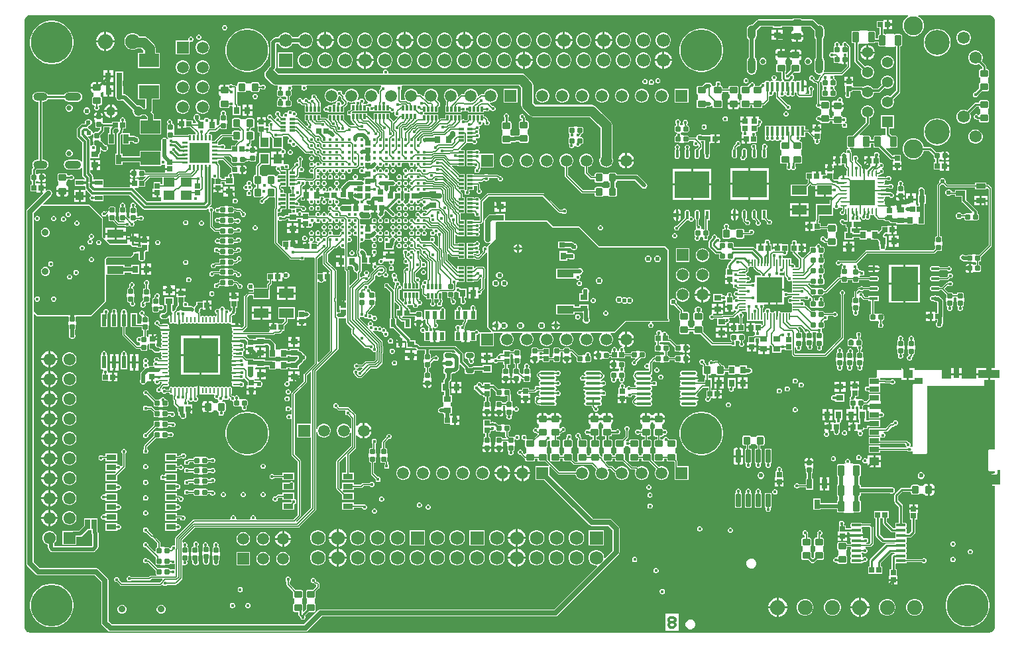
<source format=gbl>
G04*
G04 #@! TF.GenerationSoftware,Altium Limited,Altium Designer,23.10.1 (27)*
G04*
G04 Layer_Physical_Order=8*
G04 Layer_Color=16711680*
%FSLAX44Y44*%
%MOMM*%
G71*
G04*
G04 #@! TF.SameCoordinates,1E8E639B-A9AB-46FE-9B68-82187C007E20*
G04*
G04*
G04 #@! TF.FilePolarity,Positive*
G04*
G01*
G75*
%ADD10C,0.2540*%
%ADD15C,0.1270*%
%ADD16C,0.2032*%
%ADD18C,0.3810*%
%ADD26R,0.8000X1.0000*%
%ADD32R,0.6400X0.6400*%
%ADD33R,0.9500X0.7500*%
G04:AMPARAMS|DCode=41|XSize=0.6mm|YSize=0.6mm|CornerRadius=0.06mm|HoleSize=0mm|Usage=FLASHONLY|Rotation=90.000|XOffset=0mm|YOffset=0mm|HoleType=Round|Shape=RoundedRectangle|*
%AMROUNDEDRECTD41*
21,1,0.6000,0.4800,0,0,90.0*
21,1,0.4800,0.6000,0,0,90.0*
1,1,0.1200,0.2400,0.2400*
1,1,0.1200,0.2400,-0.2400*
1,1,0.1200,-0.2400,-0.2400*
1,1,0.1200,-0.2400,0.2400*
%
%ADD41ROUNDEDRECTD41*%
%ADD42R,0.7500X0.9500*%
%ADD51R,0.6000X1.5500*%
G04:AMPARAMS|DCode=54|XSize=0.6mm|YSize=0.6mm|CornerRadius=0.06mm|HoleSize=0mm|Usage=FLASHONLY|Rotation=180.000|XOffset=0mm|YOffset=0mm|HoleType=Round|Shape=RoundedRectangle|*
%AMROUNDEDRECTD54*
21,1,0.6000,0.4800,0,0,180.0*
21,1,0.4800,0.6000,0,0,180.0*
1,1,0.1200,-0.2400,0.2400*
1,1,0.1200,0.2400,0.2400*
1,1,0.1200,0.2400,-0.2400*
1,1,0.1200,-0.2400,-0.2400*
%
%ADD54ROUNDEDRECTD54*%
%ADD55R,0.6350X1.2700*%
G04:AMPARAMS|DCode=58|XSize=1mm|YSize=0.9mm|CornerRadius=0.1125mm|HoleSize=0mm|Usage=FLASHONLY|Rotation=0.000|XOffset=0mm|YOffset=0mm|HoleType=Round|Shape=RoundedRectangle|*
%AMROUNDEDRECTD58*
21,1,1.0000,0.6750,0,0,0.0*
21,1,0.7750,0.9000,0,0,0.0*
1,1,0.2250,0.3875,-0.3375*
1,1,0.2250,-0.3875,-0.3375*
1,1,0.2250,-0.3875,0.3375*
1,1,0.2250,0.3875,0.3375*
%
%ADD58ROUNDEDRECTD58*%
%ADD89C,0.9000*%
%ADD93C,1.3900*%
%ADD99C,1.5700*%
%ADD103C,3.2000*%
%ADD104R,1.3900X1.3900*%
%ADD105C,2.4500*%
G04:AMPARAMS|DCode=106|XSize=1mm|YSize=1.8mm|CornerRadius=0.5mm|HoleSize=0mm|Usage=FLASHONLY|Rotation=180.000|XOffset=0mm|YOffset=0mm|HoleType=Round|Shape=RoundedRectangle|*
%AMROUNDEDRECTD106*
21,1,1.0000,0.8000,0,0,180.0*
21,1,0.0000,1.8000,0,0,180.0*
1,1,1.0000,0.0000,0.4000*
1,1,1.0000,0.0000,0.4000*
1,1,1.0000,0.0000,-0.4000*
1,1,1.0000,0.0000,-0.4000*
%
%ADD106ROUNDEDRECTD106*%
G04:AMPARAMS|DCode=107|XSize=1mm|YSize=2.1mm|CornerRadius=0.5mm|HoleSize=0mm|Usage=FLASHONLY|Rotation=180.000|XOffset=0mm|YOffset=0mm|HoleType=Round|Shape=RoundedRectangle|*
%AMROUNDEDRECTD107*
21,1,1.0000,1.1000,0,0,180.0*
21,1,0.0000,2.1000,0,0,180.0*
1,1,1.0000,0.0000,0.5500*
1,1,1.0000,0.0000,0.5500*
1,1,1.0000,0.0000,-0.5500*
1,1,1.0000,0.0000,-0.5500*
%
%ADD107ROUNDEDRECTD107*%
%ADD108C,0.6500*%
G04:AMPARAMS|DCode=112|XSize=1mm|YSize=2.1mm|CornerRadius=0.5mm|HoleSize=0mm|Usage=FLASHONLY|Rotation=270.000|XOffset=0mm|YOffset=0mm|HoleType=Round|Shape=RoundedRectangle|*
%AMROUNDEDRECTD112*
21,1,1.0000,1.1000,0,0,270.0*
21,1,0.0000,2.1000,0,0,270.0*
1,1,1.0000,-0.5500,0.0000*
1,1,1.0000,-0.5500,0.0000*
1,1,1.0000,0.5500,0.0000*
1,1,1.0000,0.5500,0.0000*
%
%ADD112ROUNDEDRECTD112*%
G04:AMPARAMS|DCode=113|XSize=1mm|YSize=1.8mm|CornerRadius=0.5mm|HoleSize=0mm|Usage=FLASHONLY|Rotation=270.000|XOffset=0mm|YOffset=0mm|HoleType=Round|Shape=RoundedRectangle|*
%AMROUNDEDRECTD113*
21,1,1.0000,0.8000,0,0,270.0*
21,1,0.0000,1.8000,0,0,270.0*
1,1,1.0000,-0.4000,0.0000*
1,1,1.0000,-0.4000,0.0000*
1,1,1.0000,0.4000,0.0000*
1,1,1.0000,0.4000,0.0000*
%
%ADD113ROUNDEDRECTD113*%
%ADD114C,0.6350*%
%ADD116C,0.1524*%
%ADD117C,0.5080*%
%ADD118C,0.3048*%
%ADD119C,1.2700*%
%ADD120R,1.5000X1.5000*%
%ADD121C,1.5000*%
%ADD122C,0.6000*%
%ADD123C,0.3556*%
%ADD124C,5.3000*%
%ADD125C,1.7000*%
%ADD126C,1.9000*%
%ADD127C,1.7272*%
%ADD128C,1.2000*%
%ADD129C,1.5500*%
%ADD130R,1.5500X1.5500*%
%ADD131R,1.7000X1.7000*%
%ADD132R,1.6764X1.6764*%
%ADD133R,1.5000X1.5000*%
%ADD134R,1.7272X1.7272*%
%ADD135C,0.4064*%
%ADD136C,0.6096*%
%ADD137C,0.6000*%
%ADD139R,1.9000X1.2000*%
G04:AMPARAMS|DCode=140|XSize=1mm|YSize=0.9mm|CornerRadius=0.1125mm|HoleSize=0mm|Usage=FLASHONLY|Rotation=90.000|XOffset=0mm|YOffset=0mm|HoleType=Round|Shape=RoundedRectangle|*
%AMROUNDEDRECTD140*
21,1,1.0000,0.6750,0,0,90.0*
21,1,0.7750,0.9000,0,0,90.0*
1,1,0.2250,0.3375,0.3875*
1,1,0.2250,0.3375,-0.3875*
1,1,0.2250,-0.3375,-0.3875*
1,1,0.2250,-0.3375,0.3875*
%
%ADD140ROUNDEDRECTD140*%
%ADD141R,0.3000X0.6500*%
%ADD142R,0.6400X0.6400*%
G04:AMPARAMS|DCode=143|XSize=0.4mm|YSize=1.2mm|CornerRadius=0.05mm|HoleSize=0mm|Usage=FLASHONLY|Rotation=90.000|XOffset=0mm|YOffset=0mm|HoleType=Round|Shape=RoundedRectangle|*
%AMROUNDEDRECTD143*
21,1,0.4000,1.1000,0,0,90.0*
21,1,0.3000,1.2000,0,0,90.0*
1,1,0.1000,0.5500,0.1500*
1,1,0.1000,0.5500,-0.1500*
1,1,0.1000,-0.5500,-0.1500*
1,1,0.1000,-0.5500,0.1500*
%
%ADD143ROUNDEDRECTD143*%
G04:AMPARAMS|DCode=144|XSize=1.3mm|YSize=0.8mm|CornerRadius=0.1mm|HoleSize=0mm|Usage=FLASHONLY|Rotation=90.000|XOffset=0mm|YOffset=0mm|HoleType=Round|Shape=RoundedRectangle|*
%AMROUNDEDRECTD144*
21,1,1.3000,0.6000,0,0,90.0*
21,1,1.1000,0.8000,0,0,90.0*
1,1,0.2000,0.3000,0.5500*
1,1,0.2000,0.3000,-0.5500*
1,1,0.2000,-0.3000,-0.5500*
1,1,0.2000,-0.3000,0.5500*
%
%ADD144ROUNDEDRECTD144*%
%ADD145R,1.2700X0.7600*%
%ADD146R,0.6000X1.0000*%
G04:AMPARAMS|DCode=147|XSize=1.05mm|YSize=0.6mm|CornerRadius=0.15mm|HoleSize=0mm|Usage=FLASHONLY|Rotation=180.000|XOffset=0mm|YOffset=0mm|HoleType=Round|Shape=RoundedRectangle|*
%AMROUNDEDRECTD147*
21,1,1.0500,0.3000,0,0,180.0*
21,1,0.7500,0.6000,0,0,180.0*
1,1,0.3000,-0.3750,0.1500*
1,1,0.3000,0.3750,0.1500*
1,1,0.3000,0.3750,-0.1500*
1,1,0.3000,-0.3750,-0.1500*
%
%ADD147ROUNDEDRECTD147*%
%ADD148O,2.0000X0.3500*%
G04:AMPARAMS|DCode=149|XSize=0.4mm|YSize=1.2mm|CornerRadius=0.05mm|HoleSize=0mm|Usage=FLASHONLY|Rotation=180.000|XOffset=0mm|YOffset=0mm|HoleType=Round|Shape=RoundedRectangle|*
%AMROUNDEDRECTD149*
21,1,0.4000,1.1000,0,0,180.0*
21,1,0.3000,1.2000,0,0,180.0*
1,1,0.1000,-0.1500,0.5500*
1,1,0.1000,0.1500,0.5500*
1,1,0.1000,0.1500,-0.5500*
1,1,0.1000,-0.1500,-0.5500*
%
%ADD149ROUNDEDRECTD149*%
%ADD150R,1.2000X0.6500*%
G04:AMPARAMS|DCode=151|XSize=0.8078mm|YSize=0.2393mm|CornerRadius=0.1196mm|HoleSize=0mm|Usage=FLASHONLY|Rotation=180.000|XOffset=0mm|YOffset=0mm|HoleType=Round|Shape=RoundedRectangle|*
%AMROUNDEDRECTD151*
21,1,0.8078,0.0000,0,0,180.0*
21,1,0.5686,0.2393,0,0,180.0*
1,1,0.2393,-0.2843,0.0000*
1,1,0.2393,0.2843,0.0000*
1,1,0.2393,0.2843,0.0000*
1,1,0.2393,-0.2843,0.0000*
%
%ADD151ROUNDEDRECTD151*%
G04:AMPARAMS|DCode=152|XSize=0.2393mm|YSize=0.8078mm|CornerRadius=0.1196mm|HoleSize=0mm|Usage=FLASHONLY|Rotation=180.000|XOffset=0mm|YOffset=0mm|HoleType=Round|Shape=RoundedRectangle|*
%AMROUNDEDRECTD152*
21,1,0.2393,0.5686,0,0,180.0*
21,1,0.0000,0.8078,0,0,180.0*
1,1,0.2393,0.0000,0.2843*
1,1,0.2393,0.0000,0.2843*
1,1,0.2393,0.0000,-0.2843*
1,1,0.2393,0.0000,-0.2843*
%
%ADD152ROUNDEDRECTD152*%
%ADD153R,3.2000X3.2000*%
%ADD154R,4.4000X3.5000*%
G04:AMPARAMS|DCode=155|XSize=1.0611mm|YSize=0.3925mm|CornerRadius=0.1962mm|HoleSize=0mm|Usage=FLASHONLY|Rotation=90.000|XOffset=0mm|YOffset=0mm|HoleType=Round|Shape=RoundedRectangle|*
%AMROUNDEDRECTD155*
21,1,1.0611,0.0000,0,0,90.0*
21,1,0.6686,0.3925,0,0,90.0*
1,1,0.3925,0.0000,0.3343*
1,1,0.3925,0.0000,-0.3343*
1,1,0.3925,0.0000,-0.3343*
1,1,0.3925,0.0000,0.3343*
%
%ADD155ROUNDEDRECTD155*%
%ADD156R,3.5000X4.4000*%
G04:AMPARAMS|DCode=157|XSize=1.0611mm|YSize=0.3925mm|CornerRadius=0.1962mm|HoleSize=0mm|Usage=FLASHONLY|Rotation=0.000|XOffset=0mm|YOffset=0mm|HoleType=Round|Shape=RoundedRectangle|*
%AMROUNDEDRECTD157*
21,1,1.0611,0.0000,0,0,0.0*
21,1,0.6686,0.3925,0,0,0.0*
1,1,0.3925,0.3343,0.0000*
1,1,0.3925,-0.3343,0.0000*
1,1,0.3925,-0.3343,0.0000*
1,1,0.3925,0.3343,0.0000*
%
%ADD157ROUNDEDRECTD157*%
%ADD158R,2.8000X1.0000*%
%ADD159R,1.2000X1.0000*%
%ADD160R,3.2000X3.2000*%
%ADD161R,0.2000X0.8500*%
%ADD162R,0.9500X0.8000*%
%ADD163C,1.1447*%
%ADD164R,1.2000X0.7000*%
%ADD165R,0.6500X1.2000*%
%ADD166R,2.1500X1.0000*%
G04:AMPARAMS|DCode=167|XSize=0.65mm|YSize=1.65mm|CornerRadius=0.0488mm|HoleSize=0mm|Usage=FLASHONLY|Rotation=0.000|XOffset=0mm|YOffset=0mm|HoleType=Round|Shape=RoundedRectangle|*
%AMROUNDEDRECTD167*
21,1,0.6500,1.5525,0,0,0.0*
21,1,0.5525,1.6500,0,0,0.0*
1,1,0.0975,0.2763,-0.7763*
1,1,0.0975,-0.2763,-0.7763*
1,1,0.0975,-0.2763,0.7763*
1,1,0.0975,0.2763,0.7763*
%
%ADD167ROUNDEDRECTD167*%
%ADD168R,1.1000X1.3000*%
%ADD169R,2.5000X2.5000*%
%ADD170R,1.4000X1.2000*%
%ADD171R,1.0000X1.0000*%
%ADD172O,0.7500X0.2500*%
%ADD173R,4.5000X4.5000*%
%ADD174O,0.2500X0.7500*%
%ADD175R,0.6500X0.3000*%
%ADD176R,0.6400X0.9200*%
%ADD177R,2.1500X3.2500*%
%ADD178R,0.3925X1.0611*%
%ADD179R,1.0611X0.3925*%
%ADD180R,0.8078X0.2393*%
%ADD181C,0.2520*%
%ADD182R,0.8500X0.2000*%
%ADD183R,2.5000X1.7000*%
%ADD184R,1.0000X0.6000*%
%ADD185R,0.9200X0.6400*%
%ADD186C,0.5000*%
G36*
X1659494Y1074532D02*
X1660862Y1073965D01*
X1662094Y1073142D01*
X1663142Y1072094D01*
X1663965Y1070862D01*
X1664532Y1069494D01*
X1664821Y1068041D01*
Y1067300D01*
Y623386D01*
X1658620D01*
Y615846D01*
Y608307D01*
X1664821D01*
Y519721D01*
X1657850D01*
X1656878Y519319D01*
X1656475Y518346D01*
Y492846D01*
X1656878Y491874D01*
X1657850Y491472D01*
X1664821D01*
Y488969D01*
X1663903D01*
X1661801Y488406D01*
X1659966Y487346D01*
X1666350D01*
X1667850Y488846D01*
Y492846D01*
X1671350D01*
Y474346D01*
X1659664D01*
X1659917Y474093D01*
X1661801Y473005D01*
X1663903Y472442D01*
X1664821D01*
Y292700D01*
Y291959D01*
X1664532Y290506D01*
X1663965Y289138D01*
X1663142Y287906D01*
X1662094Y286858D01*
X1660862Y286035D01*
X1659494Y285468D01*
X1658041Y285179D01*
X431959D01*
X430506Y285468D01*
X429138Y286035D01*
X427906Y286858D01*
X426858Y287906D01*
X426035Y289138D01*
X425468Y290506D01*
X425179Y291959D01*
Y292700D01*
Y1067300D01*
Y1068041D01*
X425468Y1069494D01*
X426035Y1070862D01*
X426858Y1072094D01*
X427906Y1073142D01*
X429138Y1073965D01*
X430506Y1074532D01*
X431959Y1074821D01*
X1554019D01*
X1554359Y1073551D01*
X1552399Y1072419D01*
X1549881Y1069901D01*
X1548101Y1066818D01*
X1547180Y1063380D01*
Y1059820D01*
X1548101Y1056382D01*
X1549881Y1053298D01*
X1552399Y1050781D01*
X1555482Y1049001D01*
X1558920Y1048080D01*
X1562480D01*
X1565918Y1049001D01*
X1569001Y1050781D01*
X1571519Y1053298D01*
X1573299Y1056382D01*
X1574220Y1059820D01*
Y1063380D01*
X1573299Y1066818D01*
X1571519Y1069901D01*
X1569001Y1072419D01*
X1567041Y1073551D01*
X1567381Y1074821D01*
X1658041D01*
X1659494Y1074532D01*
D02*
G37*
%LPC*%
G36*
X1533740Y1068740D02*
X1529270D01*
Y1064270D01*
X1533740D01*
Y1068740D01*
D02*
G37*
G36*
X1416115Y1070957D02*
X1408365D01*
X1407431Y1070771D01*
X1406638Y1070242D01*
X1406164Y1069532D01*
X1363738D01*
X1362003Y1069187D01*
X1360533Y1068205D01*
X1360533Y1068205D01*
X1355110Y1062782D01*
X1354300Y1062943D01*
X1351854Y1062456D01*
X1349780Y1061070D01*
X1348394Y1058996D01*
X1347907Y1056550D01*
Y1048550D01*
X1348394Y1046104D01*
X1349780Y1044030D01*
X1350456Y1043577D01*
Y1021223D01*
X1349780Y1020770D01*
X1348394Y1018697D01*
X1347907Y1016250D01*
Y1005250D01*
X1348394Y1002804D01*
X1349780Y1000730D01*
X1351854Y999344D01*
X1354300Y998857D01*
X1356746Y999344D01*
X1358820Y1000730D01*
X1360206Y1002804D01*
X1360693Y1005250D01*
Y1016250D01*
X1360206Y1018697D01*
X1358820Y1020770D01*
X1358144Y1021223D01*
Y1043577D01*
X1358820Y1044030D01*
X1360206Y1046104D01*
X1360693Y1048550D01*
Y1055546D01*
X1365615Y1060468D01*
X1380820D01*
Y1058620D01*
X1392860D01*
Y1060468D01*
X1406351D01*
X1406638Y1060038D01*
X1407240Y1059636D01*
Y1055028D01*
X1406935Y1054967D01*
X1405723Y1054157D01*
X1404913Y1052945D01*
X1404628Y1051515D01*
Y1049410D01*
X1412240D01*
X1419852D01*
Y1051515D01*
X1419567Y1052945D01*
X1418757Y1054157D01*
X1417545Y1054967D01*
X1417240Y1055028D01*
Y1059636D01*
X1417842Y1060038D01*
X1418129Y1060468D01*
X1429385D01*
X1434307Y1055546D01*
Y1048550D01*
X1434794Y1046104D01*
X1436168Y1044047D01*
Y1020753D01*
X1434794Y1018697D01*
X1434307Y1016250D01*
Y1005250D01*
X1434794Y1002804D01*
X1436180Y1000730D01*
X1438254Y999344D01*
X1440700Y998857D01*
X1441919Y999100D01*
X1442544Y997929D01*
X1440564Y995948D01*
X1440143Y995318D01*
X1439995Y994575D01*
Y993174D01*
X1438502Y991681D01*
X1438419D01*
X1438163Y991852D01*
X1437420Y992000D01*
X1435975D01*
X1434229Y993746D01*
Y994958D01*
X1433727Y996172D01*
X1432798Y997101D01*
X1431584Y997604D01*
X1430271D01*
X1429057Y997101D01*
X1428128Y996172D01*
X1427625Y994958D01*
Y993645D01*
X1428128Y992431D01*
X1429057Y991502D01*
X1430271Y991000D01*
X1431483D01*
X1433797Y988685D01*
X1434428Y988263D01*
X1435171Y988116D01*
X1436615D01*
X1437555Y987176D01*
Y962458D01*
X1436698Y961601D01*
X1436196Y960387D01*
Y959073D01*
X1436698Y957860D01*
X1437627Y956931D01*
X1438841Y956428D01*
X1440155D01*
X1440213Y956453D01*
X1440403Y956438D01*
X1441621Y955661D01*
X1441669Y955421D01*
X1442198Y954629D01*
X1442800Y954227D01*
Y948234D01*
X1442198Y947832D01*
X1441669Y947040D01*
X1441621Y946800D01*
X1440403Y946023D01*
X1440213Y946008D01*
X1440155Y946033D01*
X1438841D01*
X1437627Y945530D01*
X1436698Y944601D01*
X1436196Y943388D01*
Y942074D01*
X1436698Y940860D01*
X1437627Y939931D01*
X1438841Y939429D01*
X1440155D01*
X1440213Y939453D01*
X1440429Y939436D01*
X1441585Y938845D01*
X1441669Y938421D01*
X1442198Y937629D01*
X1442991Y937100D01*
X1443925Y936914D01*
X1451675D01*
X1452610Y937100D01*
X1453402Y937629D01*
X1453931Y938421D01*
X1454117Y939355D01*
Y939518D01*
X1457502D01*
Y938085D01*
X1457688Y937151D01*
X1458217Y936358D01*
X1459009Y935829D01*
X1459944Y935643D01*
X1467694D01*
X1468628Y935829D01*
X1468821Y935958D01*
X1469847Y935116D01*
X1469640Y934617D01*
Y933303D01*
X1470143Y932090D01*
X1471072Y931161D01*
X1472286Y930658D01*
X1473599D01*
X1474813Y931161D01*
X1475742Y932090D01*
X1476244Y933303D01*
Y934617D01*
X1475742Y935831D01*
X1474813Y936759D01*
X1473766Y937193D01*
X1473616Y937778D01*
X1473640Y938515D01*
X1473991Y938661D01*
X1474920Y939590D01*
X1475423Y940803D01*
Y942117D01*
X1474920Y943331D01*
X1473991Y944259D01*
X1472778Y944762D01*
X1471464D01*
X1471405Y944738D01*
X1471216Y944752D01*
X1469997Y945529D01*
X1469950Y945770D01*
X1469420Y946562D01*
X1468819Y946964D01*
Y951572D01*
X1469124Y951633D01*
X1470336Y952443D01*
X1471146Y953655D01*
X1471430Y955085D01*
Y957190D01*
X1456207D01*
Y955085D01*
X1456491Y953655D01*
X1457301Y952443D01*
X1458513Y951633D01*
X1458819Y951572D01*
Y946964D01*
X1458217Y946562D01*
X1457688Y945770D01*
X1457502Y944835D01*
Y943402D01*
X1454117D01*
Y946105D01*
X1453931Y947040D01*
X1453402Y947832D01*
X1452800Y948234D01*
Y954227D01*
X1453402Y954629D01*
X1453931Y955421D01*
X1454117Y956356D01*
Y963105D01*
X1453931Y964040D01*
X1453402Y964832D01*
X1452610Y965361D01*
X1451675Y965547D01*
X1443925D01*
X1442991Y965361D01*
X1442710Y965174D01*
X1441440Y965809D01*
Y987980D01*
X1441292Y988724D01*
X1441190Y988876D01*
X1442303Y989989D01*
X1443573Y989463D01*
Y986248D01*
X1443719Y985519D01*
X1444132Y984900D01*
X1444444Y984692D01*
X1444812Y984023D01*
X1444926Y983157D01*
X1444578Y982319D01*
Y981005D01*
X1444664Y980799D01*
X1444748Y979552D01*
X1444132Y979108D01*
X1443719Y978490D01*
X1443573Y977760D01*
Y972960D01*
X1443719Y972230D01*
X1444132Y971612D01*
X1444750Y971199D01*
X1445480Y971053D01*
X1450187D01*
X1450880Y970360D01*
X1454880D01*
X1455573Y971053D01*
X1460280D01*
X1461010Y971199D01*
X1461628Y971612D01*
X1462041Y972230D01*
X1462187Y972960D01*
Y977760D01*
X1462041Y978490D01*
X1461628Y979108D01*
X1461010Y979521D01*
X1460555Y979612D01*
X1460068Y980485D01*
X1459955Y980921D01*
Y982235D01*
X1459608Y983072D01*
X1460218Y984342D01*
X1460280D01*
X1461010Y984487D01*
X1461628Y984900D01*
X1462041Y985519D01*
X1462187Y986248D01*
Y991049D01*
X1462041Y991778D01*
X1461628Y992397D01*
X1461010Y992810D01*
X1460484Y992915D01*
X1460083Y993643D01*
X1459917Y994225D01*
X1459945Y994294D01*
Y995607D01*
X1459443Y996821D01*
X1460002Y998058D01*
X1469000D01*
X1469743Y998205D01*
X1470373Y998627D01*
X1479398Y1007652D01*
X1479819Y1008282D01*
X1479967Y1009025D01*
Y1034239D01*
X1479819Y1034982D01*
X1479398Y1035612D01*
X1476629Y1038381D01*
X1476239Y1038642D01*
X1475920Y1039413D01*
X1474991Y1040342D01*
X1473777Y1040844D01*
X1472463D01*
X1471250Y1040342D01*
X1470321Y1039413D01*
X1469818Y1038199D01*
Y1036886D01*
X1469387Y1036240D01*
X1466854D01*
X1466422Y1036886D01*
Y1038199D01*
X1465920Y1039413D01*
X1464991Y1040342D01*
X1463777Y1040844D01*
X1462463D01*
X1461250Y1040342D01*
X1460321Y1039413D01*
X1459818Y1038199D01*
Y1036885D01*
X1459904Y1036679D01*
X1459988Y1035432D01*
X1459372Y1034988D01*
X1458958Y1034370D01*
X1458813Y1033640D01*
Y1028840D01*
X1458930Y1028255D01*
X1458580Y1027780D01*
X1457994Y1027268D01*
X1457300Y1027555D01*
X1455986D01*
X1454773Y1027053D01*
X1453844Y1026124D01*
X1453341Y1024910D01*
Y1023597D01*
X1453844Y1022383D01*
X1454773Y1021454D01*
X1455986Y1020952D01*
X1457300D01*
X1457668Y1021104D01*
X1458464Y1020581D01*
X1458813Y1020204D01*
Y1015552D01*
X1458958Y1014822D01*
X1459372Y1014203D01*
X1459990Y1013790D01*
X1460720Y1013645D01*
X1465427D01*
X1466120Y1012952D01*
X1468959D01*
X1469495Y1012594D01*
X1470720Y1012350D01*
X1471850D01*
Y1017952D01*
X1474390D01*
Y1012350D01*
X1475520D01*
X1476083Y1011888D01*
Y1009829D01*
X1468195Y1001942D01*
X1447558D01*
X1447127Y1002333D01*
X1446665Y1003099D01*
X1447093Y1005250D01*
Y1016250D01*
X1446606Y1018697D01*
X1445232Y1020753D01*
Y1044047D01*
X1446606Y1046104D01*
X1447093Y1048550D01*
Y1056550D01*
X1446606Y1058996D01*
X1445220Y1061070D01*
X1443146Y1062456D01*
X1440700Y1062943D01*
X1439890Y1062782D01*
X1434467Y1068205D01*
X1432997Y1069187D01*
X1431262Y1069532D01*
X1418316D01*
X1417842Y1070242D01*
X1417050Y1070771D01*
X1416115Y1070957D01*
D02*
G37*
G36*
X1533740Y1061730D02*
X1529270D01*
Y1057260D01*
X1533740D01*
Y1061730D01*
D02*
G37*
G36*
X681657Y1062302D02*
X680343D01*
X679130Y1061799D01*
X678201Y1060870D01*
X677698Y1059657D01*
Y1058343D01*
X678201Y1057130D01*
X679130Y1056201D01*
X680343Y1055698D01*
X681657D01*
X682870Y1056201D01*
X683799Y1057130D01*
X684302Y1058343D01*
Y1059657D01*
X683799Y1060870D01*
X682870Y1061799D01*
X681657Y1062302D01*
D02*
G37*
G36*
X1394130Y1055930D02*
X1388110D01*
Y1050910D01*
X1394130D01*
Y1055930D01*
D02*
G37*
G36*
X1385570D02*
X1379550D01*
Y1050910D01*
X1385570D01*
Y1055930D01*
D02*
G37*
G36*
X785386Y1052470D02*
X782814D01*
X780329Y1051804D01*
X778101Y1050518D01*
X776282Y1048699D01*
X775061Y1046585D01*
X767739D01*
X766518Y1048699D01*
X764699Y1050518D01*
X762471Y1051804D01*
X759986Y1052470D01*
X757414D01*
X754929Y1051804D01*
X752701Y1050518D01*
X750882Y1048699D01*
X749661Y1046585D01*
X745926D01*
X744439Y1046289D01*
X743179Y1045447D01*
X740203Y1042471D01*
X739361Y1041211D01*
X739065Y1039724D01*
Y1009989D01*
X737132Y1008056D01*
X736290Y1006796D01*
X736163Y1006155D01*
X735842Y1006022D01*
X734250Y1004801D01*
X733029Y1003209D01*
X732261Y1001356D01*
X731999Y999367D01*
X732261Y997377D01*
X733029Y995524D01*
X734250Y993932D01*
X741117Y987065D01*
X741117Y987065D01*
X742709Y985844D01*
X744562Y985076D01*
X746551Y984814D01*
X746552Y984814D01*
X748606D01*
X749133Y983544D01*
X749121Y983533D01*
X748618Y982319D01*
Y981005D01*
X748704Y980799D01*
X748788Y979552D01*
X748172Y979108D01*
X747758Y978490D01*
X747613Y977760D01*
Y972960D01*
X747758Y972230D01*
X748172Y971612D01*
X748790Y971199D01*
X749520Y971053D01*
X754227D01*
X754920Y970360D01*
X758920D01*
X759589Y970083D01*
Y967349D01*
X758920Y967072D01*
X755193D01*
X754720Y968213D01*
X753791Y969142D01*
X752577Y969645D01*
X751263D01*
X750050Y969142D01*
X749121Y968213D01*
X748618Y967000D01*
Y966118D01*
X748172Y965820D01*
X747758Y965201D01*
X747613Y964472D01*
Y959671D01*
X747758Y958942D01*
X748172Y958323D01*
X748790Y957910D01*
X749520Y957765D01*
X754227D01*
X754920Y957072D01*
X758920D01*
X759613Y957765D01*
X764320D01*
X765050Y957910D01*
X765668Y958323D01*
X766081Y958942D01*
X766227Y959671D01*
Y964472D01*
X766081Y965201D01*
X765668Y965820D01*
X765050Y966233D01*
X764320Y966378D01*
X764251D01*
Y971053D01*
X764320D01*
X765050Y971199D01*
X765668Y971612D01*
X766081Y972230D01*
X766227Y972960D01*
Y977760D01*
X766081Y978490D01*
X765739Y979002D01*
X766577Y979840D01*
X767080Y981053D01*
Y982367D01*
X766577Y983580D01*
X767140Y984814D01*
X778958D01*
X779521Y983580D01*
X779018Y982367D01*
Y981053D01*
X779521Y979840D01*
X780450Y978911D01*
X781663Y978408D01*
X782977D01*
X784190Y978911D01*
X785119Y979840D01*
X785622Y981053D01*
Y982367D01*
X785119Y983580D01*
X785682Y984814D01*
X880685D01*
X880889Y984433D01*
X881075Y983544D01*
X880334Y982803D01*
X879831Y981590D01*
Y980316D01*
X878656Y979140D01*
X878235Y978510D01*
X878087Y977767D01*
Y974291D01*
X876817Y974124D01*
X876532Y975185D01*
X875378Y977185D01*
X873745Y978818D01*
X871745Y979972D01*
X869515Y980570D01*
X867205D01*
X864975Y979972D01*
X862975Y978818D01*
X861342Y977185D01*
X860188Y975185D01*
X859590Y972955D01*
Y970645D01*
X860188Y968415D01*
X861342Y966415D01*
X862975Y964782D01*
X864008Y964186D01*
X864097Y963757D01*
X864047Y962697D01*
X863366Y962016D01*
X862857Y961915D01*
X862227Y961493D01*
X862226Y961493D01*
X862073Y961339D01*
X860992D01*
X860249Y961191D01*
X860224Y961175D01*
X858210D01*
X857906Y962210D01*
X857895Y962445D01*
X858779Y963330D01*
X859282Y964543D01*
Y965857D01*
X858779Y967070D01*
X857850Y967999D01*
X856637Y968502D01*
X855323D01*
X854110Y967999D01*
X853181Y967070D01*
X853037Y966723D01*
X851557Y965962D01*
X851183D01*
X850449Y967232D01*
X851132Y968415D01*
X851730Y970645D01*
Y972955D01*
X851132Y975185D01*
X849978Y977185D01*
X848345Y978818D01*
X846345Y979972D01*
X844115Y980570D01*
X841805D01*
X839575Y979972D01*
X837575Y978818D01*
X835942Y977185D01*
X834788Y975185D01*
X834264Y973231D01*
X833473Y972856D01*
X832920Y972779D01*
X831144Y974555D01*
Y975767D01*
X830642Y976981D01*
X829713Y977909D01*
X828499Y978412D01*
X827186D01*
X825972Y977909D01*
X825752Y977690D01*
X824694Y977235D01*
X824083Y977680D01*
X822945Y978818D01*
X820945Y979972D01*
X818715Y980570D01*
X816405D01*
X814175Y979972D01*
X812175Y978818D01*
X810542Y977185D01*
X809388Y975185D01*
X808790Y972955D01*
Y970645D01*
X809388Y968415D01*
X810542Y966415D01*
X812175Y964782D01*
X814175Y963628D01*
X816405Y963030D01*
X818715D01*
X820945Y963628D01*
X822945Y964782D01*
X824578Y966415D01*
X825732Y968415D01*
X826330Y970645D01*
Y971236D01*
X827186Y971808D01*
X828398D01*
X830076Y970129D01*
Y967880D01*
X830224Y967136D01*
X830645Y966506D01*
X833718Y963434D01*
Y961886D01*
X832595Y960764D01*
X831994Y960645D01*
X831364Y960223D01*
X831364Y960223D01*
X830735Y960325D01*
X829696Y961109D01*
Y962423D01*
X829193Y963636D01*
X828265Y964565D01*
X827051Y965068D01*
X825737D01*
X824524Y964565D01*
X823595Y963636D01*
X823092Y962423D01*
X821822Y961603D01*
X821443Y961760D01*
X820129D01*
X818915Y961257D01*
X817987Y960328D01*
X817668Y959560D01*
X812907D01*
Y958464D01*
X811637Y957615D01*
X811340Y957738D01*
X810026D01*
X808812Y957236D01*
X807883Y956307D01*
X807381Y955093D01*
Y953780D01*
X807883Y952566D01*
X808812Y951637D01*
X810026Y951134D01*
X811340D01*
X811637Y951258D01*
X812907Y950520D01*
Y950520D01*
X823447D01*
Y950520D01*
X833447D01*
Y956813D01*
X833570Y956936D01*
X834172Y957056D01*
X834802Y957477D01*
X837033Y959708D01*
X837455Y960339D01*
X837602Y961082D01*
Y963300D01*
X838872Y964033D01*
X839575Y963628D01*
X841805Y963030D01*
X844115D01*
X846345Y963628D01*
X846425Y963674D01*
X846625Y963613D01*
X847598Y962885D01*
Y962003D01*
X847045Y961175D01*
X842230D01*
Y954882D01*
X840676Y953328D01*
X839966D01*
X838753Y952825D01*
X837824Y951896D01*
X837321Y950683D01*
Y949369D01*
X837824Y948155D01*
X838753Y947226D01*
X839966Y946724D01*
X841280D01*
X842230Y946089D01*
Y940635D01*
X843058D01*
Y940000D01*
X843205Y939257D01*
X843626Y938626D01*
X846957Y935296D01*
X846471Y934122D01*
X842270D01*
X841632Y934249D01*
X840965D01*
X833447Y941767D01*
Y948060D01*
X812907D01*
Y942965D01*
X811734Y942479D01*
X811072Y943141D01*
X810442Y943562D01*
X809699Y943709D01*
X804159D01*
Y948060D01*
X783619D01*
Y939020D01*
X786042D01*
Y938237D01*
X786189Y937494D01*
X786610Y936863D01*
X787901Y935573D01*
X787729Y934707D01*
X786801Y933778D01*
X786772Y933711D01*
X785274Y933413D01*
X775134Y943553D01*
X774503Y943975D01*
X773760Y944122D01*
X772562D01*
X771708Y945392D01*
X771776Y946176D01*
X772419Y946820D01*
X772922Y948033D01*
Y949347D01*
X772419Y950560D01*
X771490Y951489D01*
X770277Y951992D01*
X768963D01*
X767750Y951489D01*
X767376Y951564D01*
X767249Y951870D01*
X766320Y952799D01*
X765106Y953302D01*
X763792D01*
X762579Y952799D01*
X761650Y951870D01*
X761147Y950657D01*
X759877Y950211D01*
X759657Y950302D01*
X758343D01*
X757130Y949799D01*
X756201Y948870D01*
X755698Y947657D01*
Y946343D01*
X755749Y946220D01*
X755052Y945178D01*
X753733Y945094D01*
X751796Y947031D01*
X752280Y948199D01*
Y949513D01*
X751778Y950727D01*
X750849Y951656D01*
X749635Y952158D01*
X748322D01*
X747108Y951656D01*
X746179Y950727D01*
X745676Y949513D01*
Y948199D01*
X746179Y946986D01*
X747108Y946057D01*
X747737Y945796D01*
X747758Y945764D01*
X747457Y944369D01*
X747326Y944211D01*
X747090Y944113D01*
X746161Y943184D01*
X745848Y942427D01*
X744485Y941993D01*
X741900Y944578D01*
Y945291D01*
X741398Y946505D01*
X740469Y947434D01*
X739255Y947936D01*
X737942D01*
X736728Y947434D01*
X735799Y946505D01*
X735296Y945291D01*
Y943978D01*
X735799Y942764D01*
X736728Y941835D01*
X737942Y941332D01*
X739255D01*
X739536Y941449D01*
X741335Y939650D01*
X741140Y939084D01*
X740712Y938477D01*
X739618D01*
X738404Y937974D01*
X737475Y937045D01*
X736973Y935832D01*
Y934518D01*
X737475Y933305D01*
X737582Y933197D01*
X737507Y932822D01*
X736075Y932129D01*
X735657Y932302D01*
X734779D01*
X734167Y932631D01*
X733740Y933427D01*
Y937330D01*
X722260D01*
Y932860D01*
X723530D01*
Y924930D01*
X725669D01*
Y919970D01*
X725390D01*
Y904430D01*
X738930D01*
Y918685D01*
X739517Y918879D01*
X740200Y918896D01*
X740535Y918395D01*
X741890Y917040D01*
Y904430D01*
X753373D01*
X753570Y904064D01*
X753763Y903160D01*
X753025Y902422D01*
X752522Y901209D01*
Y900240D01*
X749930D01*
Y892470D01*
X756700D01*
Y897340D01*
X757695Y897753D01*
X758624Y898681D01*
X759126Y899895D01*
Y901209D01*
X758624Y902422D01*
X757695Y903351D01*
X756481Y903854D01*
X756461D01*
X755430Y904430D01*
X755430Y905124D01*
Y919886D01*
X755725Y920083D01*
X761540D01*
X763469Y918155D01*
X763119Y916708D01*
X762566Y916479D01*
X761637Y915550D01*
X761134Y914336D01*
Y913023D01*
X761637Y911809D01*
X762566Y910880D01*
X763780Y910377D01*
X764764D01*
X765131Y910331D01*
X765937Y909352D01*
Y908917D01*
X766440Y907704D01*
X767369Y906775D01*
X768582Y906272D01*
X769896D01*
X771109Y906775D01*
X772038Y907704D01*
X772063Y907764D01*
X773561Y908062D01*
X783271Y898352D01*
X784028Y897847D01*
X784920Y897669D01*
X789661D01*
X790130Y897201D01*
X791343Y896698D01*
X792657D01*
X793870Y897201D01*
X794567Y897132D01*
X794595Y897090D01*
X797012Y894674D01*
X797012Y894674D01*
X797642Y894253D01*
X798385Y894105D01*
X800716D01*
X802003Y892818D01*
Y890487D01*
X802150Y889744D01*
X802571Y889114D01*
X804610Y887076D01*
X805201Y885870D01*
X804698Y884657D01*
Y883343D01*
X804242Y883211D01*
X803302Y884247D01*
Y884657D01*
X802799Y885870D01*
X801870Y886799D01*
X800657Y887302D01*
X799343D01*
X798130Y886799D01*
X797201Y885870D01*
X796788Y884874D01*
X796700Y884858D01*
X795606Y884858D01*
X795518Y884874D01*
X795105Y885870D01*
X794176Y886799D01*
X792963Y887302D01*
X791649D01*
X790436Y886799D01*
X789507Y885870D01*
X789004Y884657D01*
Y883343D01*
X789507Y882130D01*
X790436Y881201D01*
X791649Y880698D01*
X792963D01*
X794176Y881201D01*
X795105Y882130D01*
X795422Y882895D01*
X796691Y882932D01*
X796982Y882406D01*
X797138Y882001D01*
X796610Y880924D01*
X794648Y878962D01*
X794586Y878870D01*
X793870Y878799D01*
X792657Y879302D01*
X791343D01*
X790130Y878799D01*
X789201Y877870D01*
X788698Y876657D01*
Y875343D01*
X789201Y874130D01*
X790130Y873201D01*
X791343Y872698D01*
X792657D01*
X792809Y872761D01*
X794079Y871912D01*
Y867258D01*
X792826Y866005D01*
X785077D01*
X784535Y866367D01*
X783792Y866515D01*
X774684D01*
X774158Y867785D01*
X775503Y869130D01*
X775503Y869130D01*
X775924Y869760D01*
X776072Y870503D01*
Y873889D01*
X777293Y874465D01*
X778506Y873962D01*
X779820D01*
X781034Y874465D01*
X781963Y875394D01*
X782465Y876607D01*
Y877921D01*
X781963Y879134D01*
X781034Y880063D01*
X780164Y880424D01*
X779750Y880728D01*
X779271Y881836D01*
X779287Y881920D01*
Y888295D01*
X779444Y888360D01*
X780373Y889289D01*
X780876Y890502D01*
Y891816D01*
X780373Y893029D01*
X779444Y893958D01*
X778231Y894461D01*
X776917D01*
X775704Y893958D01*
X774775Y893029D01*
X774272Y891816D01*
Y890502D01*
X774775Y889289D01*
X775403Y888661D01*
Y887297D01*
X774133Y886449D01*
X773799Y886587D01*
X772486D01*
X771272Y886084D01*
X770343Y885155D01*
X769840Y883942D01*
Y882730D01*
X765777Y878666D01*
X765356Y878036D01*
X765208Y877293D01*
Y876449D01*
X762630D01*
Y865909D01*
Y855909D01*
X764457D01*
X765305Y854639D01*
X765175Y854324D01*
Y853010D01*
X765678Y851796D01*
X766535Y850939D01*
Y847160D01*
X762630D01*
Y836620D01*
Y826620D01*
X765522D01*
X766356Y825350D01*
X766167Y824894D01*
Y823581D01*
X766502Y822772D01*
X765876Y821501D01*
X761980D01*
Y819071D01*
X759079D01*
X758088Y818874D01*
X757248Y818313D01*
X756736Y817801D01*
X753922D01*
X753837Y817885D01*
X752624Y818388D01*
X751310D01*
X750097Y817885D01*
X749845Y817634D01*
X748575Y818160D01*
Y821430D01*
X749845Y822279D01*
X750040Y822198D01*
X751354D01*
X752567Y822701D01*
X753496Y823630D01*
X753999Y824843D01*
Y826157D01*
X755172Y826620D01*
X760170D01*
Y837160D01*
X760170D01*
Y847160D01*
X757243D01*
X757195Y847180D01*
X757084Y847286D01*
X756552Y848638D01*
X756560Y848713D01*
X756786Y849259D01*
Y850573D01*
X756283Y851786D01*
X755354Y852715D01*
X754141Y853218D01*
X753685D01*
X753181Y853721D01*
Y855213D01*
X753877Y855909D01*
X760170D01*
Y866449D01*
X760170D01*
Y876449D01*
X753877D01*
X752827Y877498D01*
X753055Y878051D01*
Y879364D01*
X752553Y880578D01*
X752241Y880890D01*
X752767Y882160D01*
X755667D01*
X756717Y882054D01*
X756886Y880967D01*
Y880723D01*
X757389Y879510D01*
X758318Y878581D01*
X759531Y878078D01*
X760845D01*
X762059Y878581D01*
X762988Y879510D01*
X763490Y880723D01*
Y882037D01*
X762988Y883250D01*
X762059Y884179D01*
X760845Y884682D01*
X759531D01*
X758318Y884179D01*
X757970Y883831D01*
X756700Y884358D01*
Y889930D01*
X748660D01*
X740620D01*
Y882160D01*
X746740D01*
X747266Y880890D01*
X746954Y880578D01*
X746451Y879364D01*
Y878051D01*
X746954Y876837D01*
X747883Y875908D01*
X749097Y875405D01*
X749426D01*
X751130Y873702D01*
Y871595D01*
X750042D01*
X748828Y871093D01*
X747899Y870164D01*
X747446Y869070D01*
X747358Y869044D01*
X746131Y869171D01*
X745602Y869963D01*
X744809Y870492D01*
X743875Y870678D01*
X737125D01*
X736190Y870492D01*
X735398Y869963D01*
X734996Y869361D01*
X729004D01*
X728602Y869963D01*
X727810Y870492D01*
X726875Y870678D01*
X725831D01*
Y880575D01*
X728686Y883430D01*
X738930D01*
Y898970D01*
X725390D01*
Y886726D01*
X721852Y883188D01*
X721347Y882432D01*
X721169Y881540D01*
Y870678D01*
X720125D01*
X719191Y870492D01*
X718398Y869963D01*
X717869Y869171D01*
X717683Y868236D01*
Y860486D01*
X717869Y859552D01*
X718398Y858760D01*
X719191Y858230D01*
X720125Y858045D01*
X721169D01*
Y854660D01*
X720125D01*
X719191Y854474D01*
X718398Y853944D01*
X717869Y853152D01*
X717683Y852218D01*
Y844468D01*
X717869Y843533D01*
X718398Y842741D01*
X719191Y842212D01*
X720125Y842026D01*
X726875D01*
X727810Y842212D01*
X728602Y842741D01*
X729000Y843337D01*
X730191Y843300D01*
X730700Y842073D01*
X728859Y840232D01*
X728196D01*
X726983Y839729D01*
X726054Y838800D01*
X725551Y837587D01*
Y836273D01*
X726054Y835060D01*
X726983Y834131D01*
X728196Y833628D01*
X729510D01*
X730723Y834131D01*
X731652Y835060D01*
X732155Y836273D01*
Y836936D01*
X733819Y838600D01*
X734423Y838720D01*
X735179Y839225D01*
X737979Y842026D01*
X743875D01*
X744963Y840947D01*
Y828060D01*
X744838Y827874D01*
X744691Y827131D01*
Y783701D01*
X744838Y782958D01*
X745260Y782328D01*
X764421Y763167D01*
X765051Y762746D01*
X765794Y762598D01*
X765794Y762598D01*
X776981D01*
X777838Y761741D01*
X779052Y761238D01*
X780366D01*
X781579Y761741D01*
X782508Y762670D01*
X783011Y763883D01*
Y765183D01*
X794968D01*
X796073Y764227D01*
Y629819D01*
X782580Y616326D01*
X782159Y615696D01*
X782011Y614953D01*
Y606753D01*
X767139Y591881D01*
X766718Y591251D01*
X766570Y590508D01*
Y572162D01*
X765302Y572157D01*
X764799Y573370D01*
X763870Y574299D01*
X762657Y574802D01*
X761343D01*
X760130Y574299D01*
X759201Y573370D01*
X758698Y572157D01*
Y570843D01*
X759201Y569630D01*
X760130Y568701D01*
X761343Y568198D01*
X762657D01*
X763870Y568701D01*
X764799Y569630D01*
X765302Y570843D01*
X766570Y570838D01*
Y564506D01*
X765300Y563980D01*
X765140Y564139D01*
X763927Y564642D01*
X762613D01*
X761400Y564139D01*
X760471Y563210D01*
X759968Y561997D01*
Y560683D01*
X760471Y559470D01*
X761400Y558541D01*
X762613Y558038D01*
X763927D01*
X765140Y558541D01*
X765300Y558700D01*
X766570Y558174D01*
Y512488D01*
X766718Y511745D01*
X767139Y511115D01*
X774518Y503736D01*
Y435804D01*
X768735Y430022D01*
X721673D01*
X720824Y431292D01*
X720852Y431360D01*
Y432674D01*
X720349Y433887D01*
X719420Y434816D01*
X718207Y435319D01*
X716893D01*
X715680Y434816D01*
X714751Y433887D01*
X714248Y432674D01*
Y431360D01*
X714276Y431292D01*
X713428Y430022D01*
X696273D01*
X695424Y431292D01*
X695452Y431360D01*
Y432674D01*
X694949Y433887D01*
X694020Y434816D01*
X692807Y435319D01*
X691493D01*
X690280Y434816D01*
X689351Y433887D01*
X688848Y432674D01*
Y431360D01*
X688876Y431292D01*
X688027Y430022D01*
X641896D01*
X641152Y429874D01*
X640522Y429453D01*
X640522Y429453D01*
X618449Y407380D01*
X618027Y406749D01*
X617880Y406006D01*
Y397902D01*
X616735Y397002D01*
X615421D01*
X614208Y396499D01*
X613279Y395570D01*
X612776Y394357D01*
Y393776D01*
X612255Y393345D01*
X610728Y393545D01*
X610110Y393958D01*
X609380Y394104D01*
X604673D01*
X603980Y394797D01*
X599980D01*
X598922Y395535D01*
Y400322D01*
X598922Y400322D01*
X598774Y401065D01*
X598353Y401696D01*
X598353Y401696D01*
X590565Y409484D01*
X589935Y409905D01*
X589192Y410052D01*
X589127D01*
X583302Y415878D01*
Y417090D01*
X582799Y418303D01*
X581870Y419232D01*
X580657Y419735D01*
X579343D01*
X578129Y419232D01*
X577201Y418303D01*
X576698Y417090D01*
Y415776D01*
X577201Y414563D01*
X578129Y413634D01*
X579343Y413131D01*
X580555D01*
X586949Y406737D01*
X587579Y406316D01*
X588323Y406168D01*
X588387D01*
X595038Y399518D01*
Y394104D01*
X594580D01*
X593850Y393958D01*
X593232Y393545D01*
X592818Y392927D01*
X592673Y392197D01*
Y389172D01*
X591403Y388646D01*
X583302Y396747D01*
Y397959D01*
X582799Y399173D01*
X581870Y400102D01*
X580657Y400604D01*
X579343D01*
X578129Y400102D01*
X577201Y399173D01*
X576698Y397959D01*
Y396645D01*
X577201Y395432D01*
X578129Y394503D01*
X579343Y394000D01*
X580555D01*
X593190Y381365D01*
Y380194D01*
X592818Y379638D01*
X592673Y378909D01*
Y374109D01*
X592818Y373379D01*
X593232Y372760D01*
X593850Y372347D01*
X594580Y372202D01*
X599287D01*
X599980Y371508D01*
X603980D01*
X604673Y372202D01*
X609380D01*
X610110Y372347D01*
X610728Y372760D01*
X611045Y373235D01*
X611853Y373431D01*
X612455Y373475D01*
X612810Y373121D01*
X614023Y372618D01*
X615337D01*
X616248Y372995D01*
X617185Y372577D01*
X617518Y372292D01*
Y366848D01*
X617185Y366563D01*
X616248Y366145D01*
X615337Y366522D01*
X614023D01*
X612810Y366019D01*
X612601Y365811D01*
X611280Y366055D01*
X611222Y366350D01*
X610808Y366968D01*
X610190Y367382D01*
X609460Y367527D01*
X604753D01*
X604060Y368220D01*
X600060D01*
X599367Y367527D01*
X595500D01*
X584886Y378141D01*
X584256Y378562D01*
X583512Y378710D01*
X582991D01*
X582799Y379173D01*
X581870Y380102D01*
X580657Y380604D01*
X579343D01*
X578129Y380102D01*
X577201Y379173D01*
X576698Y377959D01*
Y376645D01*
X577201Y375432D01*
X578129Y374503D01*
X579343Y374000D01*
X580657D01*
X581870Y374503D01*
X582193Y374825D01*
X582708D01*
X592753Y364780D01*
Y360820D01*
X592898Y360090D01*
X593312Y359472D01*
X593700Y359212D01*
X593548Y358091D01*
X593489Y357942D01*
X586906D01*
X586163Y357794D01*
X585533Y357373D01*
X584102Y355942D01*
X561727D01*
X560870Y356799D01*
X559657Y357302D01*
X558343D01*
X557130Y356799D01*
X556201Y355870D01*
X555698Y354657D01*
Y353343D01*
X556201Y352130D01*
X557130Y351201D01*
X558343Y350698D01*
X559657D01*
X560870Y351201D01*
X561727Y352058D01*
X584906D01*
X585650Y352206D01*
X586280Y352627D01*
X587711Y354058D01*
X601084D01*
X601570Y352884D01*
X597719Y349033D01*
X549714D01*
X546302Y352445D01*
Y353657D01*
X545799Y354870D01*
X544870Y355799D01*
X543657Y356302D01*
X542343D01*
X541130Y355799D01*
X540201Y354870D01*
X539698Y353657D01*
Y352343D01*
X540201Y351130D01*
X541130Y350201D01*
X542343Y349698D01*
X543555D01*
X547536Y345718D01*
X548166Y345297D01*
X548909Y345149D01*
X598523D01*
X599267Y345297D01*
X599897Y345718D01*
X600675Y346495D01*
X602173Y346197D01*
X602201Y346129D01*
X603130Y345201D01*
X604343Y344698D01*
X605657D01*
X606870Y345201D01*
X607727Y346058D01*
X617900D01*
X618643Y346205D01*
X619274Y346627D01*
X620503Y347856D01*
X620503Y347856D01*
X626468Y353821D01*
X626468Y353821D01*
X626889Y354451D01*
X627037Y355195D01*
X627037Y355195D01*
Y371195D01*
X627429Y371498D01*
X628307Y371872D01*
X629263Y371476D01*
X630577D01*
X631790Y371979D01*
X632719Y372908D01*
X633222Y374121D01*
Y375435D01*
X633173Y375552D01*
X633130Y376838D01*
X633748Y377252D01*
X634161Y377870D01*
X634307Y378600D01*
Y383307D01*
X635000Y384000D01*
Y388000D01*
X634307Y388693D01*
Y393400D01*
X634161Y394130D01*
X633748Y394748D01*
X633132Y395194D01*
X633205Y396441D01*
X633293Y396654D01*
Y397968D01*
X632790Y399182D01*
X631861Y400110D01*
X630648Y400613D01*
X629334D01*
X628307Y400188D01*
X627552Y400484D01*
X627037Y400823D01*
Y403290D01*
X643265Y419518D01*
X774948D01*
X775691Y419665D01*
X776321Y420087D01*
X797373Y441139D01*
X797794Y441769D01*
X797942Y442512D01*
X797942Y442512D01*
Y541259D01*
X799212Y541427D01*
X799548Y540175D01*
X800702Y538175D01*
X802335Y536542D01*
X804335Y535388D01*
X806565Y534790D01*
X808875D01*
X811105Y535388D01*
X813105Y536542D01*
X814738Y538175D01*
X815892Y540175D01*
X816490Y542405D01*
Y544715D01*
X815892Y546945D01*
X814738Y548945D01*
X813105Y550578D01*
X811105Y551732D01*
X808875Y552330D01*
X806565D01*
X804335Y551732D01*
X802335Y550578D01*
X800702Y548945D01*
X799548Y546945D01*
X799212Y545694D01*
X797942Y545861D01*
Y619011D01*
X825730Y646799D01*
X826152Y647430D01*
X826299Y648173D01*
Y686518D01*
X826969Y687067D01*
X833000D01*
X834487Y687363D01*
X834988Y687697D01*
X836258Y687019D01*
Y681990D01*
X836405Y681247D01*
X836827Y680617D01*
X843589Y673854D01*
X843269Y673374D01*
X843121Y672631D01*
Y667369D01*
X843269Y666626D01*
X843690Y665996D01*
X859964Y649722D01*
X860594Y649301D01*
X861337Y649153D01*
X865662D01*
X865711Y649033D01*
X866640Y648104D01*
X867854Y647601D01*
X868143D01*
X869241Y646755D01*
X869377Y646428D01*
X869744Y645541D01*
X870673Y644613D01*
X871887Y644110D01*
X873200D01*
X873978Y643590D01*
Y634282D01*
X871776Y632080D01*
X861278D01*
X860535Y631932D01*
X859904Y631511D01*
X856537Y628144D01*
X852097D01*
X851204Y629036D01*
X849990Y629539D01*
X848677D01*
X847463Y629036D01*
X846534Y628107D01*
X846032Y626894D01*
Y625580D01*
X846534Y624367D01*
X847463Y623438D01*
X848677Y622935D01*
X849990D01*
X851204Y623438D01*
X852026Y624259D01*
X856501D01*
X857027Y622989D01*
X854161Y620124D01*
X852949D01*
X852736Y620036D01*
X851285Y620220D01*
X850356Y621149D01*
X849143Y621651D01*
X847829D01*
X846616Y621149D01*
X845687Y620220D01*
X845184Y619006D01*
Y617693D01*
X845687Y616479D01*
X846616Y615550D01*
X847182Y615315D01*
X847226Y615096D01*
X847647Y614466D01*
X850602Y611511D01*
X850602Y611511D01*
X851232Y611090D01*
X851975Y610942D01*
X851975Y610942D01*
X855237D01*
X855980Y611090D01*
X856610Y611511D01*
X868214Y623116D01*
X875030D01*
X875773Y623263D01*
X876403Y623685D01*
X882373Y629655D01*
X882794Y630285D01*
X882942Y631028D01*
Y642316D01*
X883355Y642934D01*
X883503Y643677D01*
Y651147D01*
X883355Y651890D01*
X882942Y652507D01*
Y656752D01*
X882794Y657495D01*
X882373Y658126D01*
X870731Y669768D01*
X871001Y671294D01*
X871407Y671484D01*
X871454Y671458D01*
X871798Y671114D01*
X873011Y670611D01*
X874325D01*
X875539Y671114D01*
X876034Y671610D01*
X876356Y671546D01*
X877285Y670617D01*
X878498Y670114D01*
X879812D01*
X880938Y670581D01*
X881333Y669627D01*
X882262Y668698D01*
X883475Y668195D01*
X883751Y667784D01*
X883698Y667657D01*
Y666343D01*
X884201Y665130D01*
X885130Y664201D01*
X886343Y663698D01*
X887657D01*
X888870Y664201D01*
X889799Y665130D01*
X890302Y666343D01*
Y667657D01*
X889799Y668870D01*
X888870Y669799D01*
X887657Y670302D01*
X887382Y670714D01*
X887434Y670841D01*
Y672154D01*
X886932Y673368D01*
X886003Y674297D01*
X884789Y674799D01*
X883475D01*
X882349Y674333D01*
X881955Y675286D01*
X881026Y676215D01*
X879812Y676718D01*
X878498D01*
X877285Y676215D01*
X876789Y675720D01*
X876468Y675784D01*
X875539Y676712D01*
X874325Y677215D01*
X873011D01*
X871798Y676712D01*
X870726Y677263D01*
X870296Y677694D01*
X870204Y677732D01*
X870089Y678308D01*
X870592Y679522D01*
Y680835D01*
X870089Y682049D01*
X869160Y682978D01*
X867947Y683480D01*
X866633D01*
X865419Y682978D01*
X864491Y682049D01*
X863988Y680835D01*
Y679522D01*
X864491Y678308D01*
X864938Y677861D01*
X864821Y677474D01*
X863384Y677114D01*
X853397Y687102D01*
X853401Y688107D01*
X853745Y688353D01*
X854659Y688731D01*
X855236Y688492D01*
X856549D01*
X857372Y688833D01*
X858732Y688870D01*
X859661Y687941D01*
X860874Y687438D01*
X862188D01*
X862394Y687523D01*
X863843Y687344D01*
X864772Y686415D01*
X865986Y685912D01*
X867299D01*
X868119Y686252D01*
X868555Y686388D01*
X869611Y685717D01*
X869746Y685391D01*
X870675Y684462D01*
X871888Y683959D01*
X873202D01*
X874416Y684462D01*
X875344Y685391D01*
X875847Y686605D01*
Y687918D01*
X875344Y689132D01*
X874416Y690061D01*
X873202Y690563D01*
X871888D01*
X871068Y690224D01*
X870633Y690087D01*
X869577Y690759D01*
X869442Y691085D01*
X868513Y692014D01*
X867299Y692516D01*
X865986D01*
X865780Y692431D01*
X864331Y692610D01*
X864174Y692767D01*
Y694269D01*
X870688Y700784D01*
X871109Y701414D01*
X871257Y702157D01*
Y702756D01*
X871659D01*
X872389Y702901D01*
X873008Y703314D01*
X873421Y703932D01*
X873566Y704662D01*
Y709369D01*
X874259Y710062D01*
Y714062D01*
X873566Y714755D01*
Y719462D01*
X873421Y720192D01*
X873008Y720810D01*
X872389Y721224D01*
X871659Y721369D01*
X868908D01*
X867734Y721775D01*
Y723089D01*
X867232Y724303D01*
X866303Y725231D01*
X865834Y725426D01*
X864876Y726432D01*
Y727745D01*
X864807Y727912D01*
X864929Y729231D01*
X865559Y729652D01*
X872419Y736513D01*
X872840Y737143D01*
X872988Y737886D01*
Y741082D01*
X874135Y742228D01*
X875633Y741930D01*
X875661Y741863D01*
X876590Y740934D01*
X877804Y740431D01*
X879118D01*
X880331Y740934D01*
X881188Y741791D01*
X882301D01*
X883062Y741918D01*
X883896Y740980D01*
X883981Y740774D01*
X884910Y739846D01*
X886124Y739343D01*
X887437D01*
X888651Y739846D01*
X889580Y740774D01*
X890082Y741988D01*
Y743302D01*
X889580Y744515D01*
X888651Y745444D01*
X888452Y745526D01*
X887523Y746403D01*
X887658Y747125D01*
X887663Y747153D01*
Y750415D01*
X887515Y751158D01*
X887094Y751788D01*
X884788Y754094D01*
X884158Y754515D01*
X883415Y754663D01*
X878289D01*
X877545Y754515D01*
X877370Y754398D01*
X876099Y754626D01*
X875827Y754803D01*
X875799Y754870D01*
X874870Y755799D01*
X874868Y755800D01*
X874811Y755825D01*
X874340Y756260D01*
Y760730D01*
X869870D01*
Y756077D01*
X870320Y754990D01*
X870201Y754870D01*
X869698Y753657D01*
Y752343D01*
X870201Y751130D01*
X871130Y750201D01*
X871197Y750173D01*
X871495Y748674D01*
X867133Y744312D01*
X866712Y743681D01*
X866564Y742938D01*
Y740752D01*
X866001Y740283D01*
X864799Y739871D01*
X863870Y740799D01*
X863726Y740859D01*
Y742234D01*
X863997Y742346D01*
X864926Y743275D01*
X865429Y744489D01*
Y745802D01*
X864926Y747016D01*
X863997Y747945D01*
X862784Y748448D01*
X861470D01*
X860256Y747945D01*
X859327Y747016D01*
X858825Y745802D01*
Y744489D01*
X859327Y743275D01*
X859886Y742717D01*
X859984Y741951D01*
X859921Y741539D01*
X859769Y741174D01*
X859167Y740825D01*
X858698Y740918D01*
X857428D01*
X857428Y740918D01*
X856685Y740770D01*
X856055Y740349D01*
X855231Y739526D01*
X854058Y740012D01*
Y744881D01*
X855373Y746197D01*
X855795Y746827D01*
X855942Y747570D01*
X855942Y747570D01*
Y757530D01*
X862860D01*
Y756260D01*
X867330D01*
Y762000D01*
Y767740D01*
X862860D01*
X862625Y768913D01*
Y769260D01*
X862329Y770747D01*
X861487Y772007D01*
X858747Y774747D01*
X858747Y774747D01*
X857487Y775589D01*
X856000Y775885D01*
X855149Y775715D01*
X853879Y776577D01*
Y783930D01*
X855149Y784778D01*
X855343Y784698D01*
X856657D01*
X857870Y785201D01*
X858799Y786130D01*
X859302Y787343D01*
X859530Y787930D01*
X860235Y787930D01*
X868470Y787930D01*
X868698Y787343D01*
X869201Y786130D01*
X870130Y785201D01*
X871343Y784698D01*
X872657D01*
X873870Y785201D01*
X874799Y786130D01*
X875302Y787343D01*
Y788657D01*
X874799Y789871D01*
X873870Y790799D01*
X873811Y790824D01*
X873563Y792070D01*
X874747Y793253D01*
X875589Y794513D01*
X875614Y794641D01*
X876935Y794771D01*
X877201Y794130D01*
X878130Y793201D01*
X879343Y792698D01*
X880657D01*
X881870Y793201D01*
X882799Y794130D01*
X883302Y795343D01*
Y796657D01*
X882799Y797870D01*
X881870Y798799D01*
X880657Y799302D01*
X879343D01*
X878130Y798799D01*
X877201Y797870D01*
X876935Y797229D01*
X875614Y797359D01*
X875589Y797487D01*
X874747Y798747D01*
X873487Y799589D01*
X873359Y799614D01*
X873229Y800935D01*
X873870Y801201D01*
X874799Y802130D01*
X875302Y803343D01*
Y804657D01*
X874799Y805871D01*
X873870Y806799D01*
X872657Y807302D01*
X871343D01*
X871010Y807164D01*
X869740Y807340D01*
Y807340D01*
X869740Y807340D01*
X865270D01*
Y801600D01*
X862730D01*
Y807340D01*
X858260D01*
X858260Y807340D01*
Y807340D01*
X856990Y807164D01*
X856657Y807302D01*
X855343D01*
X855149Y807222D01*
X853879Y808070D01*
Y813631D01*
X853821Y813922D01*
X854911Y814721D01*
X855335Y814438D01*
X857069Y814093D01*
X857069Y814093D01*
X863874D01*
X864000Y814068D01*
X865734Y814413D01*
X867205Y815395D01*
X868187Y816866D01*
X868532Y818600D01*
X868187Y820334D01*
X867619Y821185D01*
X868298Y822455D01*
X871244D01*
Y828195D01*
X873784D01*
Y822455D01*
X875647D01*
X876351Y821185D01*
X876115Y820000D01*
X876411Y818513D01*
X877253Y817253D01*
X878513Y816411D01*
X878641Y816386D01*
X878771Y815065D01*
X878130Y814799D01*
X877201Y813870D01*
X876698Y812657D01*
Y811343D01*
X877201Y810130D01*
X878130Y809201D01*
X879343Y808698D01*
X880657D01*
X881870Y809201D01*
X882799Y810130D01*
X883302Y811343D01*
Y812657D01*
X882799Y813870D01*
X881870Y814799D01*
X881229Y815065D01*
X881359Y816386D01*
X881487Y816411D01*
X882747Y817253D01*
X884193Y818699D01*
X885035Y819959D01*
X885331Y821446D01*
Y823725D01*
X886184D01*
Y824052D01*
X886524Y824280D01*
X887454Y824518D01*
X892747Y819224D01*
X893201Y818130D01*
X894130Y817201D01*
X895343Y816698D01*
X896657D01*
X897870Y817201D01*
X898799Y818130D01*
X899302Y819343D01*
Y820657D01*
X898799Y821870D01*
X897870Y822799D01*
X896776Y823253D01*
X892029Y828000D01*
X896776Y832747D01*
X897870Y833201D01*
X898799Y834130D01*
X899253Y835224D01*
X899428Y835399D01*
X899834Y835381D01*
X900836Y835011D01*
X901201Y834130D01*
X902130Y833201D01*
X903343Y832698D01*
X904657D01*
X905871Y833201D01*
X906799Y834130D01*
X907065Y834771D01*
X908386Y834641D01*
X908411Y834513D01*
X909253Y833253D01*
X910513Y832411D01*
X910641Y832386D01*
X910771Y831065D01*
X910130Y830799D01*
X909201Y829871D01*
X908698Y828657D01*
Y827343D01*
X909201Y826130D01*
X910130Y825201D01*
X911343Y824698D01*
X912657D01*
X913870Y825201D01*
X914799Y826130D01*
X915302Y827343D01*
Y828657D01*
X914799Y829871D01*
X913870Y830799D01*
X913229Y831065D01*
X913359Y832386D01*
X913487Y832411D01*
X914747Y833253D01*
X915767Y834273D01*
X917177Y834132D01*
X917278Y834052D01*
X918130Y833201D01*
X919343Y832698D01*
X920657D01*
X921870Y833201D01*
X922799Y834130D01*
X923302Y835343D01*
Y836657D01*
X923919Y837009D01*
X924698Y836047D01*
Y835343D01*
X925201Y834130D01*
X926130Y833201D01*
X927343Y832698D01*
X928657D01*
X929870Y833201D01*
X930799Y834130D01*
X931212Y835126D01*
X931300Y835142D01*
X932394D01*
X932482Y835126D01*
X932895Y834130D01*
X933824Y833201D01*
X934773Y832807D01*
X935304Y831877D01*
X935449Y831428D01*
X935377Y831302D01*
X935280D01*
X934067Y830799D01*
X933138Y829871D01*
X932635Y828657D01*
Y827343D01*
X933138Y826130D01*
X934067Y825201D01*
X935280Y824698D01*
X936594D01*
X937249Y824969D01*
X937513Y824793D01*
X938962Y824505D01*
X939078Y824336D01*
X939569Y823316D01*
X938308Y822055D01*
X937564Y822799D01*
X936351Y823302D01*
X935037D01*
X933824Y822799D01*
X932895Y821870D01*
X932648Y821274D01*
X931272Y820786D01*
X931180Y820796D01*
X931005Y820930D01*
X930619Y821861D01*
X929690Y822790D01*
X928477Y823292D01*
X927163D01*
X925950Y822790D01*
X925021Y821861D01*
X924518Y820647D01*
Y819334D01*
X925021Y818120D01*
X925950Y817191D01*
X927163Y816688D01*
X927335D01*
X927413Y816572D01*
X927398Y816297D01*
X926865Y815104D01*
X926130Y814799D01*
X925201Y813870D01*
X924884Y813105D01*
X923720Y812568D01*
X923428Y812541D01*
X923302Y812624D01*
Y812657D01*
X922799Y813870D01*
X921870Y814799D01*
X920657Y815302D01*
X919343D01*
X918130Y814799D01*
X917201Y813870D01*
X916698Y812657D01*
Y811343D01*
X917201Y810130D01*
X918130Y809201D01*
X919343Y808698D01*
X919376D01*
X919459Y808572D01*
X919432Y808280D01*
X918895Y807116D01*
X918130Y806799D01*
X917201Y805871D01*
X916698Y804657D01*
Y803343D01*
X917201Y802130D01*
X918130Y801201D01*
X919343Y800698D01*
X920657D01*
X921870Y801201D01*
X922799Y802130D01*
X923302Y803343D01*
Y803590D01*
X924457Y804696D01*
X924698Y804657D01*
Y803343D01*
X925201Y802130D01*
X926130Y801201D01*
X927343Y800698D01*
X928657D01*
X929870Y801201D01*
X930799Y802130D01*
X931302Y803343D01*
Y804055D01*
X932000Y804446D01*
X932336Y804257D01*
X932698Y803815D01*
Y803343D01*
X933201Y802130D01*
X934130Y801201D01*
X935343Y800698D01*
X936657D01*
X937870Y801201D01*
X938799Y802130D01*
X938827Y802197D01*
X940325Y802495D01*
X941264Y801557D01*
X941894Y801136D01*
X942638Y800988D01*
X942638Y800988D01*
X946249D01*
X946991Y799718D01*
X946684Y799176D01*
X945994D01*
X944781Y798673D01*
X943852Y797744D01*
X943349Y796531D01*
Y795217D01*
X943852Y794003D01*
X944781Y793075D01*
X945994Y792572D01*
X947308D01*
X948521Y793075D01*
X949450Y794003D01*
X949953Y795217D01*
Y795253D01*
X950412Y795560D01*
X951126D01*
X951888Y795236D01*
X952295Y794421D01*
Y793748D01*
X952797Y792535D01*
X953654Y791678D01*
Y779702D01*
X952481Y779216D01*
X947992Y783705D01*
X948285Y785201D01*
X949213Y786130D01*
X949716Y787343D01*
Y788657D01*
X949213Y789870D01*
X948285Y790799D01*
X947071Y791302D01*
X945757D01*
X944544Y790799D01*
X943615Y789870D01*
X943112Y788657D01*
Y787343D01*
X943192Y787149D01*
X942344Y785879D01*
X932868D01*
X931302Y787445D01*
Y788657D01*
X930799Y789871D01*
X929870Y790799D01*
X928657Y791302D01*
X927343D01*
X926130Y790799D01*
X925201Y789871D01*
X924884Y789105D01*
X923720Y788568D01*
X923428Y788541D01*
X923302Y788624D01*
Y788657D01*
X922799Y789871D01*
X921870Y790799D01*
X920657Y791302D01*
X919343D01*
X918130Y790799D01*
X917201Y789871D01*
X916698Y788657D01*
Y787343D01*
X917201Y786130D01*
X918130Y785201D01*
X919343Y784698D01*
X919376D01*
X919459Y784572D01*
X919432Y784280D01*
X918895Y783116D01*
X918130Y782799D01*
X917201Y781870D01*
X916698Y780657D01*
Y779343D01*
X917201Y778130D01*
X918130Y777201D01*
X919343Y776698D01*
X920657D01*
X921010Y776844D01*
X921904Y777173D01*
X922564Y776630D01*
X924567Y774627D01*
X925125Y773960D01*
X924851Y773026D01*
X924698Y772657D01*
X924312Y772303D01*
X923428Y772034D01*
X923302Y772169D01*
Y772657D01*
X922799Y773870D01*
X921870Y774799D01*
X920657Y775302D01*
X919343D01*
X918130Y774799D01*
X917201Y773870D01*
X916698Y772657D01*
Y771343D01*
X917201Y770130D01*
X917844Y769486D01*
X917856Y769408D01*
X917671Y768301D01*
X917569Y768102D01*
X916812Y767789D01*
X915883Y766860D01*
X914682Y766999D01*
X913942Y767628D01*
Y769273D01*
X914799Y770130D01*
X915302Y771343D01*
Y772657D01*
X914799Y773870D01*
X913870Y774799D01*
X912657Y775302D01*
X911343D01*
X910130Y774799D01*
X909201Y773870D01*
X908698Y772657D01*
Y771343D01*
X909201Y770130D01*
X910058Y769273D01*
Y766104D01*
X910206Y765361D01*
X910627Y764731D01*
X911091Y764266D01*
X910793Y762768D01*
X910725Y762740D01*
X909797Y761811D01*
X909294Y760598D01*
Y759284D01*
X909797Y758070D01*
X910725Y757141D01*
X911939Y756639D01*
X913253D01*
X914466Y757141D01*
X914542Y757217D01*
X915812Y756691D01*
Y753649D01*
X914542Y752801D01*
X914474Y752829D01*
X913160D01*
X911947Y752326D01*
X911018Y751397D01*
X910515Y750184D01*
Y750098D01*
X910333Y749976D01*
X909912Y749346D01*
X909764Y748603D01*
Y746321D01*
X909512Y745944D01*
X909364Y745200D01*
X909512Y744457D01*
X909933Y743827D01*
X909999Y743761D01*
Y733028D01*
X909172D01*
Y723988D01*
X914712D01*
Y723988D01*
X929712D01*
Y733028D01*
X929712D01*
X929468Y734298D01*
X929899Y734730D01*
X930402Y735943D01*
Y737257D01*
X929899Y738470D01*
X928970Y739399D01*
X927757Y739902D01*
X926443D01*
X926375Y739874D01*
X925105Y740723D01*
Y744579D01*
X932410Y751884D01*
X932413Y751889D01*
X933166Y752483D01*
X934103Y752397D01*
X934631Y752179D01*
X935944D01*
X937158Y752681D01*
X938087Y753610D01*
X938589Y754824D01*
Y756137D01*
X938087Y757351D01*
X937158Y758280D01*
X935944Y758783D01*
X934631D01*
X934249Y758625D01*
X932979Y759473D01*
Y761113D01*
X932831Y761856D01*
X932410Y762486D01*
X929942Y764955D01*
Y767947D01*
X931212Y768473D01*
X936239Y763447D01*
X936610Y762892D01*
X940525Y758977D01*
Y737686D01*
X939857Y737018D01*
X939493Y736474D01*
X939429Y736385D01*
X938061Y735798D01*
X937578Y735998D01*
X936264D01*
X935051Y735495D01*
X934122Y734566D01*
X933619Y733353D01*
Y732039D01*
X934002Y731114D01*
X932850Y730636D01*
X931921Y729707D01*
X931418Y728494D01*
Y727180D01*
X931921Y725967D01*
X932850Y725038D01*
X933312Y724846D01*
Y718773D01*
X933460Y718030D01*
X933881Y717400D01*
X936247Y715034D01*
X936877Y714613D01*
X937621Y714465D01*
X938460D01*
Y711690D01*
X944792D01*
Y708343D01*
X944133Y707683D01*
X943630Y706469D01*
Y705156D01*
X944133Y703942D01*
X945062Y703013D01*
X946275Y702510D01*
X947589D01*
X948802Y703013D01*
X949731Y703942D01*
X950234Y705156D01*
Y706469D01*
X949731Y707683D01*
X948802Y708612D01*
X948677Y708664D01*
Y711690D01*
X949000D01*
Y711690D01*
X953460D01*
Y711690D01*
X954288D01*
Y710893D01*
X954436Y710150D01*
X954804Y709598D01*
X954609Y709049D01*
X954250Y708366D01*
X953705Y708140D01*
X952776Y707211D01*
X952273Y705997D01*
Y704684D01*
X952776Y703470D01*
X953705Y702541D01*
X954918Y702038D01*
X956232D01*
X957446Y702541D01*
X958374Y703470D01*
X958877Y704684D01*
Y705997D01*
X958412Y707120D01*
X959207Y707916D01*
X959207Y707916D01*
X959629Y708546D01*
X959776Y709289D01*
X959629Y710032D01*
X959289Y710540D01*
X959000Y711690D01*
X959000Y711690D01*
X959000D01*
X959000Y711690D01*
Y720593D01*
X964594D01*
X965250Y719937D01*
Y715230D01*
X965395Y714500D01*
X965808Y713882D01*
X966427Y713468D01*
X967156Y713323D01*
X969379D01*
Y710968D01*
X969527Y710225D01*
X969897Y709670D01*
X969698Y709190D01*
Y707876D01*
X970201Y706663D01*
X971130Y705734D01*
X972344Y705231D01*
X973657D01*
X974871Y705734D01*
X975800Y706663D01*
X976302Y707876D01*
Y709190D01*
X975800Y710403D01*
X974871Y711332D01*
X973657Y711835D01*
X973264D01*
Y713855D01*
X973305Y713882D01*
X973718Y714500D01*
X973863Y715230D01*
Y719937D01*
X974556Y720630D01*
Y720953D01*
X975375Y721654D01*
X976620Y721562D01*
X977549Y720634D01*
X978762Y720131D01*
X979850D01*
Y713543D01*
X982639D01*
Y710205D01*
X982218Y709190D01*
Y707876D01*
X982721Y706663D01*
X983650Y705734D01*
X984863Y705231D01*
X986177D01*
X987390Y705734D01*
X988319Y706663D01*
X988822Y707876D01*
Y709190D01*
X988319Y710403D01*
X987818Y710905D01*
Y713543D01*
X989890D01*
Y725583D01*
X982640D01*
X982390Y725633D01*
X981889D01*
X981290Y726232D01*
X980076Y726735D01*
X978762D01*
X977674Y726284D01*
X977073Y726503D01*
X976404Y726883D01*
Y730594D01*
X977190Y731381D01*
X977693Y732594D01*
Y732879D01*
X978460Y733831D01*
X987500D01*
Y743831D01*
Y754371D01*
X978460D01*
Y750980D01*
X977287Y750494D01*
X965737Y762043D01*
Y769197D01*
X966910Y769683D01*
X970482Y766112D01*
X970482Y766112D01*
X971112Y765691D01*
X971856Y765543D01*
X971856Y765543D01*
X978888D01*
Y763120D01*
X987928D01*
Y773120D01*
Y783660D01*
X978888D01*
Y782832D01*
X975499D01*
Y793480D01*
X976672Y793966D01*
X976833Y793805D01*
X977463Y793384D01*
X978206Y793236D01*
X978460D01*
Y792409D01*
X987500D01*
Y802409D01*
Y812949D01*
X982307D01*
Y819638D01*
X982160Y820381D01*
X982129Y820427D01*
X982808Y821697D01*
X987500D01*
Y831697D01*
Y842237D01*
X984922D01*
Y846311D01*
X984922Y846312D01*
X984774Y847055D01*
X984353Y847685D01*
X984353Y847685D01*
X982226Y849812D01*
X982712Y850986D01*
X986537Y850986D01*
X986586D01*
D01*
X986843Y850986D01*
X986941Y850909D01*
X987196Y850468D01*
X987606Y849759D01*
X987298Y849017D01*
Y847703D01*
X987801Y846490D01*
X988730Y845561D01*
X989943Y845058D01*
X991257D01*
X992470Y845561D01*
X993399Y846490D01*
X993902Y847703D01*
Y849017D01*
X993650Y849624D01*
X993660Y849638D01*
X993807Y850381D01*
Y850986D01*
X999000D01*
Y856823D01*
X1003220D01*
Y852518D01*
X1003368Y851775D01*
X1003536Y851523D01*
X1003406Y851393D01*
X1002903Y850180D01*
Y848866D01*
X1003406Y847652D01*
X1004335Y846723D01*
X1005548Y846221D01*
X1006862D01*
X1008076Y846723D01*
X1009005Y847652D01*
X1009507Y848866D01*
Y850180D01*
X1009005Y851393D01*
X1008076Y852322D01*
X1007504Y852559D01*
X1007465Y852753D01*
X1007105Y853292D01*
Y858021D01*
X1006957Y858764D01*
X1006536Y859394D01*
X1005792Y860138D01*
X1005162Y860559D01*
X1005110Y860570D01*
X1005235Y861840D01*
X1009588D01*
X1010331Y861987D01*
X1010961Y862409D01*
X1011552Y862999D01*
X1013129D01*
X1013337Y862790D01*
X1014551Y862287D01*
X1015865D01*
X1017078Y862790D01*
X1018007Y863719D01*
X1018510Y864932D01*
Y866246D01*
X1018889Y866813D01*
X1028521D01*
X1028833Y866605D01*
X1029576Y866457D01*
X1029931Y865282D01*
Y864932D01*
X1030433Y863719D01*
X1031362Y862790D01*
X1032576Y862287D01*
X1033889D01*
X1035103Y862790D01*
X1036032Y863719D01*
X1036535Y864932D01*
Y866246D01*
X1036032Y867460D01*
X1035103Y868389D01*
X1033889Y868891D01*
X1032678D01*
X1031796Y869772D01*
X1031166Y870194D01*
X1030423Y870341D01*
X1030276D01*
X1029963Y870550D01*
X1029220Y870698D01*
X1018414D01*
X1018212Y870900D01*
X1017582Y871321D01*
X1016839Y871469D01*
X1013577D01*
X1012834Y871321D01*
X1012204Y870900D01*
X1012002Y870698D01*
X999000D01*
Y871526D01*
X989960D01*
Y865986D01*
Y853078D01*
X989923Y852891D01*
Y851654D01*
X988730Y851159D01*
X987500Y851726D01*
X987500Y851984D01*
Y860986D01*
Y871526D01*
X981207D01*
X971091Y881641D01*
X971577Y882815D01*
X978460D01*
Y881987D01*
X987500D01*
Y891987D01*
Y902527D01*
X982877D01*
X982391Y903700D01*
X989508Y910817D01*
X989930Y911448D01*
X989982Y911710D01*
X995232D01*
X995327Y911691D01*
X997376D01*
X997568Y911228D01*
X998497Y910300D01*
X999710Y909797D01*
X1001024D01*
X1002238Y910300D01*
X1003167Y911228D01*
X1003669Y912442D01*
Y913756D01*
X1003167Y914969D01*
X1002238Y915898D01*
X1001879Y916047D01*
X1001890Y917417D01*
X1002308Y917581D01*
X1003134Y917239D01*
X1004448D01*
X1005661Y917742D01*
X1006590Y918671D01*
X1007093Y919884D01*
Y921198D01*
X1006590Y922411D01*
X1005661Y923340D01*
X1005928Y923936D01*
X1005959Y923967D01*
X1006461Y925181D01*
Y926494D01*
X1005959Y927708D01*
X1005356Y928311D01*
X1005366Y928362D01*
X1006295Y929290D01*
X1006797Y930504D01*
Y931818D01*
X1006479Y932586D01*
X1007111Y933707D01*
X1007241Y933814D01*
X1007894D01*
X1009107Y934317D01*
X1010036Y935245D01*
X1010539Y936459D01*
Y937773D01*
X1010823Y938185D01*
X1011574Y938220D01*
X1012698Y937095D01*
Y936603D01*
X1013201Y935390D01*
X1014130Y934461D01*
X1015343Y933958D01*
X1016657D01*
X1017870Y934461D01*
X1018799Y935390D01*
X1019302Y936603D01*
Y937917D01*
X1018799Y939130D01*
X1017870Y940059D01*
X1017408Y940251D01*
Y941127D01*
X1017260Y941870D01*
X1016839Y942500D01*
X1014426Y944913D01*
X1013795Y945334D01*
X1013052Y945482D01*
X1012417D01*
Y948060D01*
X1006877D01*
Y948060D01*
X991877D01*
Y941767D01*
X990456Y940345D01*
X988629D01*
X987779Y941195D01*
X986566Y941698D01*
X985252D01*
X984398Y941344D01*
X983129Y941945D01*
Y948060D01*
X968129D01*
Y948060D01*
X962589D01*
Y942867D01*
X957202D01*
X956459Y942719D01*
X955829Y942298D01*
X955013Y941483D01*
X953840Y941969D01*
Y948060D01*
X936098D01*
X935715Y948633D01*
Y949947D01*
X936098Y950520D01*
X953840D01*
Y956813D01*
X955373Y958347D01*
X955795Y958977D01*
X955942Y959720D01*
Y962360D01*
X955942Y962360D01*
X955795Y963103D01*
X955373Y963733D01*
X951985Y967121D01*
X952732Y968415D01*
X953330Y970645D01*
Y972955D01*
X952732Y975185D01*
X951578Y977185D01*
X949945Y978818D01*
X947945Y979972D01*
X945715Y980570D01*
X943405D01*
X941175Y979972D01*
X939175Y978818D01*
X937542Y977185D01*
X936388Y975185D01*
X935790Y972955D01*
Y971753D01*
X934520Y971227D01*
X932573Y973173D01*
X931943Y973594D01*
X931200Y973742D01*
X927719D01*
X927332Y975185D01*
X926178Y977185D01*
X924545Y978818D01*
X922545Y979972D01*
X920315Y980570D01*
X918005D01*
X915775Y979972D01*
X913775Y978818D01*
X912142Y977185D01*
X910988Y975185D01*
X910390Y972955D01*
Y970645D01*
X910988Y968415D01*
X911480Y967562D01*
X910747Y966292D01*
X906118D01*
X905938Y966472D01*
Y979226D01*
X906795Y980083D01*
X907298Y981297D01*
Y982611D01*
X906911Y983544D01*
X907308Y984453D01*
X907601Y984814D01*
X1056877D01*
X1059814Y981877D01*
Y959939D01*
X1060076Y957950D01*
X1060844Y956097D01*
X1062065Y954505D01*
X1069505Y947065D01*
X1069505Y947065D01*
X1071097Y945844D01*
X1072950Y945076D01*
X1074939Y944814D01*
X1074940Y944814D01*
X1146816D01*
X1160714Y930917D01*
Y893228D01*
X1160228Y892385D01*
X1159630Y890155D01*
Y887845D01*
X1160228Y885615D01*
X1161382Y883615D01*
X1163015Y881982D01*
X1165015Y880828D01*
X1167245Y880230D01*
X1169555D01*
X1171785Y880828D01*
X1173785Y881982D01*
X1175418Y883615D01*
X1176572Y885615D01*
X1177170Y887845D01*
Y890155D01*
X1176572Y892385D01*
X1176086Y893228D01*
Y934100D01*
X1175824Y936089D01*
X1175056Y937943D01*
X1173835Y939535D01*
X1173835Y939535D01*
X1155435Y957935D01*
X1153843Y959156D01*
X1151989Y959924D01*
X1150000Y960186D01*
X1078123D01*
X1075186Y963123D01*
Y985060D01*
X1075186Y985061D01*
X1074924Y987050D01*
X1074156Y988903D01*
X1072935Y990495D01*
X1072935Y990495D01*
X1065495Y997935D01*
X1063903Y999156D01*
X1062050Y999924D01*
X1060061Y1000186D01*
X890594D01*
X889746Y1001456D01*
X889762Y1001495D01*
Y1002809D01*
X889259Y1004022D01*
X888330Y1004951D01*
X887117Y1005454D01*
X885803D01*
X884590Y1004951D01*
X883661Y1004022D01*
X883158Y1002809D01*
Y1001495D01*
X883174Y1001456D01*
X882326Y1000186D01*
X749735D01*
X745119Y1004801D01*
X745104Y1005040D01*
X745697Y1005633D01*
X746539Y1006893D01*
X746835Y1008380D01*
Y1038115D01*
X747535Y1038815D01*
X749661D01*
X750882Y1036701D01*
X752701Y1034882D01*
X754929Y1033596D01*
X757414Y1032930D01*
X759986D01*
X762471Y1033596D01*
X764699Y1034882D01*
X766518Y1036701D01*
X767739Y1038815D01*
X775061D01*
X776282Y1036701D01*
X778101Y1034882D01*
X780329Y1033596D01*
X782814Y1032930D01*
X785386D01*
X787871Y1033596D01*
X790099Y1034882D01*
X791918Y1036701D01*
X793204Y1038929D01*
X793870Y1041414D01*
Y1043986D01*
X793204Y1046471D01*
X791918Y1048699D01*
X790099Y1050518D01*
X787871Y1051804D01*
X785386Y1052470D01*
D02*
G37*
G36*
X1526730Y1068740D02*
X1522260D01*
Y1067470D01*
X1514330D01*
Y1058530D01*
X1517310D01*
Y1050677D01*
X1517114Y1050638D01*
X1516363Y1050137D01*
X1515862Y1049386D01*
X1515685Y1048500D01*
Y1045590D01*
X1512314D01*
Y1052500D01*
X1512138Y1053386D01*
X1511637Y1054137D01*
X1510886Y1054638D01*
X1510000Y1054815D01*
X1504000D01*
X1503114Y1054638D01*
X1503113Y1054637D01*
X1502250Y1055500D01*
X1491750D01*
X1490887Y1054637D01*
X1490886Y1054638D01*
X1490000Y1054815D01*
X1484000D01*
X1483114Y1054638D01*
X1482363Y1054137D01*
X1481862Y1053386D01*
X1481685Y1052500D01*
Y1041500D01*
X1481862Y1040614D01*
X1482363Y1039863D01*
X1483114Y1039362D01*
X1484000Y1039185D01*
X1485410D01*
Y1016200D01*
X1485607Y1015209D01*
X1486169Y1014369D01*
X1494942Y1005595D01*
X1494640Y1005073D01*
X1494080Y1002982D01*
Y1000818D01*
X1494640Y998727D01*
X1495722Y996853D01*
X1497253Y995322D01*
X1499127Y994240D01*
X1501218Y993680D01*
X1503382D01*
X1505473Y994240D01*
X1507347Y995322D01*
X1508878Y996853D01*
X1509960Y998727D01*
X1510520Y1000818D01*
Y1002982D01*
X1509960Y1005073D01*
X1508878Y1006947D01*
X1507347Y1008478D01*
X1505473Y1009560D01*
X1503382Y1010120D01*
X1501218D01*
X1499127Y1009560D01*
X1498604Y1009258D01*
X1490590Y1017273D01*
Y1037864D01*
X1491750Y1038500D01*
X1502250D01*
X1503113Y1039363D01*
X1503114Y1039362D01*
X1504000Y1039185D01*
X1510000D01*
X1510886Y1039362D01*
X1511637Y1039863D01*
X1512002Y1040410D01*
X1515685D01*
Y1037500D01*
X1515862Y1036614D01*
X1516363Y1035863D01*
X1517114Y1035362D01*
X1518000Y1035185D01*
X1524000D01*
X1524886Y1035362D01*
X1524887Y1035363D01*
X1525750Y1034500D01*
X1536250D01*
X1537113Y1035363D01*
X1537114Y1035362D01*
X1538000Y1035185D01*
X1538410D01*
Y978173D01*
X1531396Y971158D01*
X1530873Y971460D01*
X1528782Y972020D01*
X1526618D01*
X1524527Y971460D01*
X1522653Y970378D01*
X1521122Y968847D01*
X1520040Y966973D01*
X1519480Y964882D01*
Y962718D01*
X1520040Y960627D01*
X1521122Y958753D01*
X1522653Y957222D01*
X1524527Y956140D01*
X1526618Y955580D01*
X1528782D01*
X1530873Y956140D01*
X1532747Y957222D01*
X1534278Y958753D01*
X1535360Y960627D01*
X1535920Y962718D01*
Y964882D01*
X1535360Y966973D01*
X1535058Y967495D01*
X1542831Y975269D01*
X1543393Y976109D01*
X1543590Y977100D01*
Y1035185D01*
X1544000D01*
X1544886Y1035362D01*
X1545637Y1035863D01*
X1546138Y1036614D01*
X1546315Y1037500D01*
Y1048500D01*
X1546138Y1049386D01*
X1545637Y1050137D01*
X1544886Y1050638D01*
X1544000Y1050815D01*
X1538000D01*
X1537114Y1050638D01*
X1537113Y1050637D01*
X1536250Y1051500D01*
X1525750D01*
X1524887Y1050637D01*
X1524886Y1050638D01*
X1524000Y1050815D01*
X1522490D01*
Y1057260D01*
X1526730D01*
Y1063000D01*
Y1068740D01*
D02*
G37*
G36*
X1166553Y1053740D02*
X1166370D01*
Y1043970D01*
X1176140D01*
Y1044153D01*
X1175388Y1046961D01*
X1173934Y1049479D01*
X1171879Y1051534D01*
X1169361Y1052988D01*
X1166553Y1053740D01*
D02*
G37*
G36*
X1163830D02*
X1163647D01*
X1160839Y1052988D01*
X1158321Y1051534D01*
X1156266Y1049479D01*
X1154812Y1046961D01*
X1154060Y1044153D01*
Y1043970D01*
X1163830D01*
Y1053740D01*
D02*
G37*
G36*
X1115753D02*
X1115570D01*
Y1043970D01*
X1125340D01*
Y1044153D01*
X1124588Y1046961D01*
X1123134Y1049479D01*
X1121079Y1051534D01*
X1118561Y1052988D01*
X1115753Y1053740D01*
D02*
G37*
G36*
X1113030D02*
X1112847D01*
X1110039Y1052988D01*
X1107521Y1051534D01*
X1105466Y1049479D01*
X1104012Y1046961D01*
X1103260Y1044153D01*
Y1043970D01*
X1113030D01*
Y1053740D01*
D02*
G37*
G36*
X988753D02*
X988570D01*
Y1043970D01*
X998340D01*
Y1044153D01*
X997588Y1046961D01*
X996134Y1049479D01*
X994079Y1051534D01*
X991561Y1052988D01*
X988753Y1053740D01*
D02*
G37*
G36*
X986030D02*
X985847D01*
X983039Y1052988D01*
X980521Y1051534D01*
X978466Y1049479D01*
X977012Y1046961D01*
X976260Y1044153D01*
Y1043970D01*
X986030D01*
Y1053740D01*
D02*
G37*
G36*
X912553D02*
X912370D01*
Y1043970D01*
X922140D01*
Y1044153D01*
X921388Y1046961D01*
X919934Y1049479D01*
X917879Y1051534D01*
X915361Y1052988D01*
X912553Y1053740D01*
D02*
G37*
G36*
X909830D02*
X909647D01*
X906839Y1052988D01*
X904321Y1051534D01*
X902266Y1049479D01*
X900812Y1046961D01*
X900060Y1044153D01*
Y1043970D01*
X909830D01*
Y1053740D01*
D02*
G37*
G36*
X810953D02*
X810770D01*
Y1043970D01*
X820540D01*
Y1044153D01*
X819788Y1046961D01*
X818334Y1049479D01*
X816279Y1051534D01*
X813761Y1052988D01*
X810953Y1053740D01*
D02*
G37*
G36*
X808230D02*
X808047D01*
X805239Y1052988D01*
X802721Y1051534D01*
X800666Y1049479D01*
X799212Y1046961D01*
X798460Y1044153D01*
Y1043970D01*
X808230D01*
Y1053740D01*
D02*
G37*
G36*
X648657Y1050302D02*
X647343D01*
X646130Y1049799D01*
X645201Y1048870D01*
X644698Y1047657D01*
Y1046343D01*
X645201Y1045130D01*
X646130Y1044201D01*
X647343Y1043698D01*
X648657D01*
X649870Y1044201D01*
X650799Y1045130D01*
X651302Y1046343D01*
Y1047657D01*
X650799Y1048870D01*
X649870Y1049799D01*
X648657Y1050302D01*
D02*
G37*
G36*
X1394130Y1048370D02*
X1388110D01*
Y1043350D01*
X1394130D01*
Y1048370D01*
D02*
G37*
G36*
X1385570D02*
X1379550D01*
Y1043350D01*
X1385570D01*
Y1048370D01*
D02*
G37*
G36*
X530185Y1053440D02*
X529870D01*
Y1042670D01*
X540640D01*
Y1042985D01*
X539819Y1046047D01*
X538234Y1048793D01*
X535993Y1051034D01*
X533247Y1052619D01*
X530185Y1053440D01*
D02*
G37*
G36*
X527330D02*
X527015D01*
X523953Y1052619D01*
X521207Y1051034D01*
X518966Y1048793D01*
X517381Y1046047D01*
X516560Y1042985D01*
Y1042670D01*
X527330D01*
Y1053440D01*
D02*
G37*
G36*
X1419852Y1046870D02*
X1413510D01*
Y1041028D01*
X1416115D01*
X1417545Y1041313D01*
X1418757Y1042123D01*
X1419567Y1043335D01*
X1419852Y1044765D01*
Y1046870D01*
D02*
G37*
G36*
X1410970D02*
X1404628D01*
Y1044765D01*
X1404913Y1043335D01*
X1405723Y1042123D01*
X1406935Y1041313D01*
X1408365Y1041028D01*
X1410970D01*
Y1046870D01*
D02*
G37*
G36*
X638657Y1047365D02*
X637343D01*
X636130Y1046862D01*
X635201Y1045933D01*
X634698Y1044720D01*
Y1043406D01*
X634126Y1042550D01*
X618610D01*
Y1025010D01*
X636150D01*
Y1040112D01*
X637206Y1040818D01*
X637343Y1040761D01*
X638657D01*
X639870Y1041264D01*
X640799Y1042193D01*
X641302Y1043406D01*
Y1044720D01*
X640799Y1045933D01*
X639870Y1046862D01*
X638657Y1047365D01*
D02*
G37*
G36*
X1626201Y1055220D02*
X1623799D01*
X1621480Y1054598D01*
X1619400Y1053398D01*
X1617702Y1051700D01*
X1616501Y1049620D01*
X1615880Y1047301D01*
Y1044899D01*
X1616501Y1042580D01*
X1617702Y1040500D01*
X1619400Y1038802D01*
X1621480Y1037601D01*
X1623799Y1036980D01*
X1626201D01*
X1628520Y1037601D01*
X1630600Y1038802D01*
X1632298Y1040500D01*
X1633499Y1042580D01*
X1634120Y1044899D01*
Y1047301D01*
X1633499Y1049620D01*
X1632298Y1051700D01*
X1630600Y1053398D01*
X1628520Y1054598D01*
X1626201Y1055220D01*
D02*
G37*
G36*
X1242586Y1052470D02*
X1240014D01*
X1237529Y1051804D01*
X1235301Y1050518D01*
X1233482Y1048699D01*
X1232196Y1046471D01*
X1231530Y1043986D01*
Y1041414D01*
X1232196Y1038929D01*
X1233482Y1036701D01*
X1235301Y1034882D01*
X1237529Y1033596D01*
X1240014Y1032930D01*
X1242586D01*
X1245071Y1033596D01*
X1247299Y1034882D01*
X1249118Y1036701D01*
X1250404Y1038929D01*
X1251070Y1041414D01*
Y1043986D01*
X1250404Y1046471D01*
X1249118Y1048699D01*
X1247299Y1050518D01*
X1245071Y1051804D01*
X1242586Y1052470D01*
D02*
G37*
G36*
X1217186D02*
X1214614D01*
X1212129Y1051804D01*
X1209901Y1050518D01*
X1208082Y1048699D01*
X1206796Y1046471D01*
X1206130Y1043986D01*
Y1041414D01*
X1206796Y1038929D01*
X1208082Y1036701D01*
X1209901Y1034882D01*
X1212129Y1033596D01*
X1214614Y1032930D01*
X1217186D01*
X1219671Y1033596D01*
X1221899Y1034882D01*
X1223718Y1036701D01*
X1225004Y1038929D01*
X1225670Y1041414D01*
Y1043986D01*
X1225004Y1046471D01*
X1223718Y1048699D01*
X1221899Y1050518D01*
X1219671Y1051804D01*
X1217186Y1052470D01*
D02*
G37*
G36*
X1191786D02*
X1189214D01*
X1186729Y1051804D01*
X1184501Y1050518D01*
X1182682Y1048699D01*
X1181396Y1046471D01*
X1180730Y1043986D01*
Y1041414D01*
X1181396Y1038929D01*
X1182682Y1036701D01*
X1184501Y1034882D01*
X1186729Y1033596D01*
X1189214Y1032930D01*
X1191786D01*
X1194271Y1033596D01*
X1196499Y1034882D01*
X1198318Y1036701D01*
X1199604Y1038929D01*
X1200270Y1041414D01*
Y1043986D01*
X1199604Y1046471D01*
X1198318Y1048699D01*
X1196499Y1050518D01*
X1194271Y1051804D01*
X1191786Y1052470D01*
D02*
G37*
G36*
X1140986D02*
X1138414D01*
X1135929Y1051804D01*
X1133701Y1050518D01*
X1131882Y1048699D01*
X1130596Y1046471D01*
X1129930Y1043986D01*
Y1041414D01*
X1130596Y1038929D01*
X1131882Y1036701D01*
X1133701Y1034882D01*
X1135929Y1033596D01*
X1138414Y1032930D01*
X1140986D01*
X1143471Y1033596D01*
X1145699Y1034882D01*
X1147518Y1036701D01*
X1148804Y1038929D01*
X1149470Y1041414D01*
Y1043986D01*
X1148804Y1046471D01*
X1147518Y1048699D01*
X1145699Y1050518D01*
X1143471Y1051804D01*
X1140986Y1052470D01*
D02*
G37*
G36*
X1090186D02*
X1087614D01*
X1085129Y1051804D01*
X1082901Y1050518D01*
X1081082Y1048699D01*
X1079796Y1046471D01*
X1079130Y1043986D01*
Y1041414D01*
X1079796Y1038929D01*
X1081082Y1036701D01*
X1082901Y1034882D01*
X1085129Y1033596D01*
X1087614Y1032930D01*
X1090186D01*
X1092671Y1033596D01*
X1094899Y1034882D01*
X1096718Y1036701D01*
X1098004Y1038929D01*
X1098670Y1041414D01*
Y1043986D01*
X1098004Y1046471D01*
X1096718Y1048699D01*
X1094899Y1050518D01*
X1092671Y1051804D01*
X1090186Y1052470D01*
D02*
G37*
G36*
X1064786D02*
X1062214D01*
X1059729Y1051804D01*
X1057501Y1050518D01*
X1055682Y1048699D01*
X1054396Y1046471D01*
X1053730Y1043986D01*
Y1041414D01*
X1054396Y1038929D01*
X1055682Y1036701D01*
X1057501Y1034882D01*
X1059729Y1033596D01*
X1062214Y1032930D01*
X1064786D01*
X1067271Y1033596D01*
X1069499Y1034882D01*
X1071318Y1036701D01*
X1072604Y1038929D01*
X1073270Y1041414D01*
Y1043986D01*
X1072604Y1046471D01*
X1071318Y1048699D01*
X1069499Y1050518D01*
X1067271Y1051804D01*
X1064786Y1052470D01*
D02*
G37*
G36*
X1039386D02*
X1036814D01*
X1034329Y1051804D01*
X1032101Y1050518D01*
X1030282Y1048699D01*
X1028996Y1046471D01*
X1028330Y1043986D01*
Y1041414D01*
X1028996Y1038929D01*
X1030282Y1036701D01*
X1032101Y1034882D01*
X1034329Y1033596D01*
X1036814Y1032930D01*
X1039386D01*
X1041871Y1033596D01*
X1044099Y1034882D01*
X1045918Y1036701D01*
X1047204Y1038929D01*
X1047870Y1041414D01*
Y1043986D01*
X1047204Y1046471D01*
X1045918Y1048699D01*
X1044099Y1050518D01*
X1041871Y1051804D01*
X1039386Y1052470D01*
D02*
G37*
G36*
X1013986D02*
X1011414D01*
X1008929Y1051804D01*
X1006701Y1050518D01*
X1004882Y1048699D01*
X1003596Y1046471D01*
X1002930Y1043986D01*
Y1041414D01*
X1003596Y1038929D01*
X1004882Y1036701D01*
X1006701Y1034882D01*
X1008929Y1033596D01*
X1011414Y1032930D01*
X1013986D01*
X1016471Y1033596D01*
X1018699Y1034882D01*
X1020518Y1036701D01*
X1021804Y1038929D01*
X1022470Y1041414D01*
Y1043986D01*
X1021804Y1046471D01*
X1020518Y1048699D01*
X1018699Y1050518D01*
X1016471Y1051804D01*
X1013986Y1052470D01*
D02*
G37*
G36*
X963186D02*
X960614D01*
X958129Y1051804D01*
X955901Y1050518D01*
X954082Y1048699D01*
X952796Y1046471D01*
X952130Y1043986D01*
Y1041414D01*
X952796Y1038929D01*
X954082Y1036701D01*
X955901Y1034882D01*
X958129Y1033596D01*
X960614Y1032930D01*
X963186D01*
X965671Y1033596D01*
X967899Y1034882D01*
X969718Y1036701D01*
X971004Y1038929D01*
X971670Y1041414D01*
Y1043986D01*
X971004Y1046471D01*
X969718Y1048699D01*
X967899Y1050518D01*
X965671Y1051804D01*
X963186Y1052470D01*
D02*
G37*
G36*
X937786D02*
X935214D01*
X932729Y1051804D01*
X930501Y1050518D01*
X928682Y1048699D01*
X927396Y1046471D01*
X926730Y1043986D01*
Y1041414D01*
X927396Y1038929D01*
X928682Y1036701D01*
X930501Y1034882D01*
X932729Y1033596D01*
X935214Y1032930D01*
X937786D01*
X940271Y1033596D01*
X942499Y1034882D01*
X944318Y1036701D01*
X945604Y1038929D01*
X946270Y1041414D01*
Y1043986D01*
X945604Y1046471D01*
X944318Y1048699D01*
X942499Y1050518D01*
X940271Y1051804D01*
X937786Y1052470D01*
D02*
G37*
G36*
X886986D02*
X884414D01*
X881929Y1051804D01*
X879701Y1050518D01*
X877882Y1048699D01*
X876596Y1046471D01*
X875930Y1043986D01*
Y1041414D01*
X876596Y1038929D01*
X877882Y1036701D01*
X879701Y1034882D01*
X881929Y1033596D01*
X884414Y1032930D01*
X886986D01*
X889471Y1033596D01*
X891699Y1034882D01*
X893518Y1036701D01*
X894804Y1038929D01*
X895470Y1041414D01*
Y1043986D01*
X894804Y1046471D01*
X893518Y1048699D01*
X891699Y1050518D01*
X889471Y1051804D01*
X886986Y1052470D01*
D02*
G37*
G36*
X861586D02*
X859014D01*
X856529Y1051804D01*
X854301Y1050518D01*
X852482Y1048699D01*
X851196Y1046471D01*
X850530Y1043986D01*
Y1041414D01*
X851196Y1038929D01*
X852482Y1036701D01*
X854301Y1034882D01*
X856529Y1033596D01*
X859014Y1032930D01*
X861586D01*
X864071Y1033596D01*
X866299Y1034882D01*
X868118Y1036701D01*
X869404Y1038929D01*
X870070Y1041414D01*
Y1043986D01*
X869404Y1046471D01*
X868118Y1048699D01*
X866299Y1050518D01*
X864071Y1051804D01*
X861586Y1052470D01*
D02*
G37*
G36*
X836186D02*
X833614D01*
X831129Y1051804D01*
X828901Y1050518D01*
X827082Y1048699D01*
X825796Y1046471D01*
X825130Y1043986D01*
Y1041414D01*
X825796Y1038929D01*
X827082Y1036701D01*
X828901Y1034882D01*
X831129Y1033596D01*
X833614Y1032930D01*
X836186D01*
X838671Y1033596D01*
X840899Y1034882D01*
X842718Y1036701D01*
X844004Y1038929D01*
X844670Y1041414D01*
Y1043986D01*
X844004Y1046471D01*
X842718Y1048699D01*
X840899Y1050518D01*
X838671Y1051804D01*
X836186Y1052470D01*
D02*
G37*
G36*
X1176140Y1041430D02*
X1166370D01*
Y1031660D01*
X1166553D01*
X1169361Y1032412D01*
X1171879Y1033866D01*
X1173934Y1035921D01*
X1175388Y1038439D01*
X1176140Y1041247D01*
Y1041430D01*
D02*
G37*
G36*
X1163830D02*
X1154060D01*
Y1041247D01*
X1154812Y1038439D01*
X1156266Y1035921D01*
X1158321Y1033866D01*
X1160839Y1032412D01*
X1163647Y1031660D01*
X1163830D01*
Y1041430D01*
D02*
G37*
G36*
X1125340D02*
X1115570D01*
Y1031660D01*
X1115753D01*
X1118561Y1032412D01*
X1121079Y1033866D01*
X1123134Y1035921D01*
X1124588Y1038439D01*
X1125340Y1041247D01*
Y1041430D01*
D02*
G37*
G36*
X1113030D02*
X1103260D01*
Y1041247D01*
X1104012Y1038439D01*
X1105466Y1035921D01*
X1107521Y1033866D01*
X1110039Y1032412D01*
X1112847Y1031660D01*
X1113030D01*
Y1041430D01*
D02*
G37*
G36*
X998340D02*
X988570D01*
Y1031660D01*
X988753D01*
X991561Y1032412D01*
X994079Y1033866D01*
X996134Y1035921D01*
X997588Y1038439D01*
X998340Y1041247D01*
Y1041430D01*
D02*
G37*
G36*
X986030D02*
X976260D01*
Y1041247D01*
X977012Y1038439D01*
X978466Y1035921D01*
X980521Y1033866D01*
X983039Y1032412D01*
X985847Y1031660D01*
X986030D01*
Y1041430D01*
D02*
G37*
G36*
X922140D02*
X912370D01*
Y1031660D01*
X912553D01*
X915361Y1032412D01*
X917879Y1033866D01*
X919934Y1035921D01*
X921388Y1038439D01*
X922140Y1041247D01*
Y1041430D01*
D02*
G37*
G36*
X909830D02*
X900060D01*
Y1041247D01*
X900812Y1038439D01*
X902266Y1035921D01*
X904321Y1033866D01*
X906839Y1032412D01*
X909647Y1031660D01*
X909830D01*
Y1041430D01*
D02*
G37*
G36*
X820540D02*
X810770D01*
Y1031660D01*
X810953D01*
X813761Y1032412D01*
X816279Y1033866D01*
X818334Y1035921D01*
X819788Y1038439D01*
X820540Y1041247D01*
Y1041430D01*
D02*
G37*
G36*
X808230D02*
X798460D01*
Y1041247D01*
X799212Y1038439D01*
X800666Y1035921D01*
X802721Y1033866D01*
X805239Y1032412D01*
X808047Y1031660D01*
X808230D01*
Y1041430D01*
D02*
G37*
G36*
X540640Y1040130D02*
X529870D01*
Y1029360D01*
X530185D01*
X533247Y1030181D01*
X535993Y1031766D01*
X538234Y1034007D01*
X539819Y1036753D01*
X540640Y1039815D01*
Y1040130D01*
D02*
G37*
G36*
X527330D02*
X516560D01*
Y1039815D01*
X517381Y1036753D01*
X518966Y1034007D01*
X521207Y1031766D01*
X523953Y1030181D01*
X527015Y1029360D01*
X527330D01*
Y1040130D01*
D02*
G37*
G36*
X1503570Y1036784D02*
Y1028570D01*
X1511785D01*
X1511143Y1030963D01*
X1509894Y1033127D01*
X1508127Y1034894D01*
X1505963Y1036143D01*
X1503570Y1036784D01*
D02*
G37*
G36*
X1501030Y1036785D02*
X1498637Y1036143D01*
X1496473Y1034894D01*
X1494706Y1033127D01*
X1493457Y1030963D01*
X1492816Y1028570D01*
X1501030D01*
Y1036785D01*
D02*
G37*
G36*
X1395795Y1031612D02*
X1393190D01*
Y1025770D01*
X1399532D01*
Y1027875D01*
X1399247Y1029305D01*
X1398437Y1030517D01*
X1397225Y1031327D01*
X1395795Y1031612D01*
D02*
G37*
G36*
X1390650D02*
X1388045D01*
X1386615Y1031327D01*
X1385403Y1030517D01*
X1384593Y1029305D01*
X1384308Y1027875D01*
Y1025770D01*
X1390650D01*
Y1031612D01*
D02*
G37*
G36*
X1414290Y1031152D02*
X1411685D01*
Y1025310D01*
X1418027D01*
Y1027415D01*
X1417743Y1028845D01*
X1416933Y1030057D01*
X1415721Y1030867D01*
X1414290Y1031152D01*
D02*
G37*
G36*
X1409146D02*
X1406541D01*
X1405110Y1030867D01*
X1403898Y1030057D01*
X1403088Y1028845D01*
X1402804Y1027415D01*
Y1025310D01*
X1409146D01*
Y1031152D01*
D02*
G37*
G36*
X653935Y1042550D02*
X651625D01*
X649395Y1041952D01*
X647395Y1040798D01*
X645762Y1039165D01*
X644608Y1037165D01*
X644010Y1034935D01*
Y1032625D01*
X644608Y1030395D01*
X645762Y1028395D01*
X647395Y1026762D01*
X649395Y1025608D01*
X651625Y1025010D01*
X653935D01*
X656165Y1025608D01*
X658165Y1026762D01*
X659798Y1028395D01*
X660952Y1030395D01*
X661550Y1032625D01*
Y1034935D01*
X660952Y1037165D01*
X659798Y1039165D01*
X658165Y1040798D01*
X656165Y1041952D01*
X653935Y1042550D01*
D02*
G37*
G36*
X1592901Y1057270D02*
X1589499D01*
X1586163Y1056606D01*
X1583020Y1055304D01*
X1580191Y1053415D01*
X1577785Y1051009D01*
X1575896Y1048180D01*
X1574594Y1045038D01*
X1573930Y1041701D01*
Y1038299D01*
X1574594Y1034962D01*
X1575896Y1031820D01*
X1577785Y1028991D01*
X1580191Y1026585D01*
X1583020Y1024696D01*
X1586163Y1023394D01*
X1589499Y1022730D01*
X1592901D01*
X1596237Y1023394D01*
X1599380Y1024696D01*
X1602209Y1026585D01*
X1604615Y1028991D01*
X1606505Y1031820D01*
X1607806Y1034962D01*
X1608470Y1038299D01*
Y1041701D01*
X1607806Y1045038D01*
X1606505Y1048180D01*
X1604615Y1051009D01*
X1602209Y1053415D01*
X1599380Y1055304D01*
X1596237Y1056606D01*
X1592901Y1057270D01*
D02*
G37*
G36*
X1242753Y1028340D02*
X1242570D01*
Y1018570D01*
X1252340D01*
Y1018753D01*
X1251588Y1021561D01*
X1250134Y1024079D01*
X1248079Y1026134D01*
X1245561Y1027588D01*
X1242753Y1028340D01*
D02*
G37*
G36*
X1240030D02*
X1239847D01*
X1237039Y1027588D01*
X1234521Y1026134D01*
X1232466Y1024079D01*
X1231012Y1021561D01*
X1230260Y1018753D01*
Y1018570D01*
X1240030D01*
Y1028340D01*
D02*
G37*
G36*
X1064953D02*
X1064770D01*
Y1018570D01*
X1074540D01*
Y1018753D01*
X1073788Y1021561D01*
X1072334Y1024079D01*
X1070279Y1026134D01*
X1067761Y1027588D01*
X1064953Y1028340D01*
D02*
G37*
G36*
X1062230D02*
X1062047D01*
X1059239Y1027588D01*
X1056721Y1026134D01*
X1054666Y1024079D01*
X1053212Y1021561D01*
X1052460Y1018753D01*
Y1018570D01*
X1062230D01*
Y1028340D01*
D02*
G37*
G36*
X861753D02*
X861570D01*
Y1018570D01*
X871340D01*
Y1018753D01*
X870588Y1021561D01*
X869134Y1024079D01*
X867079Y1026134D01*
X864561Y1027588D01*
X861753Y1028340D01*
D02*
G37*
G36*
X859030D02*
X858847D01*
X856039Y1027588D01*
X853521Y1026134D01*
X851466Y1024079D01*
X850012Y1021561D01*
X849260Y1018753D01*
Y1018570D01*
X859030D01*
Y1028340D01*
D02*
G37*
G36*
X1511785Y1026030D02*
X1503570D01*
Y1017815D01*
X1505963Y1018457D01*
X1508127Y1019706D01*
X1509894Y1021473D01*
X1511143Y1023637D01*
X1511785Y1026030D01*
D02*
G37*
G36*
X1501030D02*
X1492816D01*
X1493457Y1023637D01*
X1494706Y1021473D01*
X1496473Y1019706D01*
X1498637Y1018457D01*
X1501030Y1017815D01*
Y1026030D01*
D02*
G37*
G36*
X462186Y1067770D02*
X457814D01*
X453497Y1067086D01*
X449340Y1065735D01*
X445445Y1063751D01*
X441909Y1061182D01*
X438818Y1058091D01*
X436249Y1054555D01*
X434264Y1050660D01*
X432914Y1046503D01*
X432230Y1042186D01*
Y1037814D01*
X432914Y1033497D01*
X434264Y1029340D01*
X436249Y1025445D01*
X438818Y1021909D01*
X441909Y1018818D01*
X445445Y1016249D01*
X449340Y1014265D01*
X453497Y1012914D01*
X457814Y1012230D01*
X462186D01*
X466503Y1012914D01*
X470660Y1014265D01*
X474555Y1016249D01*
X478091Y1018818D01*
X481182Y1021909D01*
X483751Y1025445D01*
X485736Y1029340D01*
X487086Y1033497D01*
X487770Y1037814D01*
Y1042186D01*
X487086Y1046503D01*
X485736Y1050660D01*
X483751Y1054555D01*
X481182Y1058091D01*
X478091Y1061182D01*
X474555Y1063751D01*
X470660Y1065735D01*
X466503Y1067086D01*
X462186Y1067770D01*
D02*
G37*
G36*
X1427299Y1020270D02*
X1425501D01*
X1423840Y1019582D01*
X1422568Y1018310D01*
X1421880Y1016649D01*
Y1014851D01*
X1422568Y1013190D01*
X1423840Y1011918D01*
X1425501Y1011230D01*
X1427299D01*
X1428960Y1011918D01*
X1430232Y1013190D01*
X1430920Y1014851D01*
Y1016649D01*
X1430232Y1018310D01*
X1428960Y1019582D01*
X1427299Y1020270D01*
D02*
G37*
G36*
X1369499D02*
X1367701D01*
X1366040Y1019582D01*
X1364768Y1018310D01*
X1364080Y1016649D01*
Y1014851D01*
X1364768Y1013190D01*
X1366040Y1011918D01*
X1367701Y1011230D01*
X1369499D01*
X1371160Y1011918D01*
X1372432Y1013190D01*
X1373120Y1014851D01*
Y1016649D01*
X1372432Y1018310D01*
X1371160Y1019582D01*
X1369499Y1020270D01*
D02*
G37*
G36*
X1217186Y1027070D02*
X1214614D01*
X1212129Y1026404D01*
X1209901Y1025118D01*
X1208082Y1023299D01*
X1206796Y1021071D01*
X1206130Y1018586D01*
Y1016014D01*
X1206796Y1013529D01*
X1208082Y1011301D01*
X1209901Y1009482D01*
X1212129Y1008196D01*
X1214614Y1007530D01*
X1217186D01*
X1219671Y1008196D01*
X1221899Y1009482D01*
X1223718Y1011301D01*
X1225004Y1013529D01*
X1225670Y1016014D01*
Y1018586D01*
X1225004Y1021071D01*
X1223718Y1023299D01*
X1221899Y1025118D01*
X1219671Y1026404D01*
X1217186Y1027070D01*
D02*
G37*
G36*
X1191786D02*
X1189214D01*
X1186729Y1026404D01*
X1184501Y1025118D01*
X1182682Y1023299D01*
X1181396Y1021071D01*
X1180730Y1018586D01*
Y1016014D01*
X1181396Y1013529D01*
X1182682Y1011301D01*
X1184501Y1009482D01*
X1186729Y1008196D01*
X1189214Y1007530D01*
X1191786D01*
X1194271Y1008196D01*
X1196499Y1009482D01*
X1198318Y1011301D01*
X1199604Y1013529D01*
X1200270Y1016014D01*
Y1018586D01*
X1199604Y1021071D01*
X1198318Y1023299D01*
X1196499Y1025118D01*
X1194271Y1026404D01*
X1191786Y1027070D01*
D02*
G37*
G36*
X1166386D02*
X1163814D01*
X1161329Y1026404D01*
X1159101Y1025118D01*
X1157282Y1023299D01*
X1155996Y1021071D01*
X1155330Y1018586D01*
Y1016014D01*
X1155996Y1013529D01*
X1157282Y1011301D01*
X1159101Y1009482D01*
X1161329Y1008196D01*
X1163814Y1007530D01*
X1166386D01*
X1168871Y1008196D01*
X1171099Y1009482D01*
X1172918Y1011301D01*
X1174204Y1013529D01*
X1174870Y1016014D01*
Y1018586D01*
X1174204Y1021071D01*
X1172918Y1023299D01*
X1171099Y1025118D01*
X1168871Y1026404D01*
X1166386Y1027070D01*
D02*
G37*
G36*
X1140986D02*
X1138414D01*
X1135929Y1026404D01*
X1133701Y1025118D01*
X1131882Y1023299D01*
X1130596Y1021071D01*
X1129930Y1018586D01*
Y1016014D01*
X1130596Y1013529D01*
X1131882Y1011301D01*
X1133701Y1009482D01*
X1135929Y1008196D01*
X1138414Y1007530D01*
X1140986D01*
X1143471Y1008196D01*
X1145699Y1009482D01*
X1147518Y1011301D01*
X1148804Y1013529D01*
X1149470Y1016014D01*
Y1018586D01*
X1148804Y1021071D01*
X1147518Y1023299D01*
X1145699Y1025118D01*
X1143471Y1026404D01*
X1140986Y1027070D01*
D02*
G37*
G36*
X1115586D02*
X1113014D01*
X1110529Y1026404D01*
X1108301Y1025118D01*
X1106482Y1023299D01*
X1105196Y1021071D01*
X1104530Y1018586D01*
Y1016014D01*
X1105196Y1013529D01*
X1106482Y1011301D01*
X1108301Y1009482D01*
X1110529Y1008196D01*
X1113014Y1007530D01*
X1115586D01*
X1118071Y1008196D01*
X1120299Y1009482D01*
X1122118Y1011301D01*
X1123404Y1013529D01*
X1124070Y1016014D01*
Y1018586D01*
X1123404Y1021071D01*
X1122118Y1023299D01*
X1120299Y1025118D01*
X1118071Y1026404D01*
X1115586Y1027070D01*
D02*
G37*
G36*
X1090186D02*
X1087614D01*
X1085129Y1026404D01*
X1082901Y1025118D01*
X1081082Y1023299D01*
X1079796Y1021071D01*
X1079130Y1018586D01*
Y1016014D01*
X1079796Y1013529D01*
X1081082Y1011301D01*
X1082901Y1009482D01*
X1085129Y1008196D01*
X1087614Y1007530D01*
X1090186D01*
X1092671Y1008196D01*
X1094899Y1009482D01*
X1096718Y1011301D01*
X1098004Y1013529D01*
X1098670Y1016014D01*
Y1018586D01*
X1098004Y1021071D01*
X1096718Y1023299D01*
X1094899Y1025118D01*
X1092671Y1026404D01*
X1090186Y1027070D01*
D02*
G37*
G36*
X1039386D02*
X1036814D01*
X1034329Y1026404D01*
X1032101Y1025118D01*
X1030282Y1023299D01*
X1028996Y1021071D01*
X1028330Y1018586D01*
Y1016014D01*
X1028996Y1013529D01*
X1030282Y1011301D01*
X1032101Y1009482D01*
X1034329Y1008196D01*
X1036814Y1007530D01*
X1039386D01*
X1041871Y1008196D01*
X1044099Y1009482D01*
X1045918Y1011301D01*
X1047204Y1013529D01*
X1047870Y1016014D01*
Y1018586D01*
X1047204Y1021071D01*
X1045918Y1023299D01*
X1044099Y1025118D01*
X1041871Y1026404D01*
X1039386Y1027070D01*
D02*
G37*
G36*
X1013986D02*
X1011414D01*
X1008929Y1026404D01*
X1006701Y1025118D01*
X1004882Y1023299D01*
X1003596Y1021071D01*
X1002930Y1018586D01*
Y1016014D01*
X1003596Y1013529D01*
X1004882Y1011301D01*
X1006701Y1009482D01*
X1008929Y1008196D01*
X1011414Y1007530D01*
X1013986D01*
X1016471Y1008196D01*
X1018699Y1009482D01*
X1020518Y1011301D01*
X1021804Y1013529D01*
X1022470Y1016014D01*
Y1018586D01*
X1021804Y1021071D01*
X1020518Y1023299D01*
X1018699Y1025118D01*
X1016471Y1026404D01*
X1013986Y1027070D01*
D02*
G37*
G36*
X988586D02*
X986014D01*
X983529Y1026404D01*
X981301Y1025118D01*
X979482Y1023299D01*
X978196Y1021071D01*
X977530Y1018586D01*
Y1016014D01*
X978196Y1013529D01*
X979482Y1011301D01*
X981301Y1009482D01*
X983529Y1008196D01*
X986014Y1007530D01*
X988586D01*
X991071Y1008196D01*
X993299Y1009482D01*
X995118Y1011301D01*
X996404Y1013529D01*
X997070Y1016014D01*
Y1018586D01*
X996404Y1021071D01*
X995118Y1023299D01*
X993299Y1025118D01*
X991071Y1026404D01*
X988586Y1027070D01*
D02*
G37*
G36*
X963186D02*
X960614D01*
X958129Y1026404D01*
X955901Y1025118D01*
X954082Y1023299D01*
X952796Y1021071D01*
X952130Y1018586D01*
Y1016014D01*
X952796Y1013529D01*
X954082Y1011301D01*
X955901Y1009482D01*
X958129Y1008196D01*
X960614Y1007530D01*
X963186D01*
X965671Y1008196D01*
X967899Y1009482D01*
X969718Y1011301D01*
X971004Y1013529D01*
X971670Y1016014D01*
Y1018586D01*
X971004Y1021071D01*
X969718Y1023299D01*
X967899Y1025118D01*
X965671Y1026404D01*
X963186Y1027070D01*
D02*
G37*
G36*
X937786D02*
X935214D01*
X932729Y1026404D01*
X930501Y1025118D01*
X928682Y1023299D01*
X927396Y1021071D01*
X926730Y1018586D01*
Y1016014D01*
X927396Y1013529D01*
X928682Y1011301D01*
X930501Y1009482D01*
X932729Y1008196D01*
X935214Y1007530D01*
X937786D01*
X940271Y1008196D01*
X942499Y1009482D01*
X944318Y1011301D01*
X945604Y1013529D01*
X946270Y1016014D01*
Y1018586D01*
X945604Y1021071D01*
X944318Y1023299D01*
X942499Y1025118D01*
X940271Y1026404D01*
X937786Y1027070D01*
D02*
G37*
G36*
X912386D02*
X909814D01*
X907329Y1026404D01*
X905101Y1025118D01*
X903282Y1023299D01*
X901996Y1021071D01*
X901330Y1018586D01*
Y1016014D01*
X901996Y1013529D01*
X903282Y1011301D01*
X905101Y1009482D01*
X907329Y1008196D01*
X909814Y1007530D01*
X912386D01*
X914871Y1008196D01*
X917099Y1009482D01*
X918918Y1011301D01*
X920204Y1013529D01*
X920870Y1016014D01*
Y1018586D01*
X920204Y1021071D01*
X918918Y1023299D01*
X917099Y1025118D01*
X914871Y1026404D01*
X912386Y1027070D01*
D02*
G37*
G36*
X886986D02*
X884414D01*
X881929Y1026404D01*
X879701Y1025118D01*
X877882Y1023299D01*
X876596Y1021071D01*
X875930Y1018586D01*
Y1016014D01*
X876596Y1013529D01*
X877882Y1011301D01*
X879701Y1009482D01*
X881929Y1008196D01*
X884414Y1007530D01*
X886986D01*
X889471Y1008196D01*
X891699Y1009482D01*
X893518Y1011301D01*
X894804Y1013529D01*
X895470Y1016014D01*
Y1018586D01*
X894804Y1021071D01*
X893518Y1023299D01*
X891699Y1025118D01*
X889471Y1026404D01*
X886986Y1027070D01*
D02*
G37*
G36*
X836186D02*
X833614D01*
X831129Y1026404D01*
X828901Y1025118D01*
X827082Y1023299D01*
X825796Y1021071D01*
X825130Y1018586D01*
Y1016014D01*
X825796Y1013529D01*
X827082Y1011301D01*
X828901Y1009482D01*
X831129Y1008196D01*
X833614Y1007530D01*
X836186D01*
X838671Y1008196D01*
X840899Y1009482D01*
X842718Y1011301D01*
X844004Y1013529D01*
X844670Y1016014D01*
Y1018586D01*
X844004Y1021071D01*
X842718Y1023299D01*
X840899Y1025118D01*
X838671Y1026404D01*
X836186Y1027070D01*
D02*
G37*
G36*
X810786D02*
X808214D01*
X805729Y1026404D01*
X803501Y1025118D01*
X801682Y1023299D01*
X800396Y1021071D01*
X799730Y1018586D01*
Y1016014D01*
X800396Y1013529D01*
X801682Y1011301D01*
X803501Y1009482D01*
X805729Y1008196D01*
X808214Y1007530D01*
X810786D01*
X813271Y1008196D01*
X815499Y1009482D01*
X817318Y1011301D01*
X818604Y1013529D01*
X819270Y1016014D01*
Y1018586D01*
X818604Y1021071D01*
X817318Y1023299D01*
X815499Y1025118D01*
X813271Y1026404D01*
X810786Y1027070D01*
D02*
G37*
G36*
X785386D02*
X782814D01*
X780329Y1026404D01*
X778101Y1025118D01*
X776282Y1023299D01*
X774996Y1021071D01*
X774330Y1018586D01*
Y1016014D01*
X774996Y1013529D01*
X776282Y1011301D01*
X778101Y1009482D01*
X780329Y1008196D01*
X782814Y1007530D01*
X785386D01*
X787871Y1008196D01*
X790099Y1009482D01*
X791918Y1011301D01*
X793204Y1013529D01*
X793870Y1016014D01*
Y1018586D01*
X793204Y1021071D01*
X791918Y1023299D01*
X790099Y1025118D01*
X787871Y1026404D01*
X785386Y1027070D01*
D02*
G37*
G36*
X768470D02*
X748930D01*
Y1007530D01*
X768470D01*
Y1027070D01*
D02*
G37*
G36*
X565018Y1052170D02*
X562182D01*
X559443Y1051436D01*
X556987Y1050018D01*
X554982Y1048013D01*
X553564Y1045557D01*
X552830Y1042818D01*
Y1039982D01*
X553564Y1037243D01*
X554982Y1034787D01*
X556987Y1032782D01*
X559443Y1031364D01*
X562182Y1030630D01*
X565018D01*
X567757Y1031364D01*
X569740Y1032509D01*
X574377D01*
X577314Y1029572D01*
Y1026720D01*
X570430D01*
Y1007180D01*
X597970D01*
Y1026720D01*
X592686D01*
Y1032755D01*
X592686Y1032755D01*
X592424Y1034744D01*
X591656Y1036598D01*
X590435Y1038190D01*
X590435Y1038190D01*
X582995Y1045629D01*
X581403Y1046851D01*
X579550Y1047618D01*
X577561Y1047880D01*
X572295D01*
X572218Y1048013D01*
X570213Y1050018D01*
X567757Y1051436D01*
X565018Y1052170D01*
D02*
G37*
G36*
X1528782Y1022820D02*
X1526618D01*
X1524527Y1022260D01*
X1522653Y1021178D01*
X1521122Y1019647D01*
X1520040Y1017773D01*
X1519480Y1015682D01*
Y1013518D01*
X1520040Y1011427D01*
X1521122Y1009553D01*
X1522653Y1008022D01*
X1524527Y1006940D01*
X1526618Y1006380D01*
X1528782D01*
X1530873Y1006940D01*
X1532747Y1008022D01*
X1534278Y1009553D01*
X1535360Y1011427D01*
X1535920Y1013518D01*
Y1015682D01*
X1535360Y1017773D01*
X1534278Y1019647D01*
X1532747Y1021178D01*
X1530873Y1022260D01*
X1528782Y1022820D01*
D02*
G37*
G36*
X1252340Y1016030D02*
X1242570D01*
Y1006260D01*
X1242753D01*
X1245561Y1007012D01*
X1248079Y1008466D01*
X1250134Y1010521D01*
X1251588Y1013039D01*
X1252340Y1015847D01*
Y1016030D01*
D02*
G37*
G36*
X1240030D02*
X1230260D01*
Y1015847D01*
X1231012Y1013039D01*
X1232466Y1010521D01*
X1234521Y1008466D01*
X1237039Y1007012D01*
X1239847Y1006260D01*
X1240030D01*
Y1016030D01*
D02*
G37*
G36*
X1074540D02*
X1064770D01*
Y1006260D01*
X1064953D01*
X1067761Y1007012D01*
X1070279Y1008466D01*
X1072334Y1010521D01*
X1073788Y1013039D01*
X1074540Y1015847D01*
Y1016030D01*
D02*
G37*
G36*
X1062230D02*
X1052460D01*
Y1015847D01*
X1053212Y1013039D01*
X1054666Y1010521D01*
X1056721Y1008466D01*
X1059239Y1007012D01*
X1062047Y1006260D01*
X1062230D01*
Y1016030D01*
D02*
G37*
G36*
X871340D02*
X861570D01*
Y1006260D01*
X861753D01*
X864561Y1007012D01*
X867079Y1008466D01*
X869134Y1010521D01*
X870588Y1013039D01*
X871340Y1015847D01*
Y1016030D01*
D02*
G37*
G36*
X859030D02*
X849260D01*
Y1015847D01*
X850012Y1013039D01*
X851466Y1010521D01*
X853521Y1008466D01*
X856039Y1007012D01*
X858847Y1006260D01*
X859030D01*
Y1016030D01*
D02*
G37*
G36*
X1292186Y1057770D02*
X1287814D01*
X1283497Y1057086D01*
X1279340Y1055735D01*
X1275445Y1053751D01*
X1271909Y1051182D01*
X1268818Y1048091D01*
X1266249Y1044555D01*
X1264265Y1040660D01*
X1262914Y1036503D01*
X1262230Y1032186D01*
Y1027814D01*
X1262914Y1023497D01*
X1264265Y1019340D01*
X1266249Y1015445D01*
X1268818Y1011909D01*
X1271909Y1008818D01*
X1275445Y1006249D01*
X1279340Y1004265D01*
X1283497Y1002914D01*
X1287814Y1002230D01*
X1292186D01*
X1296503Y1002914D01*
X1300660Y1004265D01*
X1304555Y1006249D01*
X1308091Y1008818D01*
X1311182Y1011909D01*
X1313751Y1015445D01*
X1315735Y1019340D01*
X1317086Y1023497D01*
X1317770Y1027814D01*
Y1032186D01*
X1317086Y1036503D01*
X1315735Y1040660D01*
X1313751Y1044555D01*
X1311182Y1048091D01*
X1308091Y1051182D01*
X1304555Y1053751D01*
X1300660Y1055735D01*
X1296503Y1057086D01*
X1292186Y1057770D01*
D02*
G37*
G36*
X712186D02*
X707814D01*
X703497Y1057086D01*
X699340Y1055735D01*
X695445Y1053751D01*
X691909Y1051182D01*
X688818Y1048091D01*
X686249Y1044555D01*
X684265Y1040660D01*
X682914Y1036503D01*
X682230Y1032186D01*
Y1027814D01*
X682914Y1023497D01*
X684265Y1019340D01*
X686249Y1015445D01*
X688818Y1011909D01*
X691909Y1008818D01*
X695445Y1006249D01*
X699340Y1004265D01*
X703497Y1002914D01*
X707814Y1002230D01*
X712186D01*
X716503Y1002914D01*
X720660Y1004265D01*
X724555Y1006249D01*
X728091Y1008818D01*
X731182Y1011909D01*
X733751Y1015445D01*
X735735Y1019340D01*
X737086Y1023497D01*
X737770Y1027814D01*
Y1032186D01*
X737086Y1036503D01*
X735735Y1040660D01*
X733751Y1044555D01*
X731182Y1048091D01*
X728091Y1051182D01*
X724555Y1053751D01*
X720660Y1055735D01*
X716503Y1057086D01*
X712186Y1057770D01*
D02*
G37*
G36*
X653935Y1017150D02*
X651625D01*
X649395Y1016552D01*
X647395Y1015398D01*
X645762Y1013765D01*
X644608Y1011765D01*
X644010Y1009535D01*
Y1007225D01*
X644608Y1004995D01*
X645762Y1002995D01*
X647395Y1001362D01*
X649395Y1000208D01*
X651625Y999610D01*
X653935D01*
X656165Y1000208D01*
X658165Y1001362D01*
X659798Y1002995D01*
X660952Y1004995D01*
X661550Y1007225D01*
Y1009535D01*
X660952Y1011765D01*
X659798Y1013765D01*
X658165Y1015398D01*
X656165Y1016552D01*
X653935Y1017150D01*
D02*
G37*
G36*
X628535D02*
X626225D01*
X623995Y1016552D01*
X621995Y1015398D01*
X620362Y1013765D01*
X619208Y1011765D01*
X618610Y1009535D01*
Y1007225D01*
X619208Y1004995D01*
X620362Y1002995D01*
X621995Y1001362D01*
X623995Y1000208D01*
X626225Y999610D01*
X628535D01*
X630765Y1000208D01*
X632765Y1001362D01*
X634398Y1002995D01*
X635552Y1004995D01*
X636150Y1007225D01*
Y1009535D01*
X635552Y1011765D01*
X634398Y1013765D01*
X632765Y1015398D01*
X630765Y1016552D01*
X628535Y1017150D01*
D02*
G37*
G36*
X538390Y1004240D02*
X533370D01*
Y998220D01*
X538390D01*
Y1004240D01*
D02*
G37*
G36*
X530830D02*
X525810D01*
Y998220D01*
X530830D01*
Y1004240D01*
D02*
G37*
G36*
X1484020Y995860D02*
X1479550D01*
Y991390D01*
X1484020D01*
Y995860D01*
D02*
G37*
G36*
X1477010D02*
X1472540D01*
Y991390D01*
X1477010D01*
Y995860D01*
D02*
G37*
G36*
X1399532Y1023230D02*
X1391920D01*
X1384308D01*
Y1021125D01*
X1384593Y1019695D01*
X1385403Y1018483D01*
X1386615Y1017673D01*
X1386920Y1017612D01*
Y1013004D01*
X1386318Y1012602D01*
X1385789Y1011809D01*
X1385603Y1010875D01*
Y1004125D01*
X1385789Y1003191D01*
X1386318Y1002398D01*
X1387110Y1001869D01*
X1388045Y1001683D01*
X1391935D01*
Y994345D01*
X1392132Y993354D01*
X1392694Y992514D01*
X1393190Y992018D01*
X1392704Y990845D01*
X1392250D01*
X1391559Y990707D01*
X1390974Y990316D01*
X1390026D01*
X1389441Y990707D01*
X1388750Y990845D01*
X1385750D01*
X1385059Y990707D01*
X1384631Y990938D01*
X1384628Y991649D01*
X1384889Y992107D01*
X1385818Y993036D01*
X1386320Y994249D01*
Y995563D01*
X1385818Y996777D01*
X1384889Y997706D01*
X1383675Y998208D01*
X1382361D01*
X1381148Y997706D01*
X1380219Y996777D01*
X1379716Y995563D01*
Y994249D01*
X1380219Y993036D01*
X1381140Y992115D01*
X1381140Y992069D01*
X1380876Y990845D01*
X1379250D01*
X1378559Y990707D01*
X1377974Y990316D01*
X1377026D01*
X1376441Y990707D01*
X1375750Y990845D01*
X1372750D01*
X1372059Y990707D01*
X1371474Y990316D01*
X1371083Y989731D01*
X1370945Y989040D01*
X1369675Y988264D01*
X1369189Y988466D01*
X1367875D01*
X1366662Y987963D01*
X1365733Y987034D01*
X1365230Y985821D01*
Y985733D01*
X1364094Y984597D01*
X1358725D01*
X1358358Y985146D01*
Y986459D01*
X1357856Y987673D01*
X1356927Y988602D01*
X1355713Y989105D01*
X1354400D01*
X1353186Y988602D01*
X1352509Y987924D01*
X1352449Y987913D01*
X1351609Y987351D01*
X1348854Y984597D01*
X1342325D01*
X1341391Y984411D01*
X1340598Y983882D01*
X1340069Y983089D01*
X1339883Y982155D01*
Y975405D01*
X1340069Y974471D01*
X1340598Y973678D01*
X1341200Y973276D01*
Y967284D01*
X1340598Y966882D01*
X1340069Y966089D01*
X1339883Y965155D01*
Y958405D01*
X1340069Y957470D01*
X1340598Y956678D01*
X1341391Y956149D01*
X1342325Y955963D01*
X1350075D01*
X1351010Y956149D01*
X1351802Y956678D01*
X1352331Y957470D01*
X1352517Y958405D01*
Y959838D01*
X1355123D01*
Y958405D01*
X1355309Y957470D01*
X1355838Y956678D01*
X1356631Y956149D01*
X1357565Y955963D01*
X1365315D01*
X1366250Y956149D01*
X1367042Y956678D01*
X1367571Y957470D01*
X1367757Y958405D01*
Y959838D01*
X1367973D01*
X1367974Y959838D01*
X1369742D01*
X1370486Y959986D01*
X1371116Y960407D01*
X1375623Y964914D01*
X1376044Y965545D01*
X1376192Y966288D01*
Y970961D01*
X1377462Y971677D01*
X1378117Y971406D01*
X1379431D01*
X1380644Y971909D01*
X1381573Y972838D01*
X1382076Y974051D01*
Y975365D01*
X1382941Y976373D01*
X1383526Y976764D01*
X1384220D01*
X1385308Y975839D01*
Y970750D01*
X1385455Y970007D01*
X1385877Y969377D01*
X1397698Y957555D01*
Y956343D01*
X1398201Y955130D01*
X1399130Y954201D01*
X1400343Y953698D01*
X1401657D01*
X1402870Y954201D01*
X1403799Y955130D01*
X1404302Y956343D01*
Y957657D01*
X1403799Y958870D01*
X1402870Y959799D01*
X1401657Y960302D01*
X1400445D01*
X1389984Y970762D01*
X1390004Y970831D01*
X1390407Y971037D01*
X1391471Y971323D01*
X1392406Y970936D01*
X1393720D01*
X1394933Y971439D01*
X1395862Y972368D01*
X1396365Y973581D01*
Y974895D01*
X1396251Y975169D01*
X1396137Y975613D01*
X1396260Y975741D01*
X1397777Y975484D01*
X1397863Y975297D01*
X1397635Y974747D01*
Y973433D01*
X1398138Y972220D01*
X1399067Y971291D01*
X1400280Y970788D01*
X1401594D01*
X1402807Y971291D01*
X1403735Y972218D01*
X1404394Y971560D01*
X1405607Y971057D01*
X1406921D01*
X1408135Y971560D01*
X1409064Y972489D01*
X1409566Y973702D01*
Y975016D01*
X1409336Y975573D01*
X1409458Y975744D01*
X1411171Y975955D01*
X1411308Y975839D01*
Y974000D01*
X1411456Y973257D01*
X1411877Y972627D01*
X1413877Y970627D01*
X1414507Y970206D01*
X1415250Y970058D01*
X1430000D01*
X1430743Y970206D01*
X1431373Y970627D01*
X1431794Y971257D01*
X1431942Y972000D01*
Y978273D01*
X1432799Y979130D01*
X1433302Y980343D01*
Y981657D01*
X1432799Y982870D01*
X1431870Y983799D01*
X1430657Y984302D01*
X1429343D01*
X1428130Y983799D01*
X1427201Y982870D01*
X1426698Y981657D01*
Y980343D01*
X1427201Y979130D01*
X1428058Y978273D01*
Y973942D01*
X1422846D01*
X1422472Y975117D01*
X1422490Y975212D01*
X1423442Y975848D01*
X1424114Y976854D01*
X1424350Y978040D01*
Y982270D01*
X1419750D01*
Y983540D01*
X1418480D01*
Y992140D01*
X1418250D01*
X1417064Y991904D01*
X1416058Y991232D01*
X1415749Y990769D01*
X1415441Y990707D01*
X1414750Y990845D01*
X1411750D01*
X1411059Y990707D01*
X1410474Y990316D01*
X1409526D01*
X1408941Y990707D01*
X1408250Y990845D01*
X1407218D01*
X1406460Y992115D01*
X1406651Y992470D01*
X1407215Y992704D01*
X1408143Y993633D01*
X1408646Y994846D01*
Y996160D01*
X1408143Y997373D01*
X1407215Y998302D01*
X1406806Y998472D01*
X1406508Y999970D01*
X1407761Y1001223D01*
X1414290D01*
X1415225Y1001409D01*
X1416017Y1001938D01*
X1416546Y1002731D01*
X1416732Y1003665D01*
Y1010415D01*
X1416546Y1011349D01*
X1416017Y1012142D01*
X1415415Y1012544D01*
Y1017152D01*
X1415721Y1017213D01*
X1416933Y1018023D01*
X1417743Y1019235D01*
X1418027Y1020665D01*
Y1022770D01*
X1410415D01*
X1402804D01*
Y1020665D01*
X1403088Y1019235D01*
X1403898Y1018023D01*
X1405110Y1017213D01*
X1405415Y1017152D01*
Y1012544D01*
X1404814Y1012142D01*
X1404284Y1011349D01*
X1404099Y1010415D01*
Y1004886D01*
X1399160Y999948D01*
X1398385Y999626D01*
X1397115Y1000263D01*
Y1002126D01*
X1397522Y1002398D01*
X1398051Y1003191D01*
X1398237Y1004125D01*
Y1010875D01*
X1398051Y1011809D01*
X1397522Y1012602D01*
X1396920Y1013004D01*
Y1017612D01*
X1397225Y1017673D01*
X1398437Y1018483D01*
X1399247Y1019695D01*
X1399532Y1021125D01*
Y1023230D01*
D02*
G37*
G36*
X538390Y995680D02*
X533370D01*
Y989660D01*
X538390D01*
Y995680D01*
D02*
G37*
G36*
X530830D02*
X525810D01*
Y989660D01*
X530830D01*
Y995680D01*
D02*
G37*
G36*
X723075Y989297D02*
X716325D01*
X715390Y989111D01*
X714598Y988582D01*
X714196Y987980D01*
X708204D01*
X707802Y988582D01*
X707010Y989111D01*
X706075Y989297D01*
X699325D01*
X698391Y989111D01*
X697598Y988582D01*
X697069Y987790D01*
X696883Y986855D01*
Y985004D01*
X695613Y984478D01*
X695446Y984645D01*
X694816Y985066D01*
X694073Y985214D01*
X691615D01*
X690894Y985935D01*
X689680Y986437D01*
X688367D01*
X687153Y985935D01*
X686550Y985331D01*
X686136Y985607D01*
X684706Y985892D01*
X682101D01*
Y978780D01*
X680831D01*
Y977510D01*
X673220D01*
Y975405D01*
X673504Y973975D01*
X674314Y972763D01*
X675527Y971953D01*
X675832Y971892D01*
Y967284D01*
X675230Y966882D01*
X674700Y966089D01*
X674515Y965155D01*
Y958405D01*
X674700Y957471D01*
X675230Y956678D01*
X676022Y956149D01*
X676956Y955963D01*
X684706D01*
X685641Y956149D01*
X686433Y956678D01*
X686963Y957471D01*
X687010Y957711D01*
X688228Y958488D01*
X688418Y958502D01*
X688477Y958478D01*
X689790D01*
X689810Y958486D01*
X691080Y957638D01*
Y947160D01*
X701120D01*
Y959200D01*
X698042D01*
Y959726D01*
X697895Y960469D01*
X697474Y961099D01*
X696759Y961813D01*
Y976522D01*
X698029Y977090D01*
X698391Y976849D01*
X699325Y976663D01*
X706075D01*
X707010Y976849D01*
X707802Y977378D01*
X708204Y977980D01*
X714196D01*
X714598Y977378D01*
X715390Y976849D01*
X716325Y976663D01*
X723075D01*
X724009Y976849D01*
X724802Y977378D01*
X725331Y978170D01*
X725517Y979105D01*
Y980649D01*
X727911D01*
X728380Y980181D01*
X729593Y979678D01*
X730907D01*
X732120Y980181D01*
X733049Y981110D01*
X733552Y982323D01*
Y983637D01*
X733049Y984850D01*
X732120Y985779D01*
X730907Y986282D01*
X729593D01*
X728380Y985779D01*
X727911Y985311D01*
X725517D01*
Y986855D01*
X725331Y987790D01*
X724802Y988582D01*
X724009Y989111D01*
X723075Y989297D01*
D02*
G37*
G36*
X1235073Y994410D02*
X1233760D01*
X1232546Y993907D01*
X1231617Y992978D01*
X1231115Y991765D01*
Y990451D01*
X1231617Y989238D01*
X1232546Y988309D01*
X1233760Y987806D01*
X1235073D01*
X1236287Y988309D01*
X1237216Y989238D01*
X1237719Y990451D01*
Y991765D01*
X1237216Y992978D01*
X1236287Y993907D01*
X1235073Y994410D01*
D02*
G37*
G36*
X1347657Y994302D02*
X1346343D01*
X1345130Y993799D01*
X1344201Y992870D01*
X1343698Y991657D01*
Y990343D01*
X1344201Y989130D01*
X1345130Y988201D01*
X1346343Y987698D01*
X1347657D01*
X1348870Y988201D01*
X1349799Y989130D01*
X1350302Y990343D01*
Y991657D01*
X1349799Y992870D01*
X1348870Y993799D01*
X1347657Y994302D01*
D02*
G37*
G36*
X1218657Y993302D02*
X1217343D01*
X1216130Y992799D01*
X1215201Y991870D01*
X1214698Y990657D01*
Y989343D01*
X1215201Y988130D01*
X1216130Y987201D01*
X1217343Y986698D01*
X1218657D01*
X1219870Y987201D01*
X1220799Y988130D01*
X1221302Y989343D01*
Y990657D01*
X1220799Y991870D01*
X1219870Y992799D01*
X1218657Y993302D01*
D02*
G37*
G36*
X1226657Y992302D02*
X1225343D01*
X1224130Y991799D01*
X1223201Y990870D01*
X1222698Y989657D01*
Y988343D01*
X1223201Y987130D01*
X1224130Y986201D01*
X1225343Y985698D01*
X1226657D01*
X1227870Y986201D01*
X1228799Y987130D01*
X1229302Y988343D01*
Y989657D01*
X1228799Y990870D01*
X1227870Y991799D01*
X1226657Y992302D01*
D02*
G37*
G36*
X1421250Y992140D02*
X1421020D01*
Y984810D01*
X1424350D01*
Y989040D01*
X1424114Y990226D01*
X1423442Y991232D01*
X1422436Y991904D01*
X1421250Y992140D01*
D02*
G37*
G36*
X1312059Y990346D02*
X1310745D01*
X1309532Y989843D01*
X1308603Y988914D01*
X1308100Y987701D01*
Y986387D01*
X1308315Y985867D01*
X1307520Y984597D01*
X1306765D01*
X1305831Y984411D01*
X1305116Y983933D01*
X1304784Y984025D01*
X1304016Y984458D01*
X1303933Y984513D01*
X1303639Y985991D01*
X1302797Y987251D01*
X1301536Y988093D01*
X1300050Y988389D01*
X1296544D01*
X1295057Y988093D01*
X1293797Y987251D01*
X1291143Y984597D01*
X1286445D01*
X1285511Y984411D01*
X1284718Y983882D01*
X1284189Y983089D01*
X1284003Y982155D01*
Y975405D01*
X1284189Y974471D01*
X1284718Y973678D01*
X1285320Y973276D01*
Y967284D01*
X1284718Y966882D01*
X1284189Y966089D01*
X1284003Y965155D01*
Y958405D01*
X1284189Y957470D01*
X1284718Y956678D01*
X1285511Y956149D01*
X1286445Y955963D01*
X1294195D01*
X1295130Y956149D01*
X1295922Y956678D01*
X1296451Y957470D01*
X1296508Y957759D01*
X1299972D01*
X1301459Y958055D01*
X1302719Y958897D01*
X1303053Y959397D01*
X1304323Y959012D01*
Y958405D01*
X1304509Y957471D01*
X1305038Y956678D01*
X1305831Y956149D01*
X1306765Y955963D01*
X1314515D01*
X1315450Y956149D01*
X1316242Y956678D01*
X1316771Y957471D01*
X1316957Y958405D01*
Y965155D01*
X1316771Y966089D01*
X1316242Y966882D01*
X1315640Y967284D01*
Y973276D01*
X1316242Y973678D01*
X1316771Y974471D01*
X1316957Y975405D01*
Y976838D01*
X1319920D01*
X1319920Y976838D01*
X1324643D01*
Y975405D01*
X1324829Y974471D01*
X1325358Y973678D01*
X1325960Y973276D01*
Y968668D01*
X1325655Y968607D01*
X1324443Y967797D01*
X1323633Y966585D01*
X1323348Y965155D01*
Y963050D01*
X1330960D01*
X1338572D01*
Y965155D01*
X1338287Y966585D01*
X1337477Y967797D01*
X1336265Y968607D01*
X1335960Y968668D01*
Y973276D01*
X1336562Y973678D01*
X1337091Y974471D01*
X1337277Y975405D01*
Y982155D01*
X1337091Y983089D01*
X1336562Y983882D01*
X1335770Y984411D01*
X1334835Y984597D01*
X1327085D01*
X1326151Y984411D01*
X1325358Y983882D01*
X1324829Y983089D01*
X1324643Y982155D01*
Y980722D01*
X1319920D01*
X1319920Y980722D01*
X1316957D01*
Y982155D01*
X1316771Y983090D01*
X1316242Y983882D01*
X1315450Y984411D01*
X1315178Y984465D01*
X1315146Y984488D01*
X1314492Y985708D01*
X1314489Y985867D01*
X1314704Y986387D01*
Y987701D01*
X1314201Y988914D01*
X1313272Y989843D01*
X1312059Y990346D01*
D02*
G37*
G36*
X516730Y989612D02*
X514125D01*
X512695Y989327D01*
X511483Y988517D01*
X510673Y987305D01*
X510388Y985875D01*
Y983770D01*
X516730D01*
Y989612D01*
D02*
G37*
G36*
X1528782Y997420D02*
X1526618D01*
X1524527Y996860D01*
X1522653Y995778D01*
X1521122Y994247D01*
X1520040Y992373D01*
X1519480Y990282D01*
Y988118D01*
X1520040Y986027D01*
X1520208Y985737D01*
X1515578Y981107D01*
X1509132D01*
X1508878Y981547D01*
X1507347Y983078D01*
X1505473Y984160D01*
X1503382Y984720D01*
X1501218D01*
X1499127Y984160D01*
X1497253Y983078D01*
X1497034Y982859D01*
X1496958Y982934D01*
X1496034Y983552D01*
X1494944Y983769D01*
X1494943Y983769D01*
X1485037D01*
X1484020Y984380D01*
Y988850D01*
X1472540D01*
Y984380D01*
X1473810D01*
Y976450D01*
X1474346D01*
Y974015D01*
X1474201Y973870D01*
X1473698Y972657D01*
Y971343D01*
X1474201Y970130D01*
X1475130Y969201D01*
X1476343Y968698D01*
X1477657D01*
X1478870Y969201D01*
X1479799Y970130D01*
X1480302Y971343D01*
Y972657D01*
X1480043Y973282D01*
Y976450D01*
X1482750D01*
Y978071D01*
X1492908D01*
X1494080Y977582D01*
Y975418D01*
X1494640Y973327D01*
X1495722Y971453D01*
X1497253Y969922D01*
X1499127Y968840D01*
X1501218Y968280D01*
X1503382D01*
X1505473Y968840D01*
X1507347Y969922D01*
X1508878Y971453D01*
X1509960Y973327D01*
X1510518Y975410D01*
X1516758D01*
X1516759Y975410D01*
X1517849Y975627D01*
X1518773Y976244D01*
X1524237Y981708D01*
X1524527Y981540D01*
X1526618Y980980D01*
X1528782D01*
X1530873Y981540D01*
X1532747Y982622D01*
X1534278Y984153D01*
X1535360Y986027D01*
X1535920Y988118D01*
Y990282D01*
X1535360Y992373D01*
X1534278Y994247D01*
X1532747Y995778D01*
X1530873Y996860D01*
X1528782Y997420D01*
D02*
G37*
G36*
X679561Y985892D02*
X676956D01*
X675527Y985607D01*
X674314Y984797D01*
X673504Y983585D01*
X673220Y982155D01*
Y980050D01*
X679561D01*
Y985892D01*
D02*
G37*
G36*
X534020Y985190D02*
Y979170D01*
X539040D01*
Y985190D01*
X534020D01*
D02*
G37*
G36*
X653935Y991750D02*
X651625D01*
X649395Y991152D01*
X647395Y989998D01*
X645762Y988365D01*
X644608Y986365D01*
X644010Y984135D01*
Y981825D01*
X644608Y979595D01*
X645762Y977595D01*
X647395Y975962D01*
X649395Y974808D01*
X651625Y974210D01*
X653935D01*
X656165Y974808D01*
X658165Y975962D01*
X659798Y977595D01*
X660952Y979595D01*
X661550Y981825D01*
Y984135D01*
X660952Y986365D01*
X659798Y988365D01*
X658165Y989998D01*
X656165Y991152D01*
X653935Y991750D01*
D02*
G37*
G36*
X628535D02*
X626225D01*
X623995Y991152D01*
X621995Y989998D01*
X620362Y988365D01*
X619208Y986365D01*
X618610Y984135D01*
Y981825D01*
X619208Y979595D01*
X620362Y977595D01*
X621995Y975962D01*
X623995Y974808D01*
X626225Y974210D01*
X628535D01*
X630765Y974808D01*
X632765Y975962D01*
X634398Y977595D01*
X635552Y979595D01*
X636150Y981825D01*
Y984135D01*
X635552Y986365D01*
X634398Y988365D01*
X632765Y989998D01*
X630765Y991152D01*
X628535Y991750D01*
D02*
G37*
G36*
X492850Y976693D02*
X481850D01*
X479403Y976206D01*
X477330Y974820D01*
X476040Y972890D01*
X455360D01*
X454070Y974820D01*
X451996Y976206D01*
X449550Y976693D01*
X441550D01*
X439104Y976206D01*
X437030Y974820D01*
X435644Y972746D01*
X435157Y970300D01*
X435644Y967854D01*
X437030Y965780D01*
X439104Y964394D01*
X441550Y963907D01*
X442960D01*
Y890293D01*
X441550D01*
X439104Y889806D01*
X437030Y888420D01*
X435644Y886346D01*
X435157Y883900D01*
X435644Y881454D01*
X436371Y880365D01*
X435569Y879563D01*
X435007Y878722D01*
X434810Y877731D01*
Y871307D01*
X434600D01*
X433870Y871161D01*
X433252Y870748D01*
X432839Y870130D01*
X432693Y869400D01*
Y864600D01*
X432839Y863870D01*
X433252Y863252D01*
X433870Y862839D01*
X434600Y862693D01*
X434810D01*
Y858470D01*
X432930D01*
Y849530D01*
X440860D01*
Y848260D01*
X445330D01*
Y854000D01*
Y859740D01*
X440860D01*
X439990Y860649D01*
Y861996D01*
X440000Y862000D01*
X442839D01*
X443375Y861642D01*
X444600Y861398D01*
X445730D01*
Y867000D01*
Y872601D01*
X444600D01*
X443375Y872358D01*
X442839Y872000D01*
X440000D01*
X439990Y872004D01*
Y876659D01*
X440956Y877625D01*
X441550Y877507D01*
X449550D01*
X451996Y877994D01*
X454070Y879380D01*
X455456Y881454D01*
X455943Y883900D01*
X455456Y886346D01*
X454070Y888420D01*
X451996Y889806D01*
X449550Y890293D01*
X448140D01*
Y963907D01*
X449550D01*
X451996Y964394D01*
X454070Y965780D01*
X455360Y967710D01*
X476040D01*
X477330Y965780D01*
X479403Y964394D01*
X481850Y963907D01*
X492850D01*
X495296Y964394D01*
X497370Y965780D01*
X498756Y967854D01*
X499243Y970300D01*
X498756Y972746D01*
X497370Y974820D01*
X495296Y976206D01*
X492850Y976693D01*
D02*
G37*
G36*
X1021915Y980570D02*
X1019605D01*
X1017375Y979972D01*
X1015375Y978818D01*
X1013742Y977185D01*
X1012588Y975185D01*
X1012201Y973742D01*
X1008481D01*
X1007738Y973594D01*
X1007108Y973173D01*
X1005400Y971466D01*
X1004130Y971992D01*
Y972955D01*
X1003532Y975185D01*
X1002378Y977185D01*
X1000745Y978818D01*
X998745Y979972D01*
X996515Y980570D01*
X994205D01*
X991975Y979972D01*
X989975Y978818D01*
X988342Y977185D01*
X987188Y975185D01*
X986801Y973742D01*
X983623D01*
X982880Y973594D01*
X982250Y973173D01*
X982250Y973173D01*
X980000Y970924D01*
X978730Y971450D01*
Y972955D01*
X978132Y975185D01*
X976978Y977185D01*
X975345Y978818D01*
X973345Y979972D01*
X971115Y980570D01*
X968805D01*
X966575Y979972D01*
X964575Y978818D01*
X962942Y977185D01*
X961788Y975185D01*
X961190Y972955D01*
Y970645D01*
X961788Y968415D01*
X962942Y966415D01*
X964165Y965193D01*
X963985Y965013D01*
X963564Y964383D01*
X963416Y963640D01*
Y959560D01*
X962589D01*
Y950520D01*
X983129D01*
Y951355D01*
X983401Y951620D01*
X984398Y952092D01*
X985252Y951738D01*
X986566D01*
X987779Y952241D01*
X988562Y953024D01*
X989372Y952214D01*
X990586Y951711D01*
X991877D01*
Y950520D01*
X1002417D01*
Y950520D01*
X1012417D01*
Y952157D01*
X1013687Y952683D01*
X1014130Y952241D01*
X1015343Y951738D01*
X1016657D01*
X1017870Y952241D01*
X1018799Y953170D01*
X1019202Y954141D01*
X1020082Y954309D01*
X1020524Y954267D01*
X1020821Y953551D01*
X1021750Y952622D01*
X1022963Y952119D01*
X1024277D01*
X1025490Y952622D01*
X1026419Y953551D01*
X1026922Y954764D01*
Y956078D01*
X1026419Y957291D01*
X1025490Y958220D01*
X1024277Y958723D01*
X1022963D01*
X1022766Y958641D01*
X1019647Y961760D01*
X1020173Y963030D01*
X1021915D01*
X1024145Y963628D01*
X1026145Y964782D01*
X1027778Y966415D01*
X1028932Y968415D01*
X1029530Y970645D01*
Y972955D01*
X1028932Y975185D01*
X1027778Y977185D01*
X1026145Y978818D01*
X1024145Y979972D01*
X1021915Y980570D01*
D02*
G37*
G36*
X539040Y976630D02*
X534020D01*
Y970610D01*
X539040D01*
Y976630D01*
D02*
G37*
G36*
X521875Y989612D02*
X519270D01*
Y982500D01*
X518000D01*
Y981230D01*
X510388D01*
Y979125D01*
X510673Y977695D01*
X511483Y976483D01*
X512695Y975673D01*
X513000Y975612D01*
Y971004D01*
X512398Y970602D01*
X511869Y969809D01*
X511683Y968875D01*
Y962125D01*
X511869Y961191D01*
X512398Y960398D01*
X513190Y959869D01*
X514125Y959683D01*
X514306D01*
X514832Y958413D01*
X514688Y958269D01*
X514186Y957055D01*
Y955742D01*
X514688Y954528D01*
X515617Y953599D01*
X516831Y953096D01*
X518144D01*
X519358Y953599D01*
X520287Y954528D01*
X520790Y955742D01*
Y957055D01*
X520287Y958269D01*
X520143Y958413D01*
X520669Y959683D01*
X521875D01*
X522809Y959869D01*
X523602Y960398D01*
X524131Y961191D01*
X524317Y962125D01*
Y968875D01*
X524131Y969809D01*
X523602Y970602D01*
X523000Y971004D01*
Y975612D01*
X523305Y975673D01*
X524517Y976483D01*
X525190Y977489D01*
X526112Y977406D01*
X526460Y977278D01*
Y970610D01*
X531480D01*
Y977900D01*
Y985190D01*
X526672Y985190D01*
X526085Y985569D01*
X525569Y986091D01*
X525327Y987305D01*
X524517Y988517D01*
X523305Y989327D01*
X521875Y989612D01*
D02*
G37*
G36*
X1641401Y1029820D02*
X1638999D01*
X1636680Y1029198D01*
X1634600Y1027998D01*
X1632902Y1026300D01*
X1631702Y1024220D01*
X1631080Y1021901D01*
Y1019499D01*
X1631702Y1017180D01*
X1632902Y1015100D01*
X1634600Y1013402D01*
X1636680Y1012202D01*
X1638999Y1011580D01*
X1641401D01*
X1643720Y1012202D01*
X1644554Y1012683D01*
X1648410Y1008827D01*
Y1006317D01*
X1647125D01*
X1646190Y1006131D01*
X1645398Y1005602D01*
X1644869Y1004809D01*
X1644683Y1003875D01*
Y997125D01*
X1644869Y996190D01*
X1645398Y995398D01*
X1646000Y994996D01*
Y989004D01*
X1645398Y988602D01*
X1644869Y987810D01*
X1644683Y986875D01*
Y981346D01*
X1639639Y976302D01*
X1639343D01*
X1638130Y975799D01*
X1637201Y974870D01*
X1636698Y973657D01*
Y972343D01*
X1637201Y971130D01*
X1638130Y970201D01*
X1639343Y969698D01*
X1640657D01*
X1641870Y970201D01*
X1642799Y971130D01*
X1643302Y972343D01*
Y972639D01*
X1648346Y977683D01*
X1654875D01*
X1655809Y977869D01*
X1656602Y978398D01*
X1657131Y979191D01*
X1657317Y980125D01*
Y986875D01*
X1657131Y987810D01*
X1656602Y988602D01*
X1656000Y989004D01*
Y994996D01*
X1656602Y995398D01*
X1657131Y996190D01*
X1657317Y997125D01*
Y1003875D01*
X1657131Y1004809D01*
X1656602Y1005602D01*
X1655809Y1006131D01*
X1654875Y1006317D01*
X1653590D01*
Y1009900D01*
X1653393Y1010891D01*
X1652831Y1011731D01*
X1648217Y1016346D01*
X1648698Y1017180D01*
X1649320Y1019499D01*
Y1021901D01*
X1648698Y1024220D01*
X1647498Y1026300D01*
X1645800Y1027998D01*
X1643720Y1029198D01*
X1641401Y1029820D01*
D02*
G37*
G36*
X720493Y974344D02*
X719179D01*
X717966Y973841D01*
X717037Y972912D01*
X716534Y971699D01*
Y970385D01*
X717037Y969172D01*
X717966Y968243D01*
X719179Y967740D01*
X720493D01*
X721706Y968243D01*
X722635Y969172D01*
X723138Y970385D01*
Y971699D01*
X722635Y972912D01*
X721706Y973841D01*
X720493Y974344D01*
D02*
G37*
G36*
X795742Y973656D02*
X794429D01*
X793215Y973154D01*
X792286Y972225D01*
X791784Y971011D01*
Y969697D01*
X791827Y969593D01*
X792119Y968444D01*
X790905Y967941D01*
X789976Y967012D01*
X789660Y966247D01*
X789474Y966188D01*
X788204Y966363D01*
X787701Y967577D01*
X786772Y968506D01*
X785558Y969008D01*
X784245D01*
X783031Y968506D01*
X782102Y967577D01*
X781727Y966669D01*
X780426Y965923D01*
X780332Y965973D01*
X780330Y965977D01*
Y965984D01*
X779827Y967197D01*
X778898Y968126D01*
X777684Y968629D01*
X776371D01*
X775157Y968126D01*
X774228Y967197D01*
X773726Y965984D01*
Y964670D01*
X774228Y963457D01*
X775157Y962528D01*
X776371Y962025D01*
X777583D01*
X779212Y960396D01*
X779842Y959975D01*
X780585Y959827D01*
X782459D01*
X783619Y959560D01*
Y950520D01*
X804159D01*
Y959560D01*
X803399D01*
Y963054D01*
X803251Y963797D01*
X802830Y964427D01*
X801529Y965729D01*
Y965822D01*
X801381Y966565D01*
X800960Y967196D01*
X798388Y969768D01*
Y971011D01*
X797885Y972225D01*
X796956Y973154D01*
X795742Y973656D01*
D02*
G37*
G36*
X1273370Y980570D02*
X1255830D01*
Y963030D01*
X1273370D01*
Y980570D01*
D02*
G37*
G36*
X1240355D02*
X1238045D01*
X1235815Y979972D01*
X1233815Y978818D01*
X1232182Y977185D01*
X1231028Y975185D01*
X1230430Y972955D01*
Y970645D01*
X1231028Y968415D01*
X1232182Y966415D01*
X1233815Y964782D01*
X1235815Y963628D01*
X1238045Y963030D01*
X1240355D01*
X1242585Y963628D01*
X1244585Y964782D01*
X1246218Y966415D01*
X1247372Y968415D01*
X1247970Y970645D01*
Y972955D01*
X1247372Y975185D01*
X1246218Y977185D01*
X1244585Y978818D01*
X1242585Y979972D01*
X1240355Y980570D01*
D02*
G37*
G36*
X1214955D02*
X1212645D01*
X1210415Y979972D01*
X1208415Y978818D01*
X1206782Y977185D01*
X1205628Y975185D01*
X1205030Y972955D01*
Y970645D01*
X1205628Y968415D01*
X1206782Y966415D01*
X1208415Y964782D01*
X1210415Y963628D01*
X1212645Y963030D01*
X1214955D01*
X1217185Y963628D01*
X1219185Y964782D01*
X1220818Y966415D01*
X1221972Y968415D01*
X1222570Y970645D01*
Y972955D01*
X1221972Y975185D01*
X1220818Y977185D01*
X1219185Y978818D01*
X1217185Y979972D01*
X1214955Y980570D01*
D02*
G37*
G36*
X1189555D02*
X1187245D01*
X1185015Y979972D01*
X1183015Y978818D01*
X1181382Y977185D01*
X1180228Y975185D01*
X1179630Y972955D01*
Y970645D01*
X1180228Y968415D01*
X1181382Y966415D01*
X1183015Y964782D01*
X1185015Y963628D01*
X1187245Y963030D01*
X1189555D01*
X1191785Y963628D01*
X1193785Y964782D01*
X1195418Y966415D01*
X1196572Y968415D01*
X1197170Y970645D01*
Y972955D01*
X1196572Y975185D01*
X1195418Y977185D01*
X1193785Y978818D01*
X1191785Y979972D01*
X1189555Y980570D01*
D02*
G37*
G36*
X1164155D02*
X1161845D01*
X1159615Y979972D01*
X1157615Y978818D01*
X1155982Y977185D01*
X1154828Y975185D01*
X1154230Y972955D01*
Y970645D01*
X1154828Y968415D01*
X1155982Y966415D01*
X1157615Y964782D01*
X1159615Y963628D01*
X1161845Y963030D01*
X1164155D01*
X1166385Y963628D01*
X1168385Y964782D01*
X1170018Y966415D01*
X1171172Y968415D01*
X1171770Y970645D01*
Y972955D01*
X1171172Y975185D01*
X1170018Y977185D01*
X1168385Y978818D01*
X1166385Y979972D01*
X1164155Y980570D01*
D02*
G37*
G36*
X1138755D02*
X1136445D01*
X1134215Y979972D01*
X1132215Y978818D01*
X1130582Y977185D01*
X1129428Y975185D01*
X1128830Y972955D01*
Y970645D01*
X1129428Y968415D01*
X1130582Y966415D01*
X1132215Y964782D01*
X1134215Y963628D01*
X1136445Y963030D01*
X1138755D01*
X1140985Y963628D01*
X1142985Y964782D01*
X1144618Y966415D01*
X1145772Y968415D01*
X1146370Y970645D01*
Y972955D01*
X1145772Y975185D01*
X1144618Y977185D01*
X1142985Y978818D01*
X1140985Y979972D01*
X1138755Y980570D01*
D02*
G37*
G36*
X1113355D02*
X1111045D01*
X1108815Y979972D01*
X1106815Y978818D01*
X1105182Y977185D01*
X1104028Y975185D01*
X1103430Y972955D01*
Y970645D01*
X1104028Y968415D01*
X1105182Y966415D01*
X1106815Y964782D01*
X1108815Y963628D01*
X1111045Y963030D01*
X1113355D01*
X1115585Y963628D01*
X1117585Y964782D01*
X1119218Y966415D01*
X1120372Y968415D01*
X1120970Y970645D01*
Y972955D01*
X1120372Y975185D01*
X1119218Y977185D01*
X1117585Y978818D01*
X1115585Y979972D01*
X1113355Y980570D01*
D02*
G37*
G36*
X1087955D02*
X1085645D01*
X1083415Y979972D01*
X1081415Y978818D01*
X1079782Y977185D01*
X1078628Y975185D01*
X1078030Y972955D01*
Y970645D01*
X1078628Y968415D01*
X1079782Y966415D01*
X1081415Y964782D01*
X1083415Y963628D01*
X1085645Y963030D01*
X1087955D01*
X1090185Y963628D01*
X1092185Y964782D01*
X1093818Y966415D01*
X1094972Y968415D01*
X1095570Y970645D01*
Y972955D01*
X1094972Y975185D01*
X1093818Y977185D01*
X1092185Y978818D01*
X1090185Y979972D01*
X1087955Y980570D01*
D02*
G37*
G36*
X1054930D02*
X1037390D01*
Y963030D01*
X1054930D01*
Y980570D01*
D02*
G37*
G36*
X1467663Y969564D02*
X1466349D01*
X1465136Y969061D01*
X1464207Y968132D01*
X1463704Y966919D01*
Y965605D01*
X1463682Y965572D01*
X1459944D01*
X1458513Y965287D01*
X1457301Y964477D01*
X1456491Y963265D01*
X1456207Y961835D01*
Y959730D01*
X1471430D01*
Y961835D01*
X1471146Y963265D01*
X1470336Y964477D01*
X1469948Y964736D01*
X1470308Y965605D01*
Y966919D01*
X1469805Y968132D01*
X1468876Y969061D01*
X1467663Y969564D01*
D02*
G37*
G36*
X1338572Y960510D02*
X1332230D01*
Y954668D01*
X1334835D01*
X1336265Y954953D01*
X1337477Y955763D01*
X1338287Y956975D01*
X1338572Y958405D01*
Y960510D01*
D02*
G37*
G36*
X1329690D02*
X1323348D01*
Y958405D01*
X1323633Y956975D01*
X1324443Y955763D01*
X1325655Y954953D01*
X1327085Y954668D01*
X1329690D01*
Y960510D01*
D02*
G37*
G36*
X716390Y960470D02*
X711370D01*
Y954450D01*
X716390D01*
Y960470D01*
D02*
G37*
G36*
X708830D02*
X703810D01*
Y954450D01*
X708830D01*
Y960470D01*
D02*
G37*
G36*
X537008Y960747D02*
Y953516D01*
X544239D01*
X543696Y955542D01*
X542572Y957490D01*
X540982Y959080D01*
X539034Y960204D01*
X537008Y960747D01*
D02*
G37*
G36*
X534468Y960747D02*
X532442Y960204D01*
X530494Y959080D01*
X528904Y957490D01*
X527780Y955542D01*
X527237Y953516D01*
X534468D01*
Y960747D01*
D02*
G37*
G36*
X483249Y960520D02*
X481451D01*
X479790Y959832D01*
X478518Y958560D01*
X477830Y956899D01*
Y955101D01*
X478518Y953440D01*
X479790Y952168D01*
X481451Y951480D01*
X483249D01*
X484910Y952168D01*
X486182Y953440D01*
X486870Y955101D01*
Y956899D01*
X486182Y958560D01*
X484910Y959832D01*
X483249Y960520D01*
D02*
G37*
G36*
X653935Y966350D02*
X651625D01*
X649395Y965752D01*
X647395Y964598D01*
X645762Y962965D01*
X644608Y960965D01*
X644010Y958735D01*
Y956425D01*
X644608Y954195D01*
X645762Y952195D01*
X647395Y950562D01*
X649395Y949408D01*
X651625Y948810D01*
X653935D01*
X656165Y949408D01*
X658165Y950562D01*
X659798Y952195D01*
X660952Y954195D01*
X661550Y956425D01*
Y958735D01*
X660952Y960965D01*
X659798Y962965D01*
X658165Y964598D01*
X656165Y965752D01*
X653935Y966350D01*
D02*
G37*
G36*
X628535D02*
X626225D01*
X623995Y965752D01*
X621995Y964598D01*
X620362Y962965D01*
X619208Y960965D01*
X618610Y958735D01*
Y956425D01*
X619208Y954195D01*
X620362Y952195D01*
X621995Y950562D01*
X623995Y949408D01*
X626225Y948810D01*
X628535D01*
X630765Y949408D01*
X632765Y950562D01*
X634398Y952195D01*
X635552Y954195D01*
X636150Y956425D01*
Y958735D01*
X635552Y960965D01*
X634398Y962965D01*
X632765Y964598D01*
X630765Y965752D01*
X628535Y966350D01*
D02*
G37*
G36*
X505859Y956818D02*
X504141D01*
X502554Y956161D01*
X501339Y954946D01*
X500682Y953359D01*
Y951641D01*
X501339Y950054D01*
X502554Y948839D01*
X504141Y948182D01*
X505859D01*
X507446Y948839D01*
X508661Y950054D01*
X509318Y951641D01*
Y953359D01*
X508661Y954946D01*
X507446Y956161D01*
X505859Y956818D01*
D02*
G37*
G36*
X1654875Y966317D02*
X1647125D01*
X1646190Y966131D01*
X1645398Y965602D01*
X1644869Y964809D01*
X1644683Y963875D01*
Y963090D01*
X1640500D01*
X1639509Y962893D01*
X1638669Y962331D01*
X1629354Y953017D01*
X1628520Y953499D01*
X1626201Y954120D01*
X1623799D01*
X1621480Y953499D01*
X1619400Y952298D01*
X1617702Y950600D01*
X1616501Y948520D01*
X1615880Y946201D01*
Y943799D01*
X1616501Y941480D01*
X1617702Y939400D01*
X1619400Y937702D01*
X1621480Y936501D01*
X1623799Y935880D01*
X1626201D01*
X1628520Y936501D01*
X1630600Y937702D01*
X1632298Y939400D01*
X1633499Y941480D01*
X1634120Y943799D01*
Y946201D01*
X1633499Y948520D01*
X1633017Y949354D01*
X1641573Y957910D01*
X1644683D01*
Y957125D01*
X1644869Y956190D01*
X1645398Y955398D01*
X1646000Y954996D01*
Y949004D01*
X1645398Y948602D01*
X1644869Y947810D01*
X1644811Y947518D01*
X1644775Y947495D01*
X1643456Y947214D01*
X1642870Y947799D01*
X1641657Y948302D01*
X1640343D01*
X1639130Y947799D01*
X1638201Y946870D01*
X1637698Y945657D01*
Y944343D01*
X1638201Y943130D01*
X1639130Y942201D01*
X1640343Y941698D01*
X1641052D01*
X1641081Y941669D01*
X1641921Y941107D01*
X1642912Y940910D01*
X1644683D01*
Y940125D01*
X1644869Y939191D01*
X1645398Y938398D01*
X1646190Y937869D01*
X1647125Y937683D01*
X1654875D01*
X1655809Y937869D01*
X1656602Y938398D01*
X1657131Y939191D01*
X1657317Y940125D01*
Y946875D01*
X1657131Y947810D01*
X1656602Y948602D01*
X1656000Y949004D01*
Y954996D01*
X1656602Y955398D01*
X1657131Y956190D01*
X1657317Y957125D01*
Y963875D01*
X1657131Y964809D01*
X1656602Y965602D01*
X1655809Y966131D01*
X1654875Y966317D01*
D02*
G37*
G36*
X522400Y950602D02*
X521270D01*
Y946270D01*
X525602D01*
Y947400D01*
X525358Y948625D01*
X524664Y949664D01*
X523625Y950358D01*
X522400Y950602D01*
D02*
G37*
G36*
X518730D02*
X517600D01*
X516375Y950358D01*
X515336Y949664D01*
X514642Y948625D01*
X514398Y947400D01*
Y946270D01*
X518730D01*
Y950602D01*
D02*
G37*
G36*
X716390Y951910D02*
X711370D01*
Y945890D01*
X716390D01*
Y951910D01*
D02*
G37*
G36*
X708830D02*
X703810D01*
Y945890D01*
X708830D01*
Y951910D01*
D02*
G37*
G36*
X1398927Y951992D02*
X1397613D01*
X1396400Y951489D01*
X1395471Y950560D01*
X1394968Y949347D01*
Y948033D01*
X1395471Y946820D01*
X1396400Y945891D01*
X1397613Y945388D01*
X1398927D01*
X1400140Y945891D01*
X1401069Y946820D01*
X1401572Y948033D01*
Y949347D01*
X1401069Y950560D01*
X1400140Y951489D01*
X1398927Y951992D01*
D02*
G37*
G36*
X544239Y950976D02*
X537008D01*
Y943745D01*
X539034Y944288D01*
X540982Y945412D01*
X542572Y947002D01*
X543696Y948950D01*
X544239Y950976D01*
D02*
G37*
G36*
X534468D02*
X527237D01*
X527780Y948950D01*
X528904Y947002D01*
X530494Y945412D01*
X532442Y944288D01*
X534468Y943745D01*
Y950976D01*
D02*
G37*
G36*
X1344203Y945060D02*
X1339733D01*
Y940590D01*
X1344203D01*
Y945060D01*
D02*
G37*
G36*
X733740Y944340D02*
X729270D01*
Y939870D01*
X733740D01*
Y944340D01*
D02*
G37*
G36*
X726730D02*
X722260D01*
Y939870D01*
X726730D01*
Y944340D01*
D02*
G37*
G36*
X1321203Y945642D02*
X1319889D01*
X1318676Y945139D01*
X1317747Y944210D01*
X1317244Y942997D01*
Y941683D01*
X1317747Y940470D01*
X1318676Y939541D01*
X1319889Y939038D01*
X1321203D01*
X1322416Y939541D01*
X1323345Y940470D01*
X1323848Y941683D01*
Y942997D01*
X1323345Y944210D01*
X1322416Y945139D01*
X1321203Y945642D01*
D02*
G37*
G36*
X625099Y941730D02*
X620630D01*
Y937260D01*
X625099D01*
Y941730D01*
D02*
G37*
G36*
X680107Y953214D02*
X678793D01*
X677580Y952712D01*
X676651Y951783D01*
X676148Y950569D01*
Y949255D01*
X676234Y949049D01*
X676318Y947802D01*
X675702Y947358D01*
X675288Y946740D01*
X675143Y946010D01*
Y941303D01*
X674450Y940610D01*
Y936610D01*
X673996Y935268D01*
X673571Y934983D01*
X672323Y933736D01*
X671150Y934222D01*
Y942010D01*
X666130D01*
Y934720D01*
X663590D01*
Y942010D01*
X660709D01*
X660586Y942307D01*
X659657Y943236D01*
X658444Y943739D01*
X657130D01*
X655917Y943236D01*
X654988Y942307D01*
X654485Y941094D01*
Y940740D01*
X649966D01*
X649052Y941600D01*
X649709Y943187D01*
Y944905D01*
X649052Y946492D01*
X647837Y947706D01*
X646250Y948364D01*
X644532D01*
X642945Y947706D01*
X641731Y946492D01*
X641073Y944905D01*
Y943187D01*
X641731Y941600D01*
X642642Y940688D01*
X642759Y940098D01*
X643377Y939174D01*
X644327Y938224D01*
X643841Y937051D01*
X640040D01*
Y940460D01*
X632109D01*
Y941730D01*
X627640D01*
Y935990D01*
Y930250D01*
X632109D01*
Y931520D01*
X636743D01*
X643644Y924620D01*
X643483Y922984D01*
X643163Y922770D01*
X640362D01*
X639390Y922367D01*
X639134Y922367D01*
X638162Y922770D01*
X635363D01*
X634390Y922367D01*
X634193Y921891D01*
X616331D01*
Y924175D01*
X617024Y924869D01*
Y928869D01*
X616331Y929562D01*
Y934269D01*
X616185Y934998D01*
X615772Y935617D01*
X615154Y936030D01*
X614871Y936087D01*
X614185Y937047D01*
X614076Y937446D01*
X614230Y937816D01*
Y939129D01*
X613727Y940343D01*
X612798Y941272D01*
X611584Y941774D01*
X610271D01*
X609057Y941272D01*
X608128Y940343D01*
X607626Y939129D01*
Y937816D01*
X608128Y936602D01*
X608351Y936379D01*
X608276Y935617D01*
X607863Y934998D01*
X607717Y934269D01*
Y929562D01*
X607024Y928869D01*
Y924869D01*
X607717Y924175D01*
Y919469D01*
X607863Y918739D01*
X608276Y918121D01*
X608894Y917707D01*
X609355Y916447D01*
X609345Y916428D01*
X609102Y916199D01*
X607671Y916422D01*
X607661Y916446D01*
X606446Y917661D01*
X604859Y918318D01*
X603141D01*
X601554Y917661D01*
X600339Y916446D01*
X599682Y914859D01*
Y913141D01*
X600115Y912095D01*
Y902868D01*
X600037Y901630D01*
X572497D01*
Y894566D01*
X550245D01*
Y897951D01*
X548315D01*
Y921877D01*
X549435Y922997D01*
X550705Y922471D01*
Y909411D01*
X559745D01*
Y912796D01*
X563739D01*
X563839Y912554D01*
X565054Y911339D01*
X566641Y910682D01*
X568359D01*
X569946Y911339D01*
X571161Y912554D01*
X571818Y914141D01*
Y915859D01*
X571161Y917446D01*
X569946Y918661D01*
X568430Y919288D01*
X568291Y919428D01*
X567031Y920270D01*
X565544Y920566D01*
X559745D01*
Y923951D01*
X551641D01*
X550647Y925197D01*
X550668Y925303D01*
Y926838D01*
X551163Y927577D01*
X551360Y928568D01*
Y929810D01*
X555170D01*
Y938750D01*
X554807D01*
X553958Y940020D01*
X554002Y940125D01*
Y941439D01*
X553499Y942652D01*
X552570Y943581D01*
X551357Y944084D01*
X550043D01*
X548829Y943581D01*
X547901Y942652D01*
X547398Y941439D01*
Y940125D01*
X547442Y940020D01*
X547153Y939587D01*
X546230Y938750D01*
X545970D01*
Y938750D01*
X537030D01*
Y937147D01*
X525917D01*
X525000Y938000D01*
Y940839D01*
X525358Y941375D01*
X525602Y942600D01*
Y943730D01*
X514398D01*
Y942600D01*
X514642Y941375D01*
X515000Y940839D01*
Y938000D01*
X515693Y937307D01*
Y932600D01*
X515839Y931870D01*
X516252Y931252D01*
X516870Y930838D01*
X517600Y930693D01*
X521760D01*
Y928775D01*
X518465Y925480D01*
X515421D01*
X514692Y925335D01*
X514073Y924922D01*
X513660Y924303D01*
X513515Y923574D01*
Y918867D01*
X512821Y918174D01*
Y914174D01*
X513515Y913480D01*
Y908812D01*
X512423D01*
X511210Y908309D01*
X510671Y907770D01*
X509401Y908297D01*
Y915054D01*
X509184Y916144D01*
X508566Y917068D01*
X508566Y917068D01*
X506566Y919069D01*
X506751Y919616D01*
X507188Y920242D01*
X508681D01*
X510268Y920899D01*
X511483Y922114D01*
X512140Y923701D01*
Y925419D01*
X511483Y927006D01*
X510268Y928221D01*
X508681Y928878D01*
X508406D01*
X508312Y929018D01*
X508312Y929018D01*
X506689Y930641D01*
X506527Y930803D01*
X506651Y932248D01*
X507535Y933132D01*
X507535Y933132D01*
X507629Y933272D01*
X507904D01*
X509491Y933929D01*
X510705Y935144D01*
X511363Y936731D01*
Y938449D01*
X510705Y940036D01*
X509491Y941251D01*
X507904Y941908D01*
X506186D01*
X504599Y941251D01*
X503384Y940036D01*
X502727Y938449D01*
Y936731D01*
X501568Y936210D01*
X499381D01*
X499381Y936210D01*
X498291Y935993D01*
X497366Y935375D01*
X497366Y935375D01*
X492903Y930912D01*
X492285Y929987D01*
X492068Y928897D01*
X492068Y928897D01*
Y920223D01*
X492068Y920223D01*
X492285Y919133D01*
X492903Y918208D01*
X499131Y911980D01*
Y888071D01*
X497861Y887686D01*
X497370Y888420D01*
X495296Y889806D01*
X492850Y890293D01*
X481850D01*
X479403Y889806D01*
X477330Y888420D01*
X475944Y886346D01*
X475457Y883900D01*
X475944Y881454D01*
X477330Y879380D01*
X479403Y877994D01*
X481850Y877507D01*
X492850D01*
X495296Y877994D01*
X497370Y879380D01*
X497861Y880114D01*
X499131Y879729D01*
Y870230D01*
X499131Y870230D01*
X499348Y869140D01*
X499966Y868216D01*
X502241Y865940D01*
X501715Y864670D01*
X489730D01*
Y856130D01*
X502270D01*
X502865Y855107D01*
Y853755D01*
X502865Y853754D01*
X503082Y852664D01*
X503386Y852210D01*
X502801Y850974D01*
X502761Y850940D01*
X502717Y850940D01*
Y850940D01*
X502617Y850940D01*
X497270D01*
Y844670D01*
X503540D01*
Y849959D01*
X503540Y850104D01*
X503715Y850176D01*
X504810Y850630D01*
X509855Y845585D01*
X509870Y844512D01*
X509723Y844095D01*
X508898Y843270D01*
X508396Y842057D01*
Y840743D01*
X508898Y839529D01*
X509827Y838601D01*
X511041Y838098D01*
X512355D01*
X512460Y838142D01*
X513730Y837293D01*
Y837130D01*
X526270D01*
Y844599D01*
X559450D01*
X576934Y827116D01*
X576934Y827116D01*
X577858Y826498D01*
X578948Y826281D01*
X657026D01*
X657026Y826281D01*
X658116Y826498D01*
X659041Y827116D01*
X659730Y827805D01*
X660806Y827085D01*
X660527Y826411D01*
Y825097D01*
X661030Y823884D01*
X661959Y822955D01*
X662268Y822827D01*
Y804672D01*
X662415Y803929D01*
X662837Y803299D01*
X667409Y798727D01*
X667409Y798727D01*
X668039Y798306D01*
X668782Y798158D01*
X674038D01*
Y796809D01*
X674184Y796079D01*
X674597Y795461D01*
X675215Y795047D01*
X675945Y794902D01*
X680652D01*
X681345Y794209D01*
X685345D01*
X686038Y794902D01*
X690745D01*
X691475Y795047D01*
X692093Y795461D01*
X692506Y796079D01*
X692652Y796809D01*
Y797267D01*
X696712D01*
X697843Y796798D01*
X699157D01*
X700370Y797301D01*
X701299Y798230D01*
X701802Y799443D01*
Y800757D01*
X701299Y801970D01*
X700370Y802899D01*
X699157Y803402D01*
X697843D01*
X696630Y802899D01*
X695701Y801970D01*
X695361Y801151D01*
X692652D01*
Y801609D01*
X692506Y802338D01*
X692093Y802957D01*
X691475Y803370D01*
X690745Y803515D01*
X686038D01*
X685345Y804209D01*
X681345D01*
X680652Y803515D01*
X675945D01*
X675215Y803370D01*
X674597Y802957D01*
X674184Y802338D01*
X674125Y802042D01*
X669586D01*
X666152Y805477D01*
Y823408D01*
X666628Y823884D01*
X667131Y825097D01*
Y826411D01*
X666628Y827624D01*
X665699Y828553D01*
X664486Y829056D01*
X663172D01*
X662498Y828777D01*
X661778Y829853D01*
X663684Y831759D01*
X663684Y831759D01*
X664302Y832684D01*
X664519Y833774D01*
X664519Y833774D01*
Y866350D01*
X665789Y866877D01*
X666150Y866516D01*
X667363Y866013D01*
X667998D01*
Y859275D01*
X666728D01*
Y854805D01*
X672467D01*
X678207D01*
Y859275D01*
X676937D01*
Y861157D01*
X680796D01*
Y858468D01*
X692836D01*
Y868508D01*
X692259D01*
X691956Y868962D01*
Y870276D01*
X691453Y871489D01*
X691127Y871815D01*
X691654Y873085D01*
X692861D01*
X693241Y872704D01*
X694455Y872202D01*
X695769D01*
X696420Y872472D01*
X696500Y872392D01*
X699339D01*
X699875Y872034D01*
X701100Y871790D01*
X702230D01*
Y877392D01*
Y882993D01*
X701100D01*
X699875Y882749D01*
X699339Y882392D01*
X696500D01*
X695807Y881698D01*
X691940D01*
X680645Y892993D01*
X680015Y893415D01*
X680174Y894678D01*
X686755D01*
X689193Y892240D01*
Y888280D01*
X689339Y887550D01*
X689752Y886932D01*
X690370Y886518D01*
X691100Y886373D01*
X695807D01*
X696500Y885680D01*
X700500D01*
X701193Y886373D01*
X705900D01*
X706630Y886518D01*
X707248Y886932D01*
X707546Y887378D01*
X708224D01*
X709438Y887881D01*
X710295Y888738D01*
X712654D01*
X713040Y888159D01*
X713659Y887745D01*
X714389Y887600D01*
X719189D01*
X719918Y887745D01*
X720537Y888159D01*
X720950Y888777D01*
X721095Y889507D01*
Y894213D01*
X721788Y894907D01*
Y897746D01*
X722146Y898282D01*
X722390Y899507D01*
Y900637D01*
X716788D01*
Y901907D01*
X715518D01*
Y907515D01*
X714383Y908025D01*
X714375Y908707D01*
Y909342D01*
X714183Y909805D01*
X714757Y910378D01*
X715178Y911008D01*
X715326Y911751D01*
Y914576D01*
X716758D01*
X717693Y914762D01*
X718485Y915291D01*
X719015Y916083D01*
X719200Y917018D01*
Y924768D01*
X719015Y925702D01*
X718485Y926494D01*
X717693Y927024D01*
X716758Y927209D01*
X714883D01*
X714375Y927969D01*
Y928939D01*
X714723Y929287D01*
X715145Y929917D01*
X715279Y930594D01*
X716725D01*
X717660Y930780D01*
X718452Y931309D01*
X718981Y932102D01*
X719167Y933036D01*
Y940786D01*
X718981Y941721D01*
X718452Y942513D01*
X717660Y943042D01*
X716725Y943228D01*
X709975D01*
X709041Y943042D01*
X708248Y942513D01*
X707846Y941911D01*
X701854D01*
X701452Y942513D01*
X700659Y943042D01*
X699725Y943228D01*
X692975D01*
X692041Y943042D01*
X691248Y942513D01*
X690719Y941721D01*
X690533Y940786D01*
Y933036D01*
X690719Y932102D01*
X691248Y931309D01*
X692041Y930780D01*
X692975Y930594D01*
X699420D01*
X702239Y927775D01*
X702184Y927555D01*
X700734Y926996D01*
X700693Y927024D01*
X699759Y927209D01*
X693008D01*
X692074Y927024D01*
X691282Y926494D01*
X690752Y925702D01*
X690567Y924768D01*
Y922835D01*
X677360D01*
X676617Y922687D01*
X675987Y922266D01*
X668115Y914395D01*
X665759D01*
X665506Y914290D01*
X665476Y914290D01*
X665026Y914635D01*
X664778Y914883D01*
X664433Y915333D01*
X664433Y915364D01*
X664537Y915617D01*
Y921395D01*
X664135Y922367D01*
X663163Y922770D01*
X661218D01*
X660692Y924040D01*
X662775Y926123D01*
X669399D01*
X670142Y926271D01*
X670772Y926692D01*
X674170Y930089D01*
X675702Y929862D01*
X676320Y929448D01*
X677050Y929303D01*
X681850D01*
X682580Y929448D01*
X683198Y929862D01*
X683612Y930480D01*
X683757Y931210D01*
Y935917D01*
X684450Y936610D01*
Y940610D01*
X683757Y941303D01*
Y946010D01*
X683612Y946740D01*
X683198Y947358D01*
X682582Y947802D01*
X682666Y949049D01*
X682752Y949255D01*
Y950569D01*
X682249Y951783D01*
X681320Y952712D01*
X680107Y953214D01*
D02*
G37*
G36*
X1421250Y933845D02*
X1418250D01*
X1417559Y933707D01*
X1416974Y933316D01*
X1416026D01*
X1415441Y933707D01*
X1414750Y933845D01*
X1411750D01*
X1411059Y933707D01*
X1410474Y933316D01*
X1409526D01*
X1408941Y933707D01*
X1408250Y933845D01*
X1405250D01*
X1404559Y933707D01*
X1403974Y933316D01*
X1403026D01*
X1402441Y933707D01*
X1401750Y933845D01*
X1398750D01*
X1398059Y933707D01*
X1397474Y933316D01*
X1396526D01*
X1395941Y933707D01*
X1395250Y933845D01*
X1392250D01*
X1391559Y933707D01*
X1390974Y933316D01*
X1390026D01*
X1389441Y933707D01*
X1388750Y933845D01*
X1385750D01*
X1385059Y933707D01*
X1384474Y933316D01*
X1383526D01*
X1382941Y933707D01*
X1382250Y933845D01*
X1379250D01*
X1378559Y933707D01*
X1377974Y933316D01*
X1377026D01*
X1376441Y933707D01*
X1375750Y933845D01*
X1372750D01*
X1372059Y933707D01*
X1371474Y933316D01*
X1371083Y932731D01*
X1370945Y932040D01*
Y921040D01*
X1371083Y920349D01*
X1371474Y919764D01*
X1371531Y919188D01*
X1371451Y919108D01*
X1370948Y917895D01*
Y916581D01*
X1371451Y915367D01*
X1372380Y914438D01*
X1373593Y913936D01*
X1374907D01*
X1376121Y914438D01*
X1376715Y915033D01*
X1377500Y915245D01*
X1378286Y915033D01*
X1378880Y914438D01*
X1380093Y913936D01*
X1381407D01*
X1382621Y914438D01*
X1383215Y915033D01*
X1384000Y915245D01*
X1384785Y915033D01*
X1385379Y914438D01*
X1386593Y913936D01*
X1387907D01*
X1389120Y914438D01*
X1389715Y915033D01*
X1390500Y915245D01*
X1391285Y915033D01*
X1391880Y914438D01*
X1391899Y914368D01*
X1391862Y913071D01*
X1391398Y912762D01*
X1390869Y911970D01*
X1390683Y911035D01*
Y904285D01*
X1390869Y903351D01*
X1391398Y902558D01*
X1392000Y902156D01*
Y896164D01*
X1391398Y895762D01*
X1390869Y894969D01*
X1390683Y894035D01*
Y887285D01*
X1390869Y886351D01*
X1391398Y885558D01*
X1392191Y885029D01*
X1393125Y884843D01*
X1399118D01*
Y881895D01*
X1398651Y880767D01*
Y879453D01*
X1399154Y878240D01*
X1400083Y877311D01*
X1401296Y876808D01*
X1402610D01*
X1403823Y877311D01*
X1404620Y878107D01*
X1405417Y877311D01*
X1406630Y876808D01*
X1407944D01*
X1409157Y877311D01*
X1410086Y878240D01*
X1410589Y879453D01*
Y880767D01*
X1410122Y881895D01*
Y884843D01*
X1416115D01*
X1417050Y885029D01*
X1417842Y885558D01*
X1418371Y886351D01*
X1418557Y887285D01*
Y894035D01*
X1418371Y894969D01*
X1417842Y895762D01*
X1417240Y896164D01*
Y902156D01*
X1417842Y902558D01*
X1418371Y903351D01*
X1418557Y904285D01*
Y911035D01*
X1418371Y911970D01*
X1417842Y912762D01*
X1417050Y913291D01*
X1416115Y913477D01*
X1415865D01*
X1415429Y914747D01*
X1416049Y915367D01*
X1416552Y916581D01*
Y917895D01*
X1416128Y918918D01*
X1416128Y918918D01*
X1417211Y919605D01*
X1417559Y919373D01*
X1418250Y919235D01*
X1421250D01*
X1421941Y919373D01*
X1422526Y919764D01*
X1422917Y920349D01*
X1423055Y921040D01*
Y924598D01*
X1425787D01*
X1431798Y918587D01*
X1432428Y918166D01*
X1433170Y918018D01*
Y915490D01*
X1433533D01*
X1434382Y914220D01*
X1434338Y914115D01*
Y912801D01*
X1434841Y911587D01*
X1435770Y910658D01*
X1436983Y910156D01*
X1438297D01*
X1439510Y910658D01*
X1440439Y911587D01*
X1440942Y912801D01*
Y914115D01*
X1440898Y914220D01*
X1441747Y915490D01*
X1442110D01*
Y923420D01*
X1443380D01*
Y927890D01*
X1431900D01*
Y925638D01*
X1430727Y925151D01*
X1427965Y927913D01*
X1427335Y928335D01*
X1426591Y928482D01*
X1423055D01*
Y932040D01*
X1422917Y932731D01*
X1422526Y933316D01*
X1421941Y933707D01*
X1421250Y933845D01*
D02*
G37*
G36*
X1443380Y934900D02*
X1438910D01*
Y930430D01*
X1443380D01*
Y934900D01*
D02*
G37*
G36*
X1436370D02*
X1431900D01*
Y930430D01*
X1436370D01*
Y934900D01*
D02*
G37*
G36*
X625099Y934720D02*
X620630D01*
Y930250D01*
X625099D01*
Y934720D01*
D02*
G37*
G36*
X1294216Y935311D02*
X1292902D01*
X1291689Y934808D01*
X1290760Y933879D01*
X1290257Y932665D01*
Y931352D01*
X1290760Y930138D01*
X1291689Y929209D01*
X1292902Y928707D01*
X1294216D01*
X1295430Y929209D01*
X1296358Y930138D01*
X1296861Y931352D01*
Y932665D01*
X1296358Y933879D01*
X1295430Y934808D01*
X1294216Y935311D01*
D02*
G37*
G36*
X551120Y1002970D02*
X541080D01*
Y990930D01*
X541568D01*
Y970498D01*
X541913Y968764D01*
X542895Y967293D01*
X543546Y966643D01*
X545016Y965661D01*
X546750Y965316D01*
X548485Y965661D01*
X548937Y965963D01*
X551527D01*
X563641Y953849D01*
X563468Y953203D01*
Y951289D01*
X563963Y949440D01*
X564921Y947782D01*
X566274Y946429D01*
X567932Y945471D01*
X569781Y944976D01*
X571695D01*
X573544Y945471D01*
X575202Y946429D01*
X575406Y946633D01*
X579458D01*
X581735Y944355D01*
Y941630D01*
X572497D01*
Y922090D01*
X600037D01*
Y941630D01*
X590799D01*
Y946233D01*
X590454Y947967D01*
X589472Y949437D01*
X589472Y949437D01*
X587677Y951233D01*
X588387Y952296D01*
X588732Y954030D01*
X588732Y954030D01*
Y967180D01*
X597970D01*
Y986720D01*
X570430D01*
Y967180D01*
X579668D01*
Y955907D01*
X579458Y955697D01*
X577140D01*
X576555Y956710D01*
X575202Y958063D01*
X573544Y959021D01*
X571695Y959516D01*
X569781D01*
X569135Y959343D01*
X555883Y972595D01*
X554623Y973437D01*
X553136Y973732D01*
X551770D01*
Y983920D01*
X550632D01*
Y990930D01*
X551120D01*
Y1002970D01*
D02*
G37*
G36*
X1313360Y922680D02*
X1308890D01*
Y918210D01*
X1313360D01*
Y922680D01*
D02*
G37*
G36*
Y915670D02*
X1308890D01*
Y911200D01*
X1313360D01*
Y915670D01*
D02*
G37*
G36*
X1041657Y949302D02*
X1040343D01*
X1039130Y948799D01*
X1038201Y947870D01*
X1037698Y946657D01*
Y945343D01*
X1038201Y944130D01*
X1038410Y943920D01*
Y939317D01*
X1037125D01*
X1036190Y939131D01*
X1035398Y938602D01*
X1034869Y937810D01*
X1034683Y936875D01*
Y930125D01*
X1034869Y929191D01*
X1035398Y928398D01*
X1036000Y927996D01*
Y922004D01*
X1035398Y921602D01*
X1034869Y920809D01*
X1034683Y919875D01*
Y913125D01*
X1034869Y912190D01*
X1035398Y911398D01*
X1036190Y910869D01*
X1037125Y910683D01*
X1044875D01*
X1045809Y910869D01*
X1046602Y911398D01*
X1047131Y912190D01*
X1047215Y912615D01*
X1051500D01*
X1052987Y912911D01*
X1053292Y913115D01*
X1056785D01*
X1056869Y912691D01*
X1057398Y911898D01*
X1058191Y911369D01*
X1059125Y911183D01*
X1066875D01*
X1067810Y911369D01*
X1068602Y911898D01*
X1069131Y912691D01*
X1069317Y913625D01*
Y920375D01*
X1069131Y921310D01*
X1068602Y922102D01*
X1068000Y922504D01*
Y928496D01*
X1068602Y928898D01*
X1069131Y929690D01*
X1069317Y930625D01*
Y937375D01*
X1069131Y938309D01*
X1068602Y939102D01*
X1067810Y939631D01*
X1066875Y939817D01*
X1065590D01*
Y943000D01*
X1065393Y943991D01*
X1064831Y944831D01*
X1064302Y945360D01*
Y945657D01*
X1063799Y946870D01*
X1062870Y947799D01*
X1061657Y948302D01*
X1060343D01*
X1059130Y947799D01*
X1058201Y946870D01*
X1057698Y945657D01*
Y944343D01*
X1058201Y943130D01*
X1059130Y942201D01*
X1060343Y941698D01*
X1060410D01*
Y939817D01*
X1059125D01*
X1058191Y939631D01*
X1057398Y939102D01*
X1056869Y938309D01*
X1056683Y937375D01*
Y930625D01*
X1056869Y929690D01*
X1057398Y928898D01*
X1058000Y928496D01*
Y922504D01*
X1057398Y922102D01*
X1056869Y921310D01*
X1056785Y920885D01*
X1052000D01*
X1050513Y920589D01*
X1050208Y920385D01*
X1047215D01*
X1047131Y920809D01*
X1046602Y921602D01*
X1046000Y922004D01*
Y927996D01*
X1046602Y928398D01*
X1047131Y929191D01*
X1047317Y930125D01*
Y936875D01*
X1047131Y937810D01*
X1046602Y938602D01*
X1045809Y939131D01*
X1044875Y939317D01*
X1043590D01*
Y943920D01*
X1043799Y944130D01*
X1044302Y945343D01*
Y946657D01*
X1043799Y947870D01*
X1042870Y948799D01*
X1041657Y949302D01*
D02*
G37*
G36*
X1641401Y928720D02*
X1638999D01*
X1636680Y928099D01*
X1634600Y926898D01*
X1632902Y925200D01*
X1631702Y923120D01*
X1631080Y920801D01*
Y918399D01*
X1631702Y916080D01*
X1632902Y914000D01*
X1634600Y912302D01*
X1636680Y911102D01*
X1638999Y910480D01*
X1641401D01*
X1643720Y911102D01*
X1645800Y912302D01*
X1647498Y914000D01*
X1648698Y916080D01*
X1649320Y918399D01*
Y920801D01*
X1648698Y923120D01*
X1647498Y925200D01*
X1645800Y926898D01*
X1643720Y928099D01*
X1641401Y928720D01*
D02*
G37*
G36*
X1351213Y945060D02*
Y945060D01*
X1350678Y945060D01*
X1346743D01*
Y939320D01*
X1345473D01*
Y938050D01*
X1339733D01*
Y933580D01*
X1341003D01*
Y925650D01*
X1341366D01*
X1342215Y924380D01*
X1342171Y924275D01*
Y922961D01*
X1342182Y922934D01*
X1341476Y921878D01*
X1341420D01*
Y917408D01*
X1347160D01*
Y916138D01*
X1348430D01*
Y910398D01*
X1352900D01*
Y911668D01*
X1360830D01*
Y920608D01*
X1360467D01*
X1359618Y921878D01*
X1359662Y921984D01*
Y923298D01*
X1359214Y924380D01*
X1359441Y924999D01*
X1359817Y925650D01*
X1362121D01*
Y931826D01*
X1362865D01*
X1363608Y931974D01*
X1364238Y932395D01*
X1365034Y933191D01*
X1365034Y933191D01*
X1365455Y933821D01*
X1365603Y934564D01*
X1365603Y934564D01*
Y935527D01*
X1366024Y935702D01*
X1366953Y936631D01*
X1367455Y937844D01*
Y939158D01*
X1366953Y940372D01*
X1366024Y941301D01*
X1364810Y941803D01*
X1363497D01*
X1363392Y941873D01*
Y945060D01*
X1358922D01*
Y939320D01*
X1356382D01*
Y945060D01*
X1352446D01*
X1351911Y945060D01*
Y945060D01*
X1351213D01*
D02*
G37*
G36*
X1345890Y914868D02*
X1341420D01*
Y910398D01*
X1345890D01*
Y914868D01*
D02*
G37*
G36*
X1592901Y942970D02*
X1589499D01*
X1586163Y942306D01*
X1583020Y941004D01*
X1580191Y939115D01*
X1577785Y936709D01*
X1575896Y933880D01*
X1574594Y930738D01*
X1573930Y927401D01*
Y923999D01*
X1574594Y920663D01*
X1575896Y917520D01*
X1577785Y914691D01*
X1580191Y912286D01*
X1583020Y910396D01*
X1586163Y909094D01*
X1589499Y908430D01*
X1592901D01*
X1596237Y909094D01*
X1599380Y910396D01*
X1602209Y912286D01*
X1604615Y914691D01*
X1606505Y917520D01*
X1607806Y920663D01*
X1608470Y923999D01*
Y927401D01*
X1607806Y930738D01*
X1606505Y933880D01*
X1604615Y936709D01*
X1602209Y939115D01*
X1599380Y941004D01*
X1596237Y942306D01*
X1592901Y942970D01*
D02*
G37*
G36*
X1131590Y932689D02*
X1127590D01*
X1126897Y931995D01*
X1122190D01*
X1121460Y931850D01*
X1120842Y931437D01*
X1120428Y930818D01*
X1120283Y930089D01*
Y925288D01*
X1120428Y924559D01*
X1120842Y923940D01*
X1121458Y923496D01*
X1121374Y922249D01*
X1121288Y922043D01*
Y920729D01*
X1121635Y919891D01*
X1121521Y919025D01*
X1121154Y918357D01*
X1120842Y918148D01*
X1120428Y917530D01*
X1120283Y916800D01*
Y912000D01*
X1120428Y911270D01*
X1120842Y910652D01*
X1121383Y910050D01*
X1121006Y909131D01*
X1120883Y908834D01*
Y907520D01*
X1121386Y906307D01*
X1122315Y905378D01*
X1123528Y904875D01*
X1124842D01*
X1126055Y905378D01*
X1126984Y906307D01*
X1127487Y907520D01*
Y907550D01*
X1128497Y908360D01*
X1128782Y908413D01*
X1129184Y908258D01*
X1129251Y908096D01*
X1130180Y907167D01*
X1131393Y906665D01*
X1132707D01*
X1133921Y907167D01*
X1134849Y908096D01*
X1135352Y909310D01*
Y910093D01*
X1136990D01*
X1137720Y910238D01*
X1138338Y910652D01*
X1138752Y911270D01*
X1138897Y912000D01*
Y916800D01*
X1138752Y917530D01*
X1138338Y918148D01*
X1137720Y918561D01*
X1136990Y918707D01*
X1135700D01*
X1135040Y919977D01*
X1135352Y920729D01*
Y921227D01*
X1135963Y921838D01*
X1135963Y921838D01*
X1136384Y922468D01*
X1136532Y923211D01*
X1137720Y923527D01*
X1138338Y923940D01*
X1138752Y924559D01*
X1138897Y925288D01*
Y930089D01*
X1138752Y930818D01*
X1138338Y931437D01*
X1137720Y931850D01*
X1136990Y931995D01*
X1132283D01*
X1131590Y932689D01*
D02*
G37*
G36*
X1503382Y959320D02*
X1501218D01*
X1499127Y958760D01*
X1497253Y957678D01*
X1495722Y956147D01*
X1494640Y954273D01*
X1494080Y952182D01*
Y950018D01*
X1494640Y947927D01*
X1495722Y946053D01*
X1497253Y944522D01*
X1499127Y943440D01*
X1499710Y943284D01*
Y937873D01*
X1482652Y920815D01*
X1478000D01*
X1477114Y920638D01*
X1476363Y920137D01*
X1475862Y919386D01*
X1475685Y918500D01*
Y907500D01*
X1475862Y906614D01*
X1476363Y905863D01*
X1477114Y905362D01*
X1477363Y904107D01*
X1477345Y904021D01*
X1476297Y903587D01*
X1475368Y902658D01*
X1474865Y901444D01*
Y900131D01*
X1475143Y899459D01*
X1474118Y898617D01*
X1473389Y899104D01*
X1471902Y899400D01*
X1470415Y899104D01*
X1469155Y898262D01*
X1468313Y897002D01*
X1468017Y895515D01*
X1468058Y895312D01*
X1467252Y894330D01*
X1465155D01*
Y888590D01*
Y882850D01*
X1469625D01*
Y884120D01*
X1472938D01*
Y882124D01*
X1473116Y881232D01*
X1473621Y880476D01*
X1475997Y878099D01*
Y876487D01*
X1475616Y875917D01*
X1475425Y874955D01*
Y870404D01*
X1474530Y869670D01*
X1472958D01*
Y865860D01*
X1470418D01*
Y869670D01*
X1468845D01*
X1467387Y869380D01*
X1466151Y868554D01*
X1465325Y867318D01*
X1465035Y865860D01*
X1465144Y865315D01*
X1464595Y864847D01*
X1463989Y864613D01*
X1463333Y865050D01*
X1462342Y865247D01*
X1458945D01*
X1458195Y865997D01*
Y872599D01*
X1459465D01*
Y877069D01*
X1447985D01*
Y872599D01*
X1449255D01*
Y870839D01*
X1447292D01*
X1446667Y871098D01*
X1445354D01*
X1444140Y870595D01*
X1442900Y871152D01*
Y874928D01*
X1438430D01*
Y869188D01*
X1435890D01*
Y874928D01*
X1431420D01*
Y873658D01*
X1423490D01*
Y864718D01*
X1426018D01*
Y860976D01*
X1423303Y858261D01*
X1404510D01*
Y843721D01*
X1426049D01*
Y855515D01*
X1429217Y858682D01*
X1430752Y857147D01*
X1431382Y856725D01*
X1432126Y856578D01*
X1435240D01*
Y852261D01*
X1447280D01*
Y850991D01*
X1448549D01*
Y842451D01*
X1456532D01*
X1457018Y841278D01*
X1454771Y839031D01*
X1454350Y838401D01*
X1454202Y837658D01*
Y833261D01*
X1436510D01*
Y820814D01*
X1436472Y820627D01*
Y813730D01*
X1436267Y813524D01*
X1435845Y812894D01*
X1435698Y812151D01*
Y809362D01*
X1434180D01*
Y810632D01*
X1429710D01*
Y804893D01*
Y799153D01*
X1434180D01*
Y800423D01*
X1442110D01*
Y801030D01*
X1450373D01*
Y798875D01*
X1450559Y797941D01*
X1451088Y797148D01*
X1451690Y796746D01*
Y790754D01*
X1451088Y790352D01*
X1450559Y789559D01*
X1450424Y788880D01*
X1449746Y788457D01*
X1449103Y788285D01*
X1448562Y788692D01*
Y789327D01*
X1448059Y790540D01*
X1447130Y791469D01*
X1445917Y791972D01*
X1444603D01*
X1443390Y791469D01*
X1442461Y790540D01*
X1441958Y789327D01*
Y788013D01*
X1442461Y786800D01*
X1443390Y785871D01*
X1444603Y785368D01*
X1445815D01*
X1447307Y783877D01*
X1447937Y783456D01*
X1448680Y783308D01*
X1448680Y783308D01*
X1450373D01*
Y781875D01*
X1450559Y780941D01*
X1451088Y780148D01*
X1451880Y779619D01*
X1452815Y779433D01*
X1460565D01*
X1461499Y779619D01*
X1462292Y780148D01*
X1462821Y780941D01*
X1463007Y781875D01*
Y788625D01*
X1462821Y789559D01*
X1462292Y790352D01*
X1461690Y790754D01*
Y796746D01*
X1462292Y797148D01*
X1462821Y797941D01*
X1463007Y798875D01*
Y805625D01*
X1462821Y806559D01*
X1462292Y807352D01*
X1461499Y807881D01*
X1460565Y808067D01*
X1452815D01*
X1451880Y807881D01*
X1451088Y807352D01*
X1450559Y806559D01*
X1450373Y805625D01*
Y804915D01*
X1442110D01*
Y809362D01*
X1439582D01*
Y811346D01*
X1439788Y811552D01*
X1439788Y811552D01*
X1440209Y812182D01*
X1440357Y812925D01*
X1440357Y812926D01*
Y818721D01*
X1458049D01*
Y828797D01*
X1459319Y829050D01*
X1459701Y828130D01*
X1460630Y827201D01*
X1461843Y826698D01*
X1463157D01*
X1464370Y827201D01*
X1465299Y828130D01*
X1465635Y828939D01*
X1466866Y829196D01*
X1467003Y829177D01*
X1467067Y829082D01*
X1467883Y828537D01*
X1468845Y828345D01*
X1469745D01*
Y825802D01*
X1469343D01*
X1468130Y825299D01*
X1467201Y824370D01*
X1466698Y823157D01*
Y821843D01*
X1467201Y820630D01*
X1468130Y819701D01*
X1469343Y819198D01*
X1470657D01*
X1471870Y819701D01*
X1472799Y820630D01*
X1473302Y821843D01*
Y823157D01*
X1473297Y823168D01*
X1473482Y823444D01*
X1473630Y824188D01*
Y827261D01*
X1474302Y827584D01*
X1475425Y826714D01*
Y821765D01*
X1475616Y820803D01*
X1475997Y820233D01*
Y812245D01*
X1473058D01*
X1472799Y812870D01*
X1471870Y813799D01*
X1470657Y814302D01*
X1469343D01*
X1468130Y813799D01*
X1467201Y812870D01*
X1466698Y811657D01*
Y810343D01*
X1467201Y809130D01*
X1468130Y808201D01*
X1469224Y807747D01*
X1469590Y807382D01*
X1469590Y807382D01*
X1470514Y806764D01*
X1471604Y806547D01*
X1474290D01*
Y803250D01*
X1475911D01*
Y798150D01*
X1472260D01*
Y788110D01*
X1484300D01*
Y790281D01*
X1492230D01*
Y787880D01*
X1501170D01*
Y789178D01*
X1506830D01*
Y787880D01*
X1510887D01*
X1511325Y787793D01*
X1514638D01*
X1516093Y786338D01*
X1517060Y785692D01*
Y779740D01*
X1517060D01*
X1517206Y779522D01*
X1517142Y779369D01*
Y777651D01*
X1517799Y776064D01*
X1518522Y775342D01*
X1517995Y774072D01*
X1500954D01*
X1500161Y773914D01*
X1499489Y773465D01*
X1499489Y773465D01*
X1487095Y761072D01*
X1466213D01*
X1465657Y761302D01*
X1464343D01*
X1463130Y760799D01*
X1462201Y759870D01*
X1461698Y758657D01*
Y757343D01*
X1462201Y756130D01*
X1463130Y755201D01*
X1464343Y754698D01*
X1465657D01*
X1466870Y755201D01*
X1467799Y756130D01*
X1468130Y756928D01*
X1470167D01*
X1470329Y756641D01*
X1470556Y755658D01*
X1469836Y754937D01*
X1469333Y753724D01*
Y752410D01*
X1469418Y752204D01*
X1469503Y750957D01*
X1468887Y750513D01*
X1468474Y749895D01*
X1468328Y749165D01*
Y744458D01*
X1467635Y743765D01*
Y739812D01*
X1465580D01*
X1464837Y739665D01*
X1464207Y739243D01*
X1448266Y723302D01*
X1446867D01*
Y723760D01*
X1446721Y724490D01*
X1446308Y725108D01*
X1445690Y725521D01*
X1444960Y725667D01*
X1440253D01*
X1439560Y726360D01*
X1435560D01*
X1434867Y725667D01*
X1431000D01*
X1426420Y730247D01*
X1426373Y730482D01*
X1426343Y730526D01*
X1427022Y731796D01*
X1428343D01*
X1428398Y731519D01*
X1428812Y730900D01*
X1429430Y730487D01*
X1430160Y730342D01*
X1434867D01*
X1435560Y729649D01*
X1439560D01*
X1440253Y730342D01*
X1444960D01*
X1445690Y730487D01*
X1446308Y730900D01*
X1446721Y731519D01*
X1446867Y732249D01*
Y737048D01*
X1446721Y737778D01*
X1446308Y738397D01*
X1445692Y738841D01*
X1445777Y740088D01*
X1445862Y740294D01*
Y741607D01*
X1445521Y742431D01*
X1445699Y743393D01*
X1446028Y743948D01*
X1446388Y744189D01*
X1446801Y744807D01*
X1446947Y745537D01*
Y750337D01*
X1446801Y751067D01*
X1446388Y751685D01*
X1445772Y752130D01*
X1445857Y753376D01*
X1445942Y753583D01*
Y754896D01*
X1445595Y755734D01*
X1445709Y756600D01*
X1446076Y757269D01*
X1446388Y757477D01*
X1446801Y758096D01*
X1446947Y758826D01*
Y763625D01*
X1446801Y764355D01*
X1446388Y764974D01*
X1445772Y765418D01*
X1445857Y766665D01*
X1445942Y766871D01*
Y768184D01*
X1445595Y769023D01*
X1445709Y769888D01*
X1446076Y770557D01*
X1446388Y770766D01*
X1446801Y771384D01*
X1446947Y772114D01*
Y776914D01*
X1446801Y777644D01*
X1446388Y778262D01*
X1445770Y778676D01*
X1445040Y778821D01*
X1443116D01*
Y780045D01*
X1442613Y781259D01*
X1441684Y782188D01*
X1440471Y782691D01*
X1439157D01*
X1437944Y782188D01*
X1437015Y781259D01*
X1436512Y780045D01*
Y779514D01*
X1435640D01*
X1434947Y778821D01*
X1430240D01*
X1429510Y778676D01*
X1428892Y778262D01*
X1428479Y777644D01*
X1428333Y776914D01*
Y772954D01*
X1419979Y764600D01*
X1419870Y764566D01*
X1419040Y764581D01*
X1418472Y764742D01*
X1418308Y764989D01*
X1413066Y770230D01*
X1413592Y771500D01*
X1416573D01*
Y777240D01*
Y782980D01*
X1413179D01*
X1412090Y783135D01*
X1412006Y784210D01*
Y784461D01*
X1411503Y785674D01*
X1410574Y786603D01*
X1409361Y787106D01*
X1408047D01*
X1406833Y786603D01*
X1405905Y785674D01*
X1405402Y784461D01*
Y783147D01*
X1405471Y782980D01*
X1404622Y781710D01*
X1404173D01*
Y772770D01*
X1406312D01*
Y771357D01*
X1406489Y770465D01*
X1406994Y769709D01*
X1414329Y762375D01*
Y752965D01*
X1413433Y752069D01*
X1411180D01*
X1410874Y752009D01*
X1410642D01*
X1409794Y753279D01*
X1409827Y753359D01*
Y754672D01*
X1409324Y755886D01*
X1408395Y756815D01*
X1407182Y757318D01*
X1405868D01*
X1404950Y757931D01*
Y763759D01*
X1394453D01*
X1393748Y764815D01*
X1393808Y764959D01*
Y766273D01*
X1393423Y767203D01*
X1393772Y768200D01*
X1394016Y768572D01*
X1394650Y767938D01*
X1395863Y767436D01*
X1397177D01*
X1398390Y767938D01*
X1399319Y768867D01*
X1399822Y770081D01*
Y771394D01*
X1399778Y771500D01*
X1400627Y772770D01*
X1400990D01*
Y781710D01*
X1393060D01*
Y782980D01*
X1388590D01*
Y777240D01*
X1387320D01*
Y775970D01*
X1381580D01*
Y774397D01*
X1381580Y774396D01*
X1380897Y774216D01*
X1379644Y775198D01*
Y781710D01*
X1377764D01*
Y783541D01*
X1377569Y784520D01*
Y785517D01*
X1377066Y786730D01*
X1376137Y787659D01*
X1374924Y788162D01*
X1373610D01*
X1372397Y787659D01*
X1371468Y786730D01*
X1370965Y785517D01*
Y784203D01*
X1370097Y782980D01*
X1367244D01*
Y777240D01*
X1364704D01*
Y782980D01*
X1360234D01*
Y776596D01*
X1359061Y776110D01*
X1357583Y777588D01*
X1356743Y778149D01*
X1355752Y778346D01*
X1331390D01*
Y778639D01*
X1331377Y778705D01*
Y782768D01*
X1331232Y783498D01*
X1330818Y784117D01*
X1330200Y784530D01*
X1329470Y784675D01*
X1324763D01*
X1324070Y785368D01*
X1320070D01*
X1319377Y784675D01*
X1314670D01*
X1314309Y784603D01*
X1313755Y785193D01*
X1313483Y785636D01*
X1313942Y786743D01*
Y788057D01*
X1313439Y789270D01*
X1312510Y790199D01*
X1311297Y790702D01*
X1310170D01*
Y791829D01*
X1309668Y793042D01*
X1308739Y793971D01*
X1307525Y794474D01*
X1306212D01*
X1304998Y793971D01*
X1304069Y793042D01*
X1303566Y791829D01*
Y790634D01*
X1300165Y787233D01*
X1299603Y786393D01*
X1299406Y785401D01*
Y778871D01*
X1299603Y777880D01*
X1300165Y777039D01*
X1307343Y769861D01*
X1308183Y769300D01*
X1309174Y769102D01*
X1312830D01*
Y768810D01*
X1312843Y768744D01*
Y764680D01*
X1312988Y763950D01*
X1313402Y763332D01*
X1314020Y762918D01*
X1314750Y762773D01*
X1319457D01*
X1320150Y762080D01*
X1324150D01*
X1324843Y762773D01*
X1327566D01*
X1328052Y761600D01*
X1324148Y757696D01*
X1323587Y756856D01*
X1323389Y755865D01*
Y754961D01*
X1323081Y754653D01*
X1322578Y753439D01*
Y752125D01*
X1322622Y752020D01*
X1321773Y750750D01*
X1321410D01*
Y742820D01*
X1320140D01*
Y738350D01*
X1325880D01*
Y737080D01*
X1327150D01*
Y731340D01*
X1329531D01*
X1330377Y730070D01*
X1330198Y729637D01*
Y728323D01*
X1330701Y727110D01*
X1331630Y726181D01*
X1332843Y725678D01*
X1334055D01*
X1335003Y724730D01*
X1335633Y724309D01*
X1336376Y724161D01*
X1336660D01*
Y722658D01*
X1335390Y721810D01*
X1335249Y721868D01*
X1333936D01*
X1332722Y721365D01*
X1331793Y720436D01*
X1331290Y719223D01*
Y717909D01*
X1331793Y716696D01*
X1332722Y715767D01*
X1333936Y715264D01*
X1335249D01*
X1336005Y714278D01*
Y714042D01*
X1335949Y713964D01*
X1334887Y713041D01*
X1333971D01*
X1332758Y712538D01*
X1331829Y711609D01*
X1331620Y711105D01*
X1330350Y711358D01*
Y715190D01*
X1329940D01*
X1329091Y716460D01*
X1329102Y716486D01*
Y717799D01*
X1328599Y719013D01*
X1327670Y719942D01*
X1326457Y720444D01*
X1325143D01*
X1323929Y719942D01*
X1323001Y719013D01*
X1322498Y717799D01*
Y716486D01*
X1321334Y715976D01*
X1320610Y715904D01*
X1320500Y716014D01*
X1319287Y716517D01*
X1317973D01*
X1317930Y716499D01*
X1316660Y717348D01*
Y718140D01*
X1304620D01*
Y708100D01*
X1316660D01*
Y709082D01*
X1317930Y709931D01*
X1317973Y709913D01*
X1319287D01*
X1320140Y710266D01*
X1321410Y709666D01*
Y707260D01*
X1320140D01*
Y702790D01*
X1325880D01*
Y701520D01*
X1327150D01*
Y695780D01*
X1331620D01*
Y697328D01*
X1332267Y697703D01*
X1332890Y697932D01*
X1333971Y697484D01*
X1334133D01*
X1334659Y696214D01*
X1329997Y691552D01*
X1317827D01*
X1317084Y691404D01*
X1316454Y690983D01*
X1316073Y690603D01*
X1305874D01*
X1305017Y691460D01*
X1304776Y691560D01*
X1305029Y692830D01*
X1309370D01*
Y697850D01*
X1303350D01*
Y693233D01*
X1303350Y692830D01*
X1302490Y691963D01*
X1301277Y691460D01*
X1300348Y690531D01*
X1299845Y689317D01*
Y688004D01*
X1300348Y686790D01*
X1301277Y685861D01*
X1302490Y685359D01*
X1303804D01*
X1305017Y685861D01*
X1305874Y686718D01*
X1309700D01*
Y677620D01*
X1321740D01*
Y680698D01*
X1322003D01*
X1322004Y680698D01*
X1322375D01*
X1323118Y680846D01*
X1323748Y681267D01*
X1324169Y681897D01*
X1324185Y681973D01*
X1324465Y682090D01*
X1325394Y683018D01*
X1325897Y684232D01*
Y685546D01*
X1325544Y686398D01*
X1326145Y687668D01*
X1330801D01*
X1331545Y687815D01*
X1332175Y688237D01*
X1336219Y692280D01*
X1337170Y691756D01*
X1337338Y691604D01*
Y690350D01*
X1337841Y689137D01*
X1338698Y688280D01*
Y683961D01*
X1338698Y683960D01*
Y680110D01*
X1337180D01*
Y681380D01*
X1332710D01*
Y675640D01*
Y669900D01*
X1337180D01*
Y671170D01*
X1345110D01*
Y680110D01*
X1342582D01*
Y683961D01*
X1342582Y683961D01*
Y688280D01*
X1343439Y689137D01*
X1343942Y690350D01*
Y691664D01*
X1343439Y692877D01*
X1342510Y693806D01*
X1341653Y694161D01*
X1341815Y695431D01*
X1342003Y695469D01*
X1347434D01*
X1347999Y695058D01*
X1348410Y694493D01*
Y683718D01*
X1368738D01*
Y679790D01*
X1367873Y678925D01*
X1366700Y679411D01*
Y680110D01*
X1358770D01*
Y681380D01*
X1354300D01*
Y675640D01*
Y669900D01*
X1357270D01*
X1358138Y668677D01*
Y667363D01*
X1358311Y666946D01*
X1358289Y666729D01*
X1357576Y665555D01*
X1357440Y665528D01*
X1356810Y665107D01*
X1356093Y664390D01*
X1349900D01*
Y656460D01*
X1348630D01*
Y651990D01*
X1354370D01*
X1360110D01*
Y656460D01*
X1358840D01*
Y661643D01*
X1358988Y661791D01*
X1363709D01*
Y655882D01*
X1363709Y655801D01*
X1363515Y654612D01*
X1362439D01*
Y649341D01*
X1369729D01*
X1377019D01*
Y652738D01*
X1378289Y653265D01*
X1380185Y651368D01*
X1380209Y651249D01*
Y642802D01*
X1392249D01*
Y646260D01*
X1393519Y647109D01*
X1393624Y647065D01*
X1394937D01*
X1395847Y647442D01*
X1396786Y647022D01*
X1397117Y646738D01*
Y646250D01*
X1405418D01*
Y641511D01*
X1405418Y641510D01*
X1405575Y640718D01*
X1406024Y640045D01*
X1407535Y638535D01*
X1407535Y638535D01*
X1408207Y638086D01*
X1409000Y637928D01*
X1448000D01*
X1448000Y637928D01*
X1448793Y638086D01*
X1449465Y638535D01*
X1471617Y660687D01*
X1471617Y660687D01*
X1472066Y661359D01*
X1472224Y662152D01*
Y717554D01*
X1472799Y718130D01*
X1473302Y719343D01*
Y720657D01*
X1472799Y721870D01*
X1471870Y722799D01*
X1470657Y723302D01*
X1469343D01*
X1468130Y722799D01*
X1467201Y721870D01*
X1466698Y720657D01*
Y719343D01*
X1467201Y718130D01*
X1468080Y717250D01*
Y663010D01*
X1447142Y642072D01*
X1409858D01*
X1409561Y642369D01*
Y649759D01*
X1410831Y650383D01*
X1411123Y650157D01*
X1411104Y649881D01*
X1411019Y649675D01*
Y648361D01*
X1411521Y647147D01*
X1412450Y646218D01*
X1413664Y645716D01*
X1414978D01*
X1416191Y646218D01*
X1417120Y647147D01*
X1417623Y648361D01*
Y649675D01*
X1417537Y649881D01*
X1417452Y651128D01*
X1418069Y651572D01*
X1418482Y652190D01*
X1418627Y652920D01*
Y657627D01*
X1419321Y658320D01*
Y662320D01*
X1418627Y663013D01*
Y667720D01*
X1418482Y668450D01*
X1418069Y669068D01*
X1417450Y669482D01*
X1416721Y669627D01*
X1416263D01*
Y671019D01*
X1416115Y671763D01*
X1415694Y672393D01*
X1413448Y674639D01*
X1413974Y675909D01*
X1416844D01*
X1420114Y672639D01*
Y671427D01*
X1420617Y670214D01*
X1421546Y669285D01*
X1422759Y668782D01*
X1423303Y667880D01*
Y663173D01*
X1422609Y662480D01*
Y658480D01*
X1423303Y657787D01*
Y653080D01*
X1423448Y652350D01*
X1423861Y651732D01*
X1424480Y651319D01*
X1425345Y650873D01*
Y649559D01*
X1425848Y648345D01*
X1426777Y647417D01*
X1427990Y646914D01*
X1429304D01*
X1430518Y647417D01*
X1431447Y648345D01*
X1431949Y649559D01*
Y650873D01*
X1431503Y651950D01*
X1431771Y652350D01*
X1431916Y653080D01*
Y657787D01*
X1432609Y658480D01*
Y662480D01*
X1431916Y663173D01*
Y667880D01*
X1431810Y668410D01*
X1432117Y669067D01*
X1432583Y669680D01*
X1436031D01*
X1436734Y668453D01*
X1436728Y668410D01*
X1436591Y667720D01*
Y663013D01*
X1435898Y662320D01*
Y658320D01*
X1436591Y657627D01*
Y652920D01*
X1436736Y652190D01*
X1437150Y651572D01*
X1437766Y651128D01*
X1437681Y649881D01*
X1437596Y649675D01*
Y648361D01*
X1438098Y647147D01*
X1439027Y646218D01*
X1440241Y645716D01*
X1441555D01*
X1442768Y646218D01*
X1443697Y647147D01*
X1444200Y648361D01*
Y649675D01*
X1444114Y649881D01*
X1444029Y651128D01*
X1444646Y651572D01*
X1445059Y652190D01*
X1445204Y652920D01*
Y657627D01*
X1445898Y658320D01*
Y662320D01*
X1445204Y663013D01*
Y667720D01*
X1445059Y668450D01*
X1444646Y669068D01*
X1444029Y669512D01*
X1444114Y670759D01*
X1444200Y670965D01*
Y672279D01*
X1443822Y673192D01*
X1444238Y674127D01*
X1444524Y674462D01*
X1445040D01*
X1445770Y674607D01*
X1446388Y675020D01*
X1446801Y675639D01*
X1446947Y676368D01*
Y681169D01*
X1446801Y681898D01*
X1446388Y682517D01*
X1446212Y683601D01*
X1447240Y684502D01*
X1447706Y684309D01*
X1449019D01*
X1450233Y684812D01*
X1451162Y685741D01*
X1451665Y686954D01*
Y688268D01*
X1451426Y688845D01*
X1452188Y690115D01*
X1457865D01*
X1458630Y689351D01*
X1459843Y688848D01*
X1461157D01*
X1462370Y689351D01*
X1463299Y690280D01*
X1463802Y691493D01*
Y692807D01*
X1463299Y694020D01*
X1462370Y694949D01*
X1461157Y695452D01*
X1459843D01*
X1458630Y694949D01*
X1457701Y694020D01*
X1457692Y693999D01*
X1446947D01*
Y694457D01*
X1446801Y695187D01*
X1446388Y695805D01*
X1445770Y696218D01*
X1445040Y696364D01*
X1440333D01*
X1439640Y697057D01*
X1435640D01*
X1434947Y696364D01*
X1431080D01*
X1424332Y703112D01*
X1423702Y703533D01*
X1422959Y703681D01*
X1422828D01*
X1421980Y704951D01*
X1422034Y705082D01*
Y706395D01*
X1421531Y707609D01*
X1420602Y708538D01*
X1419389Y709041D01*
X1418075D01*
X1417970Y708997D01*
X1416700Y709846D01*
Y711796D01*
X1421851D01*
X1422708Y710939D01*
X1423922Y710437D01*
X1425235D01*
X1426449Y710939D01*
X1427378Y711868D01*
X1427881Y713082D01*
Y713154D01*
X1429151Y713680D01*
X1430698Y712133D01*
Y709652D01*
X1430240D01*
X1429510Y709507D01*
X1428892Y709094D01*
X1428479Y708475D01*
X1428333Y707746D01*
Y702946D01*
X1428479Y702216D01*
X1428892Y701597D01*
X1429510Y701184D01*
X1430240Y701039D01*
X1434947D01*
X1435640Y700346D01*
X1439640D01*
X1440333Y701039D01*
X1445040D01*
X1445770Y701184D01*
X1446388Y701597D01*
X1446801Y702216D01*
X1446947Y702946D01*
Y707746D01*
X1446801Y708475D01*
X1446388Y709094D01*
X1445772Y709538D01*
X1445857Y710785D01*
X1445942Y710991D01*
Y712304D01*
X1445440Y713518D01*
X1444511Y714447D01*
X1443297Y714949D01*
X1441983D01*
X1440770Y714447D01*
X1439841Y713518D01*
X1439338Y712304D01*
Y711437D01*
X1438336Y710346D01*
X1435640D01*
X1434582Y711084D01*
Y712937D01*
X1434582Y712937D01*
X1434435Y713681D01*
X1434013Y714311D01*
X1432444Y715880D01*
X1432930Y717053D01*
X1434867D01*
X1435560Y716360D01*
X1439560D01*
X1440253Y717053D01*
X1444960D01*
X1445690Y717198D01*
X1446308Y717612D01*
X1446721Y718230D01*
X1446867Y718960D01*
Y719418D01*
X1449070D01*
X1449813Y719566D01*
X1450443Y719987D01*
X1466384Y735928D01*
X1468328D01*
Y734365D01*
X1468474Y733635D01*
X1468887Y733017D01*
X1469505Y732604D01*
X1470235Y732458D01*
X1475035D01*
X1475765Y732604D01*
X1476383Y733017D01*
X1476797Y733635D01*
X1476942Y734365D01*
Y735928D01*
X1482863D01*
Y734280D01*
X1483009Y733550D01*
X1483422Y732932D01*
X1484040Y732518D01*
X1484770Y732373D01*
X1489570D01*
X1490300Y732518D01*
X1490918Y732932D01*
X1491331Y733550D01*
X1491477Y734280D01*
Y735928D01*
X1504212D01*
X1504471Y735540D01*
X1505540Y734825D01*
X1506802Y734574D01*
X1513488D01*
X1514749Y734825D01*
X1515818Y735540D01*
X1516532Y736609D01*
X1516783Y737870D01*
X1516532Y739131D01*
X1515818Y740200D01*
X1514749Y740915D01*
X1513488Y741166D01*
X1506802D01*
X1505540Y740915D01*
X1504471Y740200D01*
X1504212Y739812D01*
X1492170D01*
Y741364D01*
X1492494Y741647D01*
X1493440Y742072D01*
X1494343Y741698D01*
X1495657D01*
X1496870Y742201D01*
X1497799Y743130D01*
X1498302Y744343D01*
Y745657D01*
X1497799Y746870D01*
X1496870Y747799D01*
X1495657Y748302D01*
X1494343D01*
X1494330Y748296D01*
X1494063Y748474D01*
X1493320Y748622D01*
X1491477D01*
Y749080D01*
X1491331Y749810D01*
X1490918Y750428D01*
X1490300Y750842D01*
X1489663Y752190D01*
X1489665Y752217D01*
X1489710Y752326D01*
Y753639D01*
X1489207Y754853D01*
X1488348Y755712D01*
X1488357Y756155D01*
X1488545Y757046D01*
X1488747Y757086D01*
X1489419Y757535D01*
X1501812Y769928D01*
X1587000D01*
X1587000Y769928D01*
X1587793Y770086D01*
X1588465Y770535D01*
X1591623Y773693D01*
X1595400D01*
X1596130Y773839D01*
X1596748Y774252D01*
X1597162Y774870D01*
X1597307Y775600D01*
Y780307D01*
X1598000Y781000D01*
Y785000D01*
X1597307Y785693D01*
Y790400D01*
X1597162Y791130D01*
X1596748Y791748D01*
X1596130Y792161D01*
X1595400Y792307D01*
X1594942D01*
Y856195D01*
X1596638Y857891D01*
X1597141Y857682D01*
X1598859D01*
X1599362Y857891D01*
X1602127Y855127D01*
X1602757Y854706D01*
X1603500Y854558D01*
X1603500Y854558D01*
X1639730D01*
Y851980D01*
X1654270D01*
Y853187D01*
X1655540Y853713D01*
X1657058Y852196D01*
Y780805D01*
X1644560Y768307D01*
X1640693D01*
X1640000Y769000D01*
X1636000D01*
X1635307Y768307D01*
X1632731D01*
X1632540Y768345D01*
X1632349Y768307D01*
X1630600D01*
X1629870Y768161D01*
X1629456Y767885D01*
X1626541D01*
X1625487Y768589D01*
X1624000Y768885D01*
X1622513Y768589D01*
X1621253Y767747D01*
X1620411Y766487D01*
X1620115Y765000D01*
X1620411Y763513D01*
X1621253Y762253D01*
X1622253Y761253D01*
X1623513Y760411D01*
X1625000Y760115D01*
X1629456D01*
X1629870Y759838D01*
X1630600Y759693D01*
X1635307D01*
X1636000Y759000D01*
X1640000D01*
X1641058Y758262D01*
Y756738D01*
X1640000Y756000D01*
X1637161D01*
X1636625Y756358D01*
X1635400Y756601D01*
X1634270D01*
Y751000D01*
Y745398D01*
X1635400D01*
X1636625Y745642D01*
X1637161Y746000D01*
X1640000D01*
X1640693Y746693D01*
X1645400D01*
X1646130Y746839D01*
X1646748Y747252D01*
X1647162Y747870D01*
X1647307Y748600D01*
Y753400D01*
X1647162Y754130D01*
X1646748Y754748D01*
X1646130Y755162D01*
X1645400Y755307D01*
X1644942D01*
Y759693D01*
X1645400D01*
X1646130Y759838D01*
X1646748Y760252D01*
X1647162Y760870D01*
X1647307Y761600D01*
Y765560D01*
X1660373Y778627D01*
X1660795Y779257D01*
X1660942Y780000D01*
Y853000D01*
X1660795Y853743D01*
X1660373Y854373D01*
X1660373Y854373D01*
X1656873Y857873D01*
X1656243Y858295D01*
X1655500Y858442D01*
X1654270D01*
Y861020D01*
X1639730D01*
Y858442D01*
X1604305D01*
X1602109Y860638D01*
X1602318Y861141D01*
Y862859D01*
X1601661Y864446D01*
X1600446Y865661D01*
X1598859Y866318D01*
X1597141D01*
X1595554Y865661D01*
X1594339Y864446D01*
X1593682Y862859D01*
Y861141D01*
X1593891Y860638D01*
X1591627Y858373D01*
X1591205Y857743D01*
X1591058Y857000D01*
Y792307D01*
X1590600D01*
X1589870Y792161D01*
X1589252Y791748D01*
X1588839Y791130D01*
X1588693Y790400D01*
Y785693D01*
X1588000Y785000D01*
Y781000D01*
X1588693Y780307D01*
Y776623D01*
X1586142Y774072D01*
X1524924D01*
X1524398Y775342D01*
X1525121Y776064D01*
X1525778Y777651D01*
Y779369D01*
X1526026Y779740D01*
X1527100D01*
Y791780D01*
X1523182D01*
Y793317D01*
X1525504Y795639D01*
X1527940D01*
Y794369D01*
X1532410D01*
Y800109D01*
Y805848D01*
X1527940D01*
Y804578D01*
X1520010D01*
Y801132D01*
X1517040Y798162D01*
X1515770Y798688D01*
Y799620D01*
X1506830D01*
Y798322D01*
X1501170D01*
Y799620D01*
X1492230D01*
Y795979D01*
X1484300D01*
Y798150D01*
X1481609D01*
Y800963D01*
X1482220Y801980D01*
X1486690D01*
Y807720D01*
X1487960D01*
Y808990D01*
X1493700D01*
Y813460D01*
X1492912D01*
X1492044Y814683D01*
Y815997D01*
X1491889Y816370D01*
X1492766Y817472D01*
X1492829Y817475D01*
X1493836Y816570D01*
Y815953D01*
X1494338Y814740D01*
X1495267Y813811D01*
X1496481Y813308D01*
X1497794D01*
X1499008Y813811D01*
X1499805Y814607D01*
X1500601Y813811D01*
X1501815Y813308D01*
X1503128D01*
X1504342Y813811D01*
X1505271Y814740D01*
X1505774Y815953D01*
Y817267D01*
X1505271Y818480D01*
X1505570Y819536D01*
X1506061Y819991D01*
X1506161Y819987D01*
X1506977Y819442D01*
X1507940Y819251D01*
X1508902Y819442D01*
X1509718Y819987D01*
X1509752Y819994D01*
X1510997Y819616D01*
Y818780D01*
X1511145Y818037D01*
X1511566Y817407D01*
X1515007Y813967D01*
X1515007Y813967D01*
X1515637Y813546D01*
X1516380Y813398D01*
X1522946D01*
X1523483Y812593D01*
X1524743Y811751D01*
X1525880Y811525D01*
Y811350D01*
X1529326D01*
X1530623Y810053D01*
X1531883Y809211D01*
X1533370Y808915D01*
X1538300D01*
Y807130D01*
X1550340D01*
Y807130D01*
X1551600Y807106D01*
Y806930D01*
X1560540D01*
Y808228D01*
X1566200D01*
Y806930D01*
X1575140D01*
Y813550D01*
X1575229Y813683D01*
X1575525Y815170D01*
Y833450D01*
X1576660D01*
Y845490D01*
X1575525D01*
Y850250D01*
X1575229Y851737D01*
X1574387Y852997D01*
X1573737Y853647D01*
X1572477Y854489D01*
X1570990Y854785D01*
X1569503Y854489D01*
X1568243Y853647D01*
X1567401Y852387D01*
X1567105Y850900D01*
X1567401Y849413D01*
X1567755Y848883D01*
Y845490D01*
X1566620D01*
Y833450D01*
X1567755D01*
Y831240D01*
X1565300D01*
Y832510D01*
X1563930D01*
Y838200D01*
X1557640D01*
X1551350D01*
Y833342D01*
X1551350Y832440D01*
X1550448Y832440D01*
X1545590D01*
Y826150D01*
X1543050D01*
Y832440D01*
X1537030D01*
Y831557D01*
X1536090Y830760D01*
X1531620D01*
Y825020D01*
X1529080D01*
Y830760D01*
X1525926D01*
X1525844Y830860D01*
X1525554Y832318D01*
X1524728Y833554D01*
X1524598Y833641D01*
X1524350Y834886D01*
X1524358Y834898D01*
X1524549Y835860D01*
X1524358Y836822D01*
X1523813Y837638D01*
Y839082D01*
X1524358Y839898D01*
X1524549Y840860D01*
X1524358Y841822D01*
X1524239Y842000D01*
X1524918Y843270D01*
X1529846D01*
X1530091Y842680D01*
X1531020Y841751D01*
X1532233Y841248D01*
X1533547D01*
X1534760Y841751D01*
X1535689Y842680D01*
X1536192Y843893D01*
Y845207D01*
X1535689Y846420D01*
X1534760Y847349D01*
X1533547Y847852D01*
X1533171D01*
X1532571Y848253D01*
X1531580Y848450D01*
X1526329D01*
X1525690Y849590D01*
X1519191D01*
Y852130D01*
X1525591D01*
X1525554Y852318D01*
X1525334Y852648D01*
X1526012Y853918D01*
X1529013D01*
X1529750Y853181D01*
X1530963Y852678D01*
X1532277D01*
X1533490Y853181D01*
X1534419Y854110D01*
X1534922Y855323D01*
Y856637D01*
X1534419Y857850D01*
X1533490Y858779D01*
X1532277Y859282D01*
X1530963D01*
X1529750Y858779D01*
X1528821Y857850D01*
X1528801Y857802D01*
X1524184D01*
X1523806Y859047D01*
X1523806Y859048D01*
X1523851Y859140D01*
X1524358Y859898D01*
X1524549Y860860D01*
X1524358Y861822D01*
X1524156Y862124D01*
X1524501Y863394D01*
X1525554Y863918D01*
X1526633D01*
X1527210Y863341D01*
X1528423Y862838D01*
X1529737D01*
X1530950Y863341D01*
X1531879Y864270D01*
X1532382Y865483D01*
Y866797D01*
X1531879Y868010D01*
X1530950Y868939D01*
X1529737Y869442D01*
X1528423D01*
X1527210Y868939D01*
X1526281Y868010D01*
X1526194Y867802D01*
X1524501D01*
Y868326D01*
X1516785D01*
X1515863Y869445D01*
X1515887Y869570D01*
X1516189Y870207D01*
X1516335Y870236D01*
X1516830D01*
X1517573Y870384D01*
X1518203Y870805D01*
X1519127Y871728D01*
X1520339D01*
X1521552Y872231D01*
X1522481Y873160D01*
X1522984Y874373D01*
Y875687D01*
X1522481Y876900D01*
X1521552Y877829D01*
X1520842Y878124D01*
Y879498D01*
X1521552Y879793D01*
X1522481Y880722D01*
X1522984Y881935D01*
Y883249D01*
X1522481Y884463D01*
X1521552Y885391D01*
X1520339Y885894D01*
X1519025D01*
X1518886Y885836D01*
X1517830Y886542D01*
Y893470D01*
X1517156D01*
X1516630Y894740D01*
X1516639Y894750D01*
X1517142Y895963D01*
Y897277D01*
X1516639Y898490D01*
X1515710Y899419D01*
X1514497Y899922D01*
X1513183D01*
X1511970Y899419D01*
X1511041Y898490D01*
X1510538Y897277D01*
Y896000D01*
X1510511Y895865D01*
X1510511Y895865D01*
Y895757D01*
X1509900Y894740D01*
X1505430D01*
Y889000D01*
Y883260D01*
X1505502D01*
X1506028Y881990D01*
X1502372Y878334D01*
X1502038Y877833D01*
X1500687Y877641D01*
X1500633Y877648D01*
X1499397Y878474D01*
X1499210Y878512D01*
Y872112D01*
X1496670D01*
Y878512D01*
X1496482Y878474D01*
X1496152Y878254D01*
X1494882Y878933D01*
Y880965D01*
X1494734Y881709D01*
X1494313Y882339D01*
X1488746Y887906D01*
Y889424D01*
X1489603Y890281D01*
X1490105Y891495D01*
Y892809D01*
X1489603Y894022D01*
X1488674Y894951D01*
X1487460Y895454D01*
X1486146D01*
X1484933Y894951D01*
X1484004Y894022D01*
X1483501Y892809D01*
Y891495D01*
X1484004Y890281D01*
X1484525Y889760D01*
X1484426Y889022D01*
X1483084Y888568D01*
X1481942Y889709D01*
Y898647D01*
X1481794Y899390D01*
X1481404Y899974D01*
X1481469Y900131D01*
Y901444D01*
X1480966Y902658D01*
X1480038Y903587D01*
X1479244Y903915D01*
X1479497Y905185D01*
X1484000D01*
X1484886Y905362D01*
X1484887Y905363D01*
X1485750Y904500D01*
X1496250D01*
X1497113Y905363D01*
X1497114Y905362D01*
X1498000Y905185D01*
X1504000D01*
X1504886Y905362D01*
X1505637Y905863D01*
X1506138Y906614D01*
X1506315Y907500D01*
Y910410D01*
X1509686D01*
Y907500D01*
X1509862Y906614D01*
X1510363Y905863D01*
X1511114Y905362D01*
X1512000Y905185D01*
X1516652D01*
X1531159Y890679D01*
X1531999Y890117D01*
X1532990Y889920D01*
X1535530D01*
Y888140D01*
X1534260D01*
Y883670D01*
X1545740D01*
Y888140D01*
X1544470D01*
Y896070D01*
X1535530D01*
Y895100D01*
X1534063D01*
X1525836Y903327D01*
X1526322Y904500D01*
X1530250D01*
X1531113Y905363D01*
X1531114Y905362D01*
X1532000Y905185D01*
X1538000D01*
X1538886Y905362D01*
X1539637Y905863D01*
X1540138Y906614D01*
X1540314Y907500D01*
Y918500D01*
X1540138Y919386D01*
X1539637Y920137D01*
X1538886Y920638D01*
X1538000Y920815D01*
X1533348D01*
X1530290Y923873D01*
Y930180D01*
X1535920D01*
Y946620D01*
X1519480D01*
Y930180D01*
X1525110D01*
Y922800D01*
X1525116Y922770D01*
X1524103Y921500D01*
X1519750D01*
X1518887Y920637D01*
X1518886Y920638D01*
X1518000Y920815D01*
X1512000D01*
X1511114Y920638D01*
X1510363Y920137D01*
X1509862Y919386D01*
X1509686Y918500D01*
Y915590D01*
X1506315D01*
Y918500D01*
X1506138Y919386D01*
X1505637Y920137D01*
X1504886Y920638D01*
X1504000Y920815D01*
X1498000D01*
X1497114Y920638D01*
X1497113Y920637D01*
X1496250Y921500D01*
X1492322D01*
X1491836Y922673D01*
X1504131Y934969D01*
X1504693Y935809D01*
X1504890Y936800D01*
Y943284D01*
X1505473Y943440D01*
X1507347Y944522D01*
X1508878Y946053D01*
X1509960Y947927D01*
X1510520Y950018D01*
Y952182D01*
X1509960Y954273D01*
X1508878Y956147D01*
X1507347Y957678D01*
X1505473Y958760D01*
X1503382Y959320D01*
D02*
G37*
G36*
X719189Y907508D02*
X718058D01*
Y903177D01*
X722390D01*
Y904307D01*
X722146Y905532D01*
X721452Y906571D01*
X720414Y907265D01*
X719189Y907508D01*
D02*
G37*
G36*
X1003957Y903224D02*
X1002643D01*
X1001430Y902721D01*
X1000501Y901792D01*
X1000496Y901782D01*
X999000D01*
Y902527D01*
X989960D01*
Y891987D01*
Y881987D01*
X999000D01*
X1000021Y881386D01*
X1000287Y881121D01*
X1001500Y880618D01*
X1001777D01*
X1002030Y879348D01*
X1001430Y879099D01*
X1000501Y878170D01*
X999998Y876957D01*
Y875643D01*
X1000501Y874430D01*
X1001430Y873501D01*
X1002643Y872998D01*
X1003957D01*
X1005170Y873501D01*
X1006099Y874430D01*
X1006602Y875643D01*
Y876855D01*
X1007467Y877720D01*
X1007467Y877721D01*
X1007888Y878351D01*
X1008036Y879094D01*
Y880230D01*
X1024770D01*
Y897770D01*
X1008416D01*
X1007538Y897770D01*
X1007336Y897799D01*
X1006467Y898656D01*
X1006572Y899193D01*
X1006602Y899265D01*
Y900579D01*
X1006099Y901792D01*
X1005170Y902721D01*
X1003957Y903224D01*
D02*
G37*
G36*
X765370Y903024D02*
X764057D01*
X762843Y902522D01*
X761914Y901593D01*
X761411Y900379D01*
Y899065D01*
X761914Y897852D01*
X762843Y896923D01*
X764057Y896420D01*
X765370D01*
X766584Y896923D01*
X767513Y897852D01*
X768015Y899065D01*
Y900379D01*
X767513Y901593D01*
X766584Y902522D01*
X765370Y903024D01*
D02*
G37*
G36*
X1603400Y900602D02*
X1602270D01*
Y896270D01*
X1606602D01*
Y897400D01*
X1606358Y898625D01*
X1605664Y899664D01*
X1604625Y900358D01*
X1603400Y900602D01*
D02*
G37*
G36*
X483249Y902720D02*
X481451D01*
X479790Y902032D01*
X478518Y900760D01*
X477830Y899099D01*
Y897301D01*
X478518Y895640D01*
X479790Y894368D01*
X481451Y893680D01*
X483249D01*
X484910Y894368D01*
X486182Y895640D01*
X486870Y897301D01*
Y899099D01*
X486182Y900760D01*
X484910Y902032D01*
X483249Y902720D01*
D02*
G37*
G36*
X747390Y900240D02*
X740620D01*
Y892470D01*
X747390D01*
Y900240D01*
D02*
G37*
G36*
X1371430Y910247D02*
X1370116D01*
X1368903Y909744D01*
X1367974Y908815D01*
X1367471Y907602D01*
Y906288D01*
X1367974Y905075D01*
X1368000Y903908D01*
X1367285Y902839D01*
X1367034Y901578D01*
Y894892D01*
X1367285Y893630D01*
X1368000Y892561D01*
X1369069Y891847D01*
X1370330Y891596D01*
X1371591Y891847D01*
X1372660Y892561D01*
X1373375Y893630D01*
X1373626Y894892D01*
Y901578D01*
X1373375Y902839D01*
X1373223Y903066D01*
X1372725Y903994D01*
X1373404Y904906D01*
X1373572Y905075D01*
X1374075Y906288D01*
Y907602D01*
X1373572Y908815D01*
X1372643Y909744D01*
X1371430Y910247D01*
D02*
G37*
G36*
X1357652Y910144D02*
X1356338D01*
X1355125Y909641D01*
X1354196Y908712D01*
X1353693Y907499D01*
Y906185D01*
X1354196Y904971D01*
X1355125Y904043D01*
X1354619Y902889D01*
X1354585Y902839D01*
X1354334Y901578D01*
Y894892D01*
X1354585Y893630D01*
X1355300Y892561D01*
X1356369Y891847D01*
X1357630Y891596D01*
X1358891Y891847D01*
X1359960Y892561D01*
X1360675Y893630D01*
X1360926Y894892D01*
Y901578D01*
X1360675Y902839D01*
X1359960Y903908D01*
X1359794Y904971D01*
X1360297Y906185D01*
Y907499D01*
X1359794Y908712D01*
X1358865Y909641D01*
X1357652Y910144D01*
D02*
G37*
G36*
X1337439Y913680D02*
X1336125D01*
X1334912Y913177D01*
X1333983Y912248D01*
X1333480Y911035D01*
Y909823D01*
X1331364Y907707D01*
X1330943Y907077D01*
X1330796Y906334D01*
Y904507D01*
X1329900Y903908D01*
X1329185Y902839D01*
X1328934Y901578D01*
Y894892D01*
X1329185Y893630D01*
X1329900Y892561D01*
X1330969Y891847D01*
X1332230Y891596D01*
X1333491Y891847D01*
X1334560Y892561D01*
X1335275Y893630D01*
X1335526Y894892D01*
Y901578D01*
X1335275Y902839D01*
X1334680Y903728D01*
Y905529D01*
X1336227Y907076D01*
X1337439D01*
X1338652Y907579D01*
X1339581Y908507D01*
X1340084Y909721D01*
Y911035D01*
X1339581Y912248D01*
X1338652Y913177D01*
X1337439Y913680D01*
D02*
G37*
G36*
X1260577Y941803D02*
X1259263D01*
X1258050Y941301D01*
X1257121Y940372D01*
X1256618Y939158D01*
Y937844D01*
X1257121Y936631D01*
X1257978Y935774D01*
Y934565D01*
X1257978Y934564D01*
Y933947D01*
X1257520D01*
X1256790Y933801D01*
X1256172Y933388D01*
X1255759Y932770D01*
X1255613Y932040D01*
Y927240D01*
X1255759Y926510D01*
X1256172Y925892D01*
X1256790Y925479D01*
X1257520Y925333D01*
X1258550D01*
X1258746Y924969D01*
X1258939Y924063D01*
X1258202Y923326D01*
X1257699Y922112D01*
Y920799D01*
X1256790Y920396D01*
X1256172Y919982D01*
X1255759Y919364D01*
X1255613Y918634D01*
Y913834D01*
X1255759Y913104D01*
X1256172Y912486D01*
X1256790Y912073D01*
X1257520Y911928D01*
X1262227D01*
X1262920Y911234D01*
X1266920D01*
X1267613Y911928D01*
X1272320D01*
X1273050Y912073D01*
X1273668Y912486D01*
X1274081Y913104D01*
X1274227Y913834D01*
Y914292D01*
X1279979D01*
X1280462Y913022D01*
X1279875Y912435D01*
X1279372Y911221D01*
Y909908D01*
X1279875Y908694D01*
X1280804Y907765D01*
X1282018Y907262D01*
X1283331D01*
X1284545Y907765D01*
X1285474Y908694D01*
X1286623Y908184D01*
X1286651Y908161D01*
X1286709Y906681D01*
X1284400Y904372D01*
X1283350Y904163D01*
X1282281Y903449D01*
X1281567Y902380D01*
X1281316Y901118D01*
Y894432D01*
X1281567Y893171D01*
X1282281Y892102D01*
X1283350Y891387D01*
X1284612Y891137D01*
X1285873Y891387D01*
X1286942Y892102D01*
X1287656Y893171D01*
X1287907Y894432D01*
Y901118D01*
X1287697Y902175D01*
X1290423Y904902D01*
X1290845Y905532D01*
X1290992Y906275D01*
Y909757D01*
X1290845Y910500D01*
X1290423Y911130D01*
X1289108Y912445D01*
X1289634Y913715D01*
X1293427D01*
Y897775D01*
X1293723Y896289D01*
X1294016Y895850D01*
Y894432D01*
X1294267Y893171D01*
X1294981Y892102D01*
X1296050Y891387D01*
X1297312Y891137D01*
X1298573Y891387D01*
X1299642Y892102D01*
X1300356Y893171D01*
X1300607Y894432D01*
Y895850D01*
X1300900Y896289D01*
X1301196Y897775D01*
Y910213D01*
X1301880Y911200D01*
X1306350D01*
Y916940D01*
Y922680D01*
X1301880D01*
Y921410D01*
X1298135D01*
X1297760Y921485D01*
X1290433D01*
X1290254Y921663D01*
X1288667Y922321D01*
X1286949D01*
X1285363Y921663D01*
X1284148Y920449D01*
X1283490Y918862D01*
X1282572Y918176D01*
X1274227D01*
Y918634D01*
X1274081Y919364D01*
X1273668Y919982D01*
X1273050Y920396D01*
X1272320Y920541D01*
X1267613D01*
X1266920Y921234D01*
X1264303D01*
Y922112D01*
X1263801Y923326D01*
X1263757Y923370D01*
X1264283Y924640D01*
X1266920D01*
X1267613Y925333D01*
X1272320D01*
X1273050Y925479D01*
X1273668Y925892D01*
X1274081Y926510D01*
X1274227Y927240D01*
Y932040D01*
X1274081Y932770D01*
X1273668Y933388D01*
X1273050Y933801D01*
X1272320Y933947D01*
X1271863Y934564D01*
X1271810Y934826D01*
Y935722D01*
X1272133Y936044D01*
X1272635Y937258D01*
Y938571D01*
X1272133Y939785D01*
X1271204Y940714D01*
X1269990Y941217D01*
X1268677D01*
X1267463Y940714D01*
X1266534Y939785D01*
X1266031Y938571D01*
Y937258D01*
X1266534Y936044D01*
X1266668Y935910D01*
X1266142Y934640D01*
X1263044D01*
X1262920Y934640D01*
X1262649Y934829D01*
X1262523Y936434D01*
X1262720Y936631D01*
X1263222Y937844D01*
Y939158D01*
X1262720Y940372D01*
X1261791Y941301D01*
X1260577Y941803D01*
D02*
G37*
G36*
X1272574Y909317D02*
X1271261D01*
X1270047Y908814D01*
X1269118Y907885D01*
X1268616Y906672D01*
Y905358D01*
X1269118Y904144D01*
X1269602Y903661D01*
X1269581Y903449D01*
X1268867Y902380D01*
X1268616Y901118D01*
Y894432D01*
X1268867Y893171D01*
X1269581Y892102D01*
X1270650Y891387D01*
X1271911Y891137D01*
X1273173Y891387D01*
X1274242Y892102D01*
X1274956Y893171D01*
X1275207Y894432D01*
Y901118D01*
X1274956Y902380D01*
X1274242Y903449D01*
X1274222Y903650D01*
X1274717Y904144D01*
X1275220Y905358D01*
Y906672D01*
X1274717Y907885D01*
X1273788Y908814D01*
X1272574Y909317D01*
D02*
G37*
G36*
X1259868Y909685D02*
X1258555D01*
X1257341Y909182D01*
X1256412Y908253D01*
X1255910Y907039D01*
Y905726D01*
X1256412Y904512D01*
X1256934Y903990D01*
X1256881Y903449D01*
X1256167Y902380D01*
X1255916Y901118D01*
Y894432D01*
X1256167Y893171D01*
X1256881Y892102D01*
X1257950Y891387D01*
X1259212Y891137D01*
X1260473Y891387D01*
X1261542Y892102D01*
X1262256Y893171D01*
X1262507Y894432D01*
Y901118D01*
X1262256Y902380D01*
X1261542Y903449D01*
X1261488Y903990D01*
X1262011Y904512D01*
X1262514Y905726D01*
Y907039D01*
X1262011Y908253D01*
X1261082Y909182D01*
X1259868Y909685D01*
D02*
G37*
G36*
X1502890Y894740D02*
X1498420D01*
Y890270D01*
X1502890D01*
Y894740D01*
D02*
G37*
G36*
X1195122Y899040D02*
X1195070D01*
Y890270D01*
X1203840D01*
Y890322D01*
X1203156Y892875D01*
X1201834Y895165D01*
X1199965Y897034D01*
X1197675Y898356D01*
X1195122Y899040D01*
D02*
G37*
G36*
X1192530D02*
X1192478D01*
X1189925Y898356D01*
X1187635Y897034D01*
X1185766Y895165D01*
X1184444Y892875D01*
X1183760Y890322D01*
Y890270D01*
X1192530D01*
Y899040D01*
D02*
G37*
G36*
X1462615Y894330D02*
X1458145D01*
Y889860D01*
X1462615D01*
Y894330D01*
D02*
G37*
G36*
X1606602Y893730D02*
X1602270D01*
Y889398D01*
X1603400D01*
X1604625Y889642D01*
X1605664Y890336D01*
X1606358Y891375D01*
X1606602Y892600D01*
Y893730D01*
D02*
G37*
G36*
X1562480Y917620D02*
X1558920D01*
X1555482Y916699D01*
X1552399Y914919D01*
X1549881Y912401D01*
X1548101Y909318D01*
X1547180Y905880D01*
Y902320D01*
X1548101Y898881D01*
X1549881Y895798D01*
X1552399Y893281D01*
X1555482Y891501D01*
X1558920Y890580D01*
X1562480D01*
X1565918Y891501D01*
X1569001Y893281D01*
X1571519Y895798D01*
X1573299Y898881D01*
X1574003Y901510D01*
X1580827D01*
X1586693Y895644D01*
Y892600D01*
X1586839Y891870D01*
X1587252Y891252D01*
X1587870Y890838D01*
X1588600Y890693D01*
X1588610D01*
Y886470D01*
X1586930D01*
Y877530D01*
X1594860D01*
Y876260D01*
X1599330D01*
Y882000D01*
Y887740D01*
X1594860D01*
X1593790Y888222D01*
Y889913D01*
X1594000Y890000D01*
X1596839D01*
X1597375Y889642D01*
X1598600Y889398D01*
X1599730D01*
Y895000D01*
Y900602D01*
X1598600D01*
X1597375Y900358D01*
X1596839Y900000D01*
X1594000D01*
X1593307Y899307D01*
X1590356D01*
X1583731Y905931D01*
X1582891Y906493D01*
X1581900Y906690D01*
X1574003D01*
X1573299Y909318D01*
X1571519Y912401D01*
X1569001Y914919D01*
X1565918Y916699D01*
X1562480Y917620D01*
D02*
G37*
G36*
X1344930Y904873D02*
X1343669Y904622D01*
X1342600Y903908D01*
X1341885Y902839D01*
X1341634Y901578D01*
Y895366D01*
X1341379Y895260D01*
X1340450Y894332D01*
X1339947Y893118D01*
Y891804D01*
X1340450Y890591D01*
X1341379Y889662D01*
X1342592Y889159D01*
X1343906D01*
X1345120Y889662D01*
X1346049Y890591D01*
X1346551Y891804D01*
Y892087D01*
X1347260Y892561D01*
X1347975Y893630D01*
X1348226Y894892D01*
Y901578D01*
X1347975Y902839D01*
X1347260Y903908D01*
X1346191Y904622D01*
X1344930Y904873D01*
D02*
G37*
G36*
X792657Y895302D02*
X791343D01*
X790130Y894799D01*
X789201Y893870D01*
X788698Y892657D01*
Y891343D01*
X789201Y890130D01*
X790130Y889201D01*
X791343Y888698D01*
X792657D01*
X793870Y889201D01*
X794799Y890130D01*
X795302Y891343D01*
Y892657D01*
X794799Y893870D01*
X793870Y894799D01*
X792657Y895302D01*
D02*
G37*
G36*
X1606340Y887740D02*
X1601870D01*
Y883270D01*
X1606340D01*
Y887740D01*
D02*
G37*
G36*
X1502890Y887730D02*
X1498420D01*
Y883260D01*
X1502890D01*
Y887730D01*
D02*
G37*
G36*
X1093355Y897770D02*
X1091045D01*
X1088815Y897172D01*
X1086815Y896018D01*
X1085182Y894385D01*
X1084028Y892385D01*
X1083430Y890155D01*
Y887845D01*
X1084028Y885615D01*
X1085182Y883615D01*
X1086815Y881982D01*
X1088815Y880828D01*
X1091045Y880230D01*
X1093355D01*
X1095585Y880828D01*
X1097585Y881982D01*
X1099218Y883615D01*
X1100372Y885615D01*
X1100970Y887845D01*
Y890155D01*
X1100372Y892385D01*
X1099218Y894385D01*
X1097585Y896018D01*
X1095585Y897172D01*
X1093355Y897770D01*
D02*
G37*
G36*
X1067955D02*
X1065645D01*
X1063415Y897172D01*
X1061415Y896018D01*
X1059782Y894385D01*
X1058628Y892385D01*
X1058030Y890155D01*
Y887845D01*
X1058628Y885615D01*
X1059782Y883615D01*
X1061415Y881982D01*
X1063415Y880828D01*
X1065645Y880230D01*
X1067955D01*
X1070185Y880828D01*
X1072185Y881982D01*
X1073818Y883615D01*
X1074972Y885615D01*
X1075570Y887845D01*
Y890155D01*
X1074972Y892385D01*
X1073818Y894385D01*
X1072185Y896018D01*
X1070185Y897172D01*
X1067955Y897770D01*
D02*
G37*
G36*
X1042555D02*
X1040245D01*
X1038015Y897172D01*
X1036015Y896018D01*
X1034382Y894385D01*
X1033228Y892385D01*
X1032630Y890155D01*
Y887845D01*
X1033228Y885615D01*
X1034382Y883615D01*
X1036015Y881982D01*
X1038015Y880828D01*
X1040245Y880230D01*
X1042555D01*
X1044785Y880828D01*
X1046785Y881982D01*
X1048418Y883615D01*
X1049572Y885615D01*
X1050170Y887845D01*
Y890155D01*
X1049572Y892385D01*
X1048418Y894385D01*
X1046785Y896018D01*
X1044785Y897172D01*
X1042555Y897770D01*
D02*
G37*
G36*
X1462615Y887320D02*
X1458145D01*
Y884079D01*
X1454995D01*
Y879609D01*
X1459465D01*
Y882850D01*
X1462615D01*
Y887320D01*
D02*
G37*
G36*
X1452455Y884079D02*
X1447985D01*
Y879609D01*
X1452455D01*
Y884079D01*
D02*
G37*
G36*
X1203840Y887730D02*
X1195070D01*
Y878960D01*
X1195122D01*
X1197675Y879644D01*
X1199965Y880966D01*
X1201834Y882835D01*
X1203156Y885125D01*
X1203840Y887678D01*
Y887730D01*
D02*
G37*
G36*
X1192530D02*
X1183760D01*
Y887678D01*
X1184444Y885125D01*
X1185766Y882835D01*
X1187635Y880966D01*
X1189925Y879644D01*
X1192478Y878960D01*
X1192530D01*
Y887730D01*
D02*
G37*
G36*
X705900Y882993D02*
X704770D01*
Y878661D01*
X709101D01*
Y879791D01*
X708858Y881017D01*
X708164Y882055D01*
X707125Y882749D01*
X705900Y882993D01*
D02*
G37*
G36*
X1545740Y881130D02*
X1541270D01*
Y876660D01*
X1545740D01*
Y881130D01*
D02*
G37*
G36*
X1538730D02*
X1534260D01*
Y876660D01*
X1538730D01*
Y881130D01*
D02*
G37*
G36*
X1606340Y880730D02*
X1601870D01*
Y876260D01*
X1606340D01*
Y880730D01*
D02*
G37*
G36*
X709101Y876122D02*
X704770D01*
Y871790D01*
X705900D01*
X707125Y872034D01*
X708164Y872728D01*
X708858Y873766D01*
X709101Y874992D01*
Y876122D01*
D02*
G37*
G36*
X449400Y872601D02*
X448270D01*
Y868270D01*
X452602D01*
Y869400D01*
X452358Y870625D01*
X451664Y871664D01*
X450625Y872358D01*
X449400Y872601D01*
D02*
G37*
G36*
X477585Y872837D02*
X469835D01*
X468900Y872651D01*
X468108Y872122D01*
X467579Y871329D01*
X467393Y870395D01*
Y863645D01*
X467579Y862710D01*
X468108Y861918D01*
X468710Y861516D01*
Y856908D01*
X468405Y856847D01*
X467193Y856037D01*
X466383Y854825D01*
X466098Y853395D01*
Y851290D01*
X473710D01*
X481322D01*
Y853395D01*
X481037Y854825D01*
X480227Y856037D01*
X479015Y856847D01*
X478710Y856908D01*
Y861516D01*
X479312Y861918D01*
X479841Y862710D01*
X480027Y863645D01*
Y864542D01*
X483436D01*
X484483Y864108D01*
X485797D01*
X487010Y864611D01*
X487939Y865540D01*
X488442Y866753D01*
Y868067D01*
X487939Y869280D01*
X487010Y870209D01*
X485797Y870712D01*
X484483D01*
X483270Y870209D01*
X482781Y869721D01*
X480027D01*
Y870395D01*
X479841Y871329D01*
X479312Y872122D01*
X478520Y872651D01*
X477585Y872837D01*
D02*
G37*
G36*
X452602Y865730D02*
X448270D01*
Y861398D01*
X449400D01*
X450625Y861642D01*
X451664Y862336D01*
X452358Y863375D01*
X452602Y864600D01*
Y865730D01*
D02*
G37*
G36*
X1375820Y879019D02*
X1352550D01*
Y860249D01*
X1375820D01*
Y879019D01*
D02*
G37*
G36*
X1350010D02*
X1326740D01*
Y860249D01*
X1350010D01*
Y879019D01*
D02*
G37*
G36*
X1302801Y878560D02*
X1279531D01*
Y859790D01*
X1302801D01*
Y878560D01*
D02*
G37*
G36*
X1276992D02*
X1253721D01*
Y859790D01*
X1276992D01*
Y878560D01*
D02*
G37*
G36*
X447870Y859740D02*
Y855270D01*
X452340D01*
Y859740D01*
X447870D01*
D02*
G37*
G36*
X1144155Y897770D02*
X1141845D01*
X1139615Y897172D01*
X1137615Y896018D01*
X1135982Y894385D01*
X1134828Y892385D01*
X1134230Y890155D01*
Y887845D01*
X1134828Y885615D01*
X1135982Y883615D01*
X1137615Y881982D01*
X1139615Y880828D01*
X1140669Y880545D01*
Y873000D01*
X1140847Y872108D01*
X1141352Y871352D01*
X1147352Y865352D01*
X1148108Y864847D01*
X1149000Y864669D01*
X1153683D01*
Y863125D01*
X1153869Y862190D01*
X1154398Y861398D01*
X1155191Y860869D01*
X1156125Y860683D01*
X1162875D01*
X1163810Y860869D01*
X1164602Y861398D01*
X1165004Y862000D01*
X1170996D01*
X1171398Y861398D01*
X1172190Y860869D01*
X1172615Y860785D01*
Y855216D01*
X1172190Y855131D01*
X1171398Y854602D01*
X1170996Y854000D01*
X1165004D01*
X1164602Y854602D01*
X1163810Y855131D01*
X1162875Y855317D01*
X1156125D01*
X1155191Y855131D01*
X1154398Y854602D01*
X1153869Y853810D01*
X1153683Y852875D01*
Y851072D01*
X1138858D01*
X1119672Y870258D01*
Y880476D01*
X1120985Y880828D01*
X1122985Y881982D01*
X1124618Y883615D01*
X1125772Y885615D01*
X1126370Y887845D01*
Y890155D01*
X1125772Y892385D01*
X1124618Y894385D01*
X1122985Y896018D01*
X1120985Y897172D01*
X1118755Y897770D01*
X1116445D01*
X1114215Y897172D01*
X1112215Y896018D01*
X1110582Y894385D01*
X1109428Y892385D01*
X1108830Y890155D01*
Y887845D01*
X1109428Y885615D01*
X1110582Y883615D01*
X1112215Y881982D01*
X1114215Y880828D01*
X1115528Y880476D01*
Y869400D01*
X1115528Y869400D01*
X1115686Y868607D01*
X1116135Y867935D01*
X1136535Y847535D01*
X1136535Y847535D01*
X1137207Y847086D01*
X1138000Y846928D01*
X1153683D01*
Y845125D01*
X1153869Y844191D01*
X1154398Y843398D01*
X1155191Y842869D01*
X1156125Y842683D01*
X1162875D01*
X1163810Y842869D01*
X1164602Y843398D01*
X1165004Y844000D01*
X1170996D01*
X1171398Y843398D01*
X1172190Y842869D01*
X1173125Y842683D01*
X1179875D01*
X1180809Y842869D01*
X1181602Y843398D01*
X1182131Y844191D01*
X1182317Y845125D01*
Y852875D01*
X1182131Y853810D01*
X1181602Y854602D01*
X1180809Y855131D01*
X1180385Y855216D01*
Y860785D01*
X1180809Y860869D01*
X1181602Y861398D01*
X1182131Y862190D01*
X1182315Y863115D01*
X1205391D01*
X1214253Y854253D01*
X1215513Y853411D01*
X1217000Y853115D01*
X1218487Y853411D01*
X1219747Y854253D01*
X1220589Y855513D01*
X1220885Y857000D01*
X1220589Y858487D01*
X1219747Y859747D01*
X1209747Y869747D01*
X1208487Y870589D01*
X1207000Y870885D01*
X1182315D01*
X1182131Y871809D01*
X1181602Y872602D01*
X1180809Y873131D01*
X1179875Y873317D01*
X1173125D01*
X1172190Y873131D01*
X1171398Y872602D01*
X1170996Y872000D01*
X1165004D01*
X1164602Y872602D01*
X1163810Y873131D01*
X1162875Y873317D01*
X1156125D01*
X1155191Y873131D01*
X1154398Y872602D01*
X1153869Y871809D01*
X1153683Y870875D01*
Y869331D01*
X1149965D01*
X1145331Y873965D01*
Y880545D01*
X1146385Y880828D01*
X1148385Y881982D01*
X1150018Y883615D01*
X1151172Y885615D01*
X1151770Y887845D01*
Y890155D01*
X1151172Y892385D01*
X1150018Y894385D01*
X1148385Y896018D01*
X1146385Y897172D01*
X1144155Y897770D01*
D02*
G37*
G36*
X694106Y855778D02*
X688086D01*
Y850758D01*
X694106D01*
Y855778D01*
D02*
G37*
G36*
X685546D02*
X679526D01*
Y850758D01*
X685546D01*
Y855778D01*
D02*
G37*
G36*
X678207Y852264D02*
X673737D01*
Y847794D01*
X678207D01*
Y852264D01*
D02*
G37*
G36*
X671197D02*
X666728D01*
Y847794D01*
X671197D01*
Y852264D01*
D02*
G37*
G36*
X494730Y850940D02*
X488460D01*
Y844670D01*
X494730D01*
Y850940D01*
D02*
G37*
G36*
X1544977Y862964D02*
X1543663D01*
X1542450Y862461D01*
X1541521Y861532D01*
X1541018Y860319D01*
Y859005D01*
X1541103Y858799D01*
X1541188Y857552D01*
X1540572Y857108D01*
X1540159Y856490D01*
X1540013Y855760D01*
Y851053D01*
X1539320Y850360D01*
Y847521D01*
X1538962Y846985D01*
X1538719Y845760D01*
Y844630D01*
X1549922D01*
Y845760D01*
X1549678Y846985D01*
X1549320Y847521D01*
Y850360D01*
X1548627Y851053D01*
Y855760D01*
X1548481Y856490D01*
X1548068Y857108D01*
X1547452Y857552D01*
X1547537Y858799D01*
X1547622Y859005D01*
Y860319D01*
X1547119Y861532D01*
X1546190Y862461D01*
X1544977Y862964D01*
D02*
G37*
G36*
X713000Y863483D02*
X711686D01*
X710473Y862980D01*
X709544Y862051D01*
X709041Y860838D01*
Y859524D01*
X709176Y859198D01*
X709034Y858855D01*
X708287Y858025D01*
X707376D01*
X706162Y857522D01*
X705233Y856593D01*
X704730Y855380D01*
Y854066D01*
X705233Y852852D01*
X706162Y851924D01*
X707376Y851421D01*
X708689D01*
X709652Y851820D01*
X709903Y851924D01*
X710876Y851769D01*
X711212Y851369D01*
X711225Y851217D01*
X710773Y849918D01*
X710099Y849638D01*
X709170Y848709D01*
X708667Y847496D01*
Y846182D01*
X709170Y844969D01*
X710099Y844040D01*
X711313Y843537D01*
X712626D01*
X713840Y844040D01*
X714769Y844969D01*
X715271Y846182D01*
Y847496D01*
X714769Y848709D01*
X713840Y849638D01*
X713281Y849870D01*
X713533Y851140D01*
X714016D01*
X715229Y851643D01*
X716158Y852571D01*
X716661Y853785D01*
Y855099D01*
X716158Y856312D01*
X715229Y857241D01*
X715263Y858602D01*
X715645Y859524D01*
Y860838D01*
X715142Y862051D01*
X714213Y862980D01*
X713000Y863483D01*
D02*
G37*
G36*
X694106Y848218D02*
X688086D01*
Y843198D01*
X694106D01*
Y848218D01*
D02*
G37*
G36*
X685546D02*
X679526D01*
Y843198D01*
X685546D01*
Y848218D01*
D02*
G37*
G36*
X481322Y848750D02*
X474980D01*
Y842908D01*
X477585D01*
X479015Y843193D01*
X480227Y844003D01*
X481037Y845215D01*
X481322Y846645D01*
Y848750D01*
D02*
G37*
G36*
X472440D02*
X466098D01*
Y846645D01*
X466383Y845215D01*
X467193Y844003D01*
X468405Y843193D01*
X469835Y842908D01*
X472440D01*
Y848750D01*
D02*
G37*
G36*
X1446010Y849721D02*
X1435240D01*
Y842451D01*
X1446010D01*
Y849721D01*
D02*
G37*
G36*
X1563930Y846760D02*
X1558910D01*
Y840740D01*
X1563930D01*
Y846760D01*
D02*
G37*
G36*
X1556370D02*
X1551350D01*
Y840740D01*
X1556370D01*
Y846760D01*
D02*
G37*
G36*
X1375820Y857709D02*
X1352550D01*
Y838939D01*
X1375820D01*
Y857709D01*
D02*
G37*
G36*
X1350010D02*
X1326740D01*
Y838939D01*
X1350010D01*
Y857709D01*
D02*
G37*
G36*
X1655540Y843290D02*
X1648270D01*
Y838770D01*
X1655540D01*
Y843290D01*
D02*
G37*
G36*
X1645730D02*
X1638460D01*
Y838770D01*
X1645730D01*
Y843290D01*
D02*
G37*
G36*
X1302801Y857250D02*
X1279531D01*
Y838480D01*
X1302801D01*
Y857250D01*
D02*
G37*
G36*
X1276992D02*
X1253721D01*
Y838480D01*
X1276992D01*
Y857250D01*
D02*
G37*
G36*
X1549922Y842090D02*
X1545590D01*
Y837758D01*
X1546720D01*
X1547945Y838002D01*
X1548984Y838696D01*
X1549678Y839735D01*
X1549922Y840960D01*
Y842090D01*
D02*
G37*
G36*
X1543050D02*
X1538719D01*
Y840960D01*
X1538962Y839735D01*
X1539656Y838696D01*
X1540695Y838002D01*
X1541920Y837758D01*
X1543050D01*
Y842090D01*
D02*
G37*
G36*
X503540Y842130D02*
X497270D01*
Y835860D01*
X503540D01*
Y842130D01*
D02*
G37*
G36*
X494730D02*
X488460D01*
Y835860D01*
X494730D01*
Y842130D01*
D02*
G37*
G36*
X694964Y840615D02*
X693650D01*
X692436Y840113D01*
X691507Y839184D01*
X691005Y837970D01*
Y836656D01*
X691507Y835443D01*
X692436Y834514D01*
X693650Y834011D01*
X694964D01*
X696177Y834514D01*
X697106Y835443D01*
X697609Y836656D01*
Y837970D01*
X697106Y839184D01*
X696177Y840113D01*
X694964Y840615D01*
D02*
G37*
G36*
X1655540Y836230D02*
X1648270D01*
Y831710D01*
X1655540D01*
Y836230D01*
D02*
G37*
G36*
X1645730D02*
X1638460D01*
Y831710D01*
X1645730D01*
Y836230D01*
D02*
G37*
G36*
X1040290Y836290D02*
X1034270D01*
Y831270D01*
X1040290D01*
Y836290D01*
D02*
G37*
G36*
X1031730D02*
X1025710D01*
Y831270D01*
X1031730D01*
Y836290D01*
D02*
G37*
G36*
X685345Y830786D02*
X681345D01*
X680652Y830092D01*
X675945D01*
X675215Y829947D01*
X674597Y829534D01*
X674393Y829230D01*
X674100Y828896D01*
X672828Y828608D01*
X672360Y828802D01*
X671046D01*
X669833Y828299D01*
X668904Y827370D01*
X668401Y826157D01*
Y824843D01*
X668904Y823630D01*
X669833Y822701D01*
X671046Y822198D01*
X672360D01*
X672933Y822435D01*
X673758Y822581D01*
X674597Y822038D01*
X675215Y821624D01*
X675945Y821479D01*
X680652D01*
X681345Y820786D01*
X685345D01*
X686038Y821479D01*
X690745D01*
X691475Y821624D01*
X692093Y822038D01*
X692506Y822656D01*
X692652Y823386D01*
Y823844D01*
X695121D01*
X695328Y823706D01*
X696071Y823558D01*
X696071Y823558D01*
X700009D01*
X700570Y822997D01*
X700643Y822629D01*
X701064Y821999D01*
X701658Y821406D01*
X701466Y820943D01*
Y819629D01*
X701969Y818416D01*
X702898Y817487D01*
X704111Y816984D01*
X705425D01*
X706638Y817487D01*
X707567Y818416D01*
X708070Y819629D01*
Y820943D01*
X707567Y822157D01*
X706638Y823085D01*
X705425Y823588D01*
X704969D01*
X704305Y824252D01*
X704232Y824619D01*
X703811Y825249D01*
X702187Y826873D01*
X701557Y827294D01*
X700813Y827442D01*
X696735D01*
X696529Y827580D01*
X695785Y827728D01*
X692652D01*
Y828186D01*
X692506Y828915D01*
X692093Y829534D01*
X691475Y829947D01*
X690745Y830092D01*
X686038D01*
X685345Y830786D01*
D02*
G37*
G36*
X1427319Y834531D02*
X1416550D01*
Y827261D01*
X1427319D01*
Y834531D01*
D02*
G37*
G36*
X1414010D02*
X1403240D01*
Y827261D01*
X1414010D01*
Y834531D01*
D02*
G37*
G36*
X928657Y831302D02*
X927343D01*
X926130Y830799D01*
X925201Y829871D01*
X924698Y828657D01*
Y827343D01*
X925201Y826130D01*
X926130Y825201D01*
X927343Y824698D01*
X928657D01*
X929870Y825201D01*
X930799Y826130D01*
X931302Y827343D01*
Y828657D01*
X930799Y829871D01*
X929870Y830799D01*
X928657Y831302D01*
D02*
G37*
G36*
X920657D02*
X919343D01*
X918130Y830799D01*
X917201Y829871D01*
X916698Y828657D01*
Y827343D01*
X917201Y826130D01*
X918130Y825201D01*
X919343Y824698D01*
X920657D01*
X921870Y825201D01*
X922799Y826130D01*
X923302Y827343D01*
Y828657D01*
X922799Y829871D01*
X921870Y830799D01*
X920657Y831302D01*
D02*
G37*
G36*
X904657Y831302D02*
X903343D01*
X902130Y830799D01*
X901201Y829870D01*
X900698Y828657D01*
Y827343D01*
X901201Y826130D01*
X902130Y825201D01*
X903343Y824698D01*
X904657D01*
X905870Y825201D01*
X906799Y826130D01*
X907302Y827343D01*
Y828657D01*
X906799Y829870D01*
X905870Y830799D01*
X904657Y831302D01*
D02*
G37*
G36*
X1040290Y828730D02*
X1034270D01*
Y823710D01*
X1040290D01*
Y828730D01*
D02*
G37*
G36*
X1031730D02*
X1025710D01*
Y823710D01*
X1031730D01*
Y828730D01*
D02*
G37*
G36*
X1333500Y827405D02*
Y820994D01*
X1336821D01*
Y823067D01*
X1336471Y824824D01*
X1335476Y826313D01*
X1333987Y827308D01*
X1333500Y827405D01*
D02*
G37*
G36*
X1330960Y827405D02*
X1330473Y827308D01*
X1328984Y826313D01*
X1
... [522002 chars truncated]
</source>
